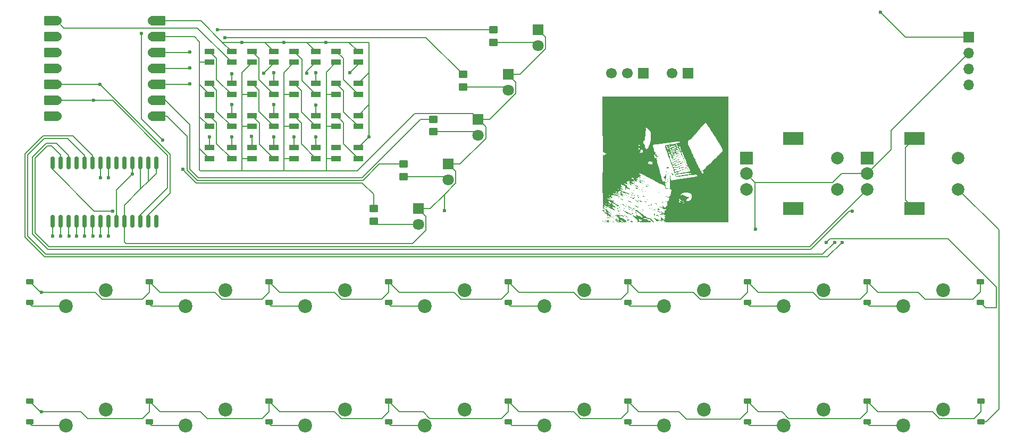
<source format=gbr>
%TF.GenerationSoftware,KiCad,Pcbnew,9.0.6*%
%TF.CreationDate,2025-12-14T00:44:06+01:00*%
%TF.ProjectId,KiCad-Diynamic-Project-Display-Module,4b694361-642d-4446-9979-6e616d69632d,rev?*%
%TF.SameCoordinates,Original*%
%TF.FileFunction,Copper,L1,Top*%
%TF.FilePolarity,Positive*%
%FSLAX46Y46*%
G04 Gerber Fmt 4.6, Leading zero omitted, Abs format (unit mm)*
G04 Created by KiCad (PCBNEW 9.0.6) date 2025-12-14 00:44:06*
%MOMM*%
%LPD*%
G01*
G04 APERTURE LIST*
G04 Aperture macros list*
%AMRoundRect*
0 Rectangle with rounded corners*
0 $1 Rounding radius*
0 $2 $3 $4 $5 $6 $7 $8 $9 X,Y pos of 4 corners*
0 Add a 4 corners polygon primitive as box body*
4,1,4,$2,$3,$4,$5,$6,$7,$8,$9,$2,$3,0*
0 Add four circle primitives for the rounded corners*
1,1,$1+$1,$2,$3*
1,1,$1+$1,$4,$5*
1,1,$1+$1,$6,$7*
1,1,$1+$1,$8,$9*
0 Add four rect primitives between the rounded corners*
20,1,$1+$1,$2,$3,$4,$5,0*
20,1,$1+$1,$4,$5,$6,$7,0*
20,1,$1+$1,$6,$7,$8,$9,0*
20,1,$1+$1,$8,$9,$2,$3,0*%
G04 Aperture macros list end*
%TA.AperFunction,EtchedComponent*%
%ADD10C,0.000000*%
%TD*%
%TA.AperFunction,SMDPad,CuDef*%
%ADD11RoundRect,0.250000X0.450000X-0.350000X0.450000X0.350000X-0.450000X0.350000X-0.450000X-0.350000X0*%
%TD*%
%TA.AperFunction,ComponentPad*%
%ADD12C,2.200000*%
%TD*%
%TA.AperFunction,SMDPad,CuDef*%
%ADD13RoundRect,0.225000X-0.375000X0.225000X-0.375000X-0.225000X0.375000X-0.225000X0.375000X0.225000X0*%
%TD*%
%TA.AperFunction,SMDPad,CuDef*%
%ADD14R,1.600000X0.850000*%
%TD*%
%TA.AperFunction,ComponentPad*%
%ADD15R,1.800000X1.800000*%
%TD*%
%TA.AperFunction,ComponentPad*%
%ADD16C,1.800000*%
%TD*%
%TA.AperFunction,ComponentPad*%
%ADD17R,1.700000X1.700000*%
%TD*%
%TA.AperFunction,ComponentPad*%
%ADD18O,1.700000X1.700000*%
%TD*%
%TA.AperFunction,SMDPad,CuDef*%
%ADD19RoundRect,0.152400X1.063600X0.609600X-1.063600X0.609600X-1.063600X-0.609600X1.063600X-0.609600X0*%
%TD*%
%TA.AperFunction,ComponentPad*%
%ADD20C,1.524000*%
%TD*%
%TA.AperFunction,SMDPad,CuDef*%
%ADD21RoundRect,0.152400X-1.063600X-0.609600X1.063600X-0.609600X1.063600X0.609600X-1.063600X0.609600X0*%
%TD*%
%TA.AperFunction,ComponentPad*%
%ADD22R,2.000000X2.000000*%
%TD*%
%TA.AperFunction,ComponentPad*%
%ADD23C,2.000000*%
%TD*%
%TA.AperFunction,ComponentPad*%
%ADD24R,3.200000X2.000000*%
%TD*%
%TA.AperFunction,SMDPad,CuDef*%
%ADD25RoundRect,0.150000X0.150000X-0.875000X0.150000X0.875000X-0.150000X0.875000X-0.150000X-0.875000X0*%
%TD*%
%TA.AperFunction,ComponentPad*%
%ADD26C,1.700000*%
%TD*%
%TA.AperFunction,ViaPad*%
%ADD27C,0.600000*%
%TD*%
%TA.AperFunction,Conductor*%
%ADD28C,0.200000*%
%TD*%
G04 APERTURE END LIST*
D10*
%TA.AperFunction,EtchedComponent*%
%TO.C,G\u002A\u002A\u002A*%
G36*
X160731163Y-80492307D02*
G01*
X160706114Y-80517356D01*
X160681064Y-80492307D01*
X160706114Y-80467258D01*
X160731163Y-80492307D01*
G37*
%TD.AperFunction*%
%TA.AperFunction,EtchedComponent*%
G36*
X161081853Y-79340039D02*
G01*
X161056804Y-79365088D01*
X161031755Y-79340039D01*
X161056804Y-79314990D01*
X161081853Y-79340039D01*
G37*
%TD.AperFunction*%
%TA.AperFunction,EtchedComponent*%
G36*
X161783234Y-80492307D02*
G01*
X161758185Y-80517356D01*
X161733135Y-80492307D01*
X161758185Y-80467258D01*
X161783234Y-80492307D01*
G37*
%TD.AperFunction*%
%TA.AperFunction,EtchedComponent*%
G36*
X161933530Y-80191715D02*
G01*
X161908481Y-80216765D01*
X161883431Y-80191715D01*
X161908481Y-80166666D01*
X161933530Y-80191715D01*
G37*
%TD.AperFunction*%
%TA.AperFunction,EtchedComponent*%
G36*
X161933530Y-81343984D02*
G01*
X161908481Y-81369033D01*
X161883431Y-81343984D01*
X161908481Y-81318934D01*
X161933530Y-81343984D01*
G37*
%TD.AperFunction*%
%TA.AperFunction,EtchedComponent*%
G36*
X162534713Y-78638658D02*
G01*
X162509664Y-78663707D01*
X162484615Y-78638658D01*
X162509664Y-78613609D01*
X162534713Y-78638658D01*
G37*
%TD.AperFunction*%
%TA.AperFunction,EtchedComponent*%
G36*
X163085798Y-79690729D02*
G01*
X163060749Y-79715778D01*
X163035700Y-79690729D01*
X163060749Y-79665680D01*
X163085798Y-79690729D01*
G37*
%TD.AperFunction*%
%TA.AperFunction,EtchedComponent*%
G36*
X163636883Y-77686784D02*
G01*
X163611834Y-77711834D01*
X163586784Y-77686784D01*
X163611834Y-77661735D01*
X163636883Y-77686784D01*
G37*
%TD.AperFunction*%
%TA.AperFunction,EtchedComponent*%
G36*
X163937475Y-78588560D02*
G01*
X163912425Y-78613609D01*
X163887376Y-78588560D01*
X163912425Y-78563510D01*
X163937475Y-78588560D01*
G37*
%TD.AperFunction*%
%TA.AperFunction,EtchedComponent*%
G36*
X163937475Y-79640631D02*
G01*
X163912425Y-79665680D01*
X163887376Y-79640631D01*
X163912425Y-79615581D01*
X163937475Y-79640631D01*
G37*
%TD.AperFunction*%
%TA.AperFunction,EtchedComponent*%
G36*
X164137869Y-77536489D02*
G01*
X164112820Y-77561538D01*
X164087771Y-77536489D01*
X164112820Y-77511439D01*
X164137869Y-77536489D01*
G37*
%TD.AperFunction*%
%TA.AperFunction,EtchedComponent*%
G36*
X164137869Y-78939250D02*
G01*
X164112820Y-78964299D01*
X164087771Y-78939250D01*
X164112820Y-78914201D01*
X164137869Y-78939250D01*
G37*
%TD.AperFunction*%
%TA.AperFunction,EtchedComponent*%
G36*
X164338264Y-78538461D02*
G01*
X164313214Y-78563510D01*
X164288165Y-78538461D01*
X164313214Y-78513412D01*
X164338264Y-78538461D01*
G37*
%TD.AperFunction*%
%TA.AperFunction,EtchedComponent*%
G36*
X164688954Y-81694674D02*
G01*
X164663905Y-81719723D01*
X164638855Y-81694674D01*
X164663905Y-81669625D01*
X164688954Y-81694674D01*
G37*
%TD.AperFunction*%
%TA.AperFunction,EtchedComponent*%
G36*
X164739053Y-76233924D02*
G01*
X164714003Y-76258974D01*
X164688954Y-76233924D01*
X164714003Y-76208875D01*
X164739053Y-76233924D01*
G37*
%TD.AperFunction*%
%TA.AperFunction,EtchedComponent*%
G36*
X164739053Y-76384220D02*
G01*
X164714003Y-76409270D01*
X164688954Y-76384220D01*
X164714003Y-76359171D01*
X164739053Y-76384220D01*
G37*
%TD.AperFunction*%
%TA.AperFunction,EtchedComponent*%
G36*
X164839250Y-80943195D02*
G01*
X164814201Y-80968244D01*
X164789151Y-80943195D01*
X164814201Y-80918145D01*
X164839250Y-80943195D01*
G37*
%TD.AperFunction*%
%TA.AperFunction,EtchedComponent*%
G36*
X165089743Y-78638658D02*
G01*
X165064694Y-78663707D01*
X165039644Y-78638658D01*
X165064694Y-78613609D01*
X165089743Y-78638658D01*
G37*
%TD.AperFunction*%
%TA.AperFunction,EtchedComponent*%
G36*
X165139842Y-75682840D02*
G01*
X165114792Y-75707889D01*
X165089743Y-75682840D01*
X165114792Y-75657790D01*
X165139842Y-75682840D01*
G37*
%TD.AperFunction*%
%TA.AperFunction,EtchedComponent*%
G36*
X165139842Y-75833135D02*
G01*
X165114792Y-75858185D01*
X165089743Y-75833135D01*
X165114792Y-75808086D01*
X165139842Y-75833135D01*
G37*
%TD.AperFunction*%
%TA.AperFunction,EtchedComponent*%
G36*
X165139842Y-76534516D02*
G01*
X165114792Y-76559565D01*
X165089743Y-76534516D01*
X165114792Y-76509467D01*
X165139842Y-76534516D01*
G37*
%TD.AperFunction*%
%TA.AperFunction,EtchedComponent*%
G36*
X165440433Y-76785009D02*
G01*
X165415384Y-76810059D01*
X165390335Y-76785009D01*
X165415384Y-76759960D01*
X165440433Y-76785009D01*
G37*
%TD.AperFunction*%
%TA.AperFunction,EtchedComponent*%
G36*
X166191913Y-75732938D02*
G01*
X166166863Y-75757988D01*
X166141814Y-75732938D01*
X166166863Y-75707889D01*
X166191913Y-75732938D01*
G37*
%TD.AperFunction*%
%TA.AperFunction,EtchedComponent*%
G36*
X166242011Y-75532544D02*
G01*
X166216962Y-75557593D01*
X166191913Y-75532544D01*
X166216962Y-75507494D01*
X166242011Y-75532544D01*
G37*
%TD.AperFunction*%
%TA.AperFunction,EtchedComponent*%
G36*
X166292110Y-76083629D02*
G01*
X166267061Y-76108678D01*
X166242011Y-76083629D01*
X166267061Y-76058579D01*
X166292110Y-76083629D01*
G37*
%TD.AperFunction*%
%TA.AperFunction,EtchedComponent*%
G36*
X166342208Y-73929388D02*
G01*
X166317159Y-73954437D01*
X166292110Y-73929388D01*
X166317159Y-73904339D01*
X166342208Y-73929388D01*
G37*
%TD.AperFunction*%
%TA.AperFunction,EtchedComponent*%
G36*
X166392307Y-70472583D02*
G01*
X166367258Y-70497633D01*
X166342208Y-70472583D01*
X166367258Y-70447534D01*
X166392307Y-70472583D01*
G37*
%TD.AperFunction*%
%TA.AperFunction,EtchedComponent*%
G36*
X166692899Y-80091518D02*
G01*
X166667849Y-80116567D01*
X166642800Y-80091518D01*
X166667849Y-80066469D01*
X166692899Y-80091518D01*
G37*
%TD.AperFunction*%
%TA.AperFunction,EtchedComponent*%
G36*
X166843195Y-74430374D02*
G01*
X166818145Y-74455423D01*
X166793096Y-74430374D01*
X166818145Y-74405325D01*
X166843195Y-74430374D01*
G37*
%TD.AperFunction*%
%TA.AperFunction,EtchedComponent*%
G36*
X167193885Y-75732938D02*
G01*
X167168836Y-75757988D01*
X167143786Y-75732938D01*
X167168836Y-75707889D01*
X167193885Y-75732938D01*
G37*
%TD.AperFunction*%
%TA.AperFunction,EtchedComponent*%
G36*
X167294082Y-79490335D02*
G01*
X167269033Y-79515384D01*
X167243984Y-79490335D01*
X167269033Y-79465285D01*
X167294082Y-79490335D01*
G37*
%TD.AperFunction*%
%TA.AperFunction,EtchedComponent*%
G36*
X167494477Y-76534516D02*
G01*
X167469427Y-76559565D01*
X167444378Y-76534516D01*
X167469427Y-76509467D01*
X167494477Y-76534516D01*
G37*
%TD.AperFunction*%
%TA.AperFunction,EtchedComponent*%
G36*
X167544575Y-77035502D02*
G01*
X167519526Y-77060552D01*
X167494477Y-77035502D01*
X167519526Y-77010453D01*
X167544575Y-77035502D01*
G37*
%TD.AperFunction*%
%TA.AperFunction,EtchedComponent*%
G36*
X167644773Y-77185798D02*
G01*
X167619723Y-77210847D01*
X167594674Y-77185798D01*
X167619723Y-77160749D01*
X167644773Y-77185798D01*
G37*
%TD.AperFunction*%
%TA.AperFunction,EtchedComponent*%
G36*
X167795068Y-78137672D02*
G01*
X167770019Y-78162721D01*
X167744970Y-78137672D01*
X167770019Y-78112623D01*
X167795068Y-78137672D01*
G37*
%TD.AperFunction*%
%TA.AperFunction,EtchedComponent*%
G36*
X167995463Y-78538461D02*
G01*
X167970414Y-78563510D01*
X167945364Y-78538461D01*
X167970414Y-78513412D01*
X167995463Y-78538461D01*
G37*
%TD.AperFunction*%
%TA.AperFunction,EtchedComponent*%
G36*
X169197830Y-77686784D02*
G01*
X169172780Y-77711834D01*
X169147731Y-77686784D01*
X169172780Y-77661735D01*
X169197830Y-77686784D01*
G37*
%TD.AperFunction*%
%TA.AperFunction,EtchedComponent*%
G36*
X169298027Y-81694674D02*
G01*
X169272978Y-81719723D01*
X169247928Y-81694674D01*
X169272978Y-81669625D01*
X169298027Y-81694674D01*
G37*
%TD.AperFunction*%
%TA.AperFunction,EtchedComponent*%
G36*
X169498421Y-71524654D02*
G01*
X169473372Y-71549704D01*
X169448323Y-71524654D01*
X169473372Y-71499605D01*
X169498421Y-71524654D01*
G37*
%TD.AperFunction*%
%TA.AperFunction,EtchedComponent*%
G36*
X169498421Y-77336094D02*
G01*
X169473372Y-77361143D01*
X169448323Y-77336094D01*
X169473372Y-77311045D01*
X169498421Y-77336094D01*
G37*
%TD.AperFunction*%
%TA.AperFunction,EtchedComponent*%
G36*
X169498421Y-80241814D02*
G01*
X169473372Y-80266863D01*
X169448323Y-80241814D01*
X169473372Y-80216765D01*
X169498421Y-80241814D01*
G37*
%TD.AperFunction*%
%TA.AperFunction,EtchedComponent*%
G36*
X169949309Y-81544378D02*
G01*
X169924260Y-81569427D01*
X169899210Y-81544378D01*
X169924260Y-81519329D01*
X169949309Y-81544378D01*
G37*
%TD.AperFunction*%
%TA.AperFunction,EtchedComponent*%
G36*
X170299999Y-79239842D02*
G01*
X170274950Y-79264891D01*
X170249901Y-79239842D01*
X170274950Y-79214792D01*
X170299999Y-79239842D01*
G37*
%TD.AperFunction*%
%TA.AperFunction,EtchedComponent*%
G36*
X170650690Y-69921498D02*
G01*
X170625640Y-69946548D01*
X170600591Y-69921498D01*
X170625640Y-69896449D01*
X170650690Y-69921498D01*
G37*
%TD.AperFunction*%
%TA.AperFunction,EtchedComponent*%
G36*
X170650690Y-75783037D02*
G01*
X170625640Y-75808086D01*
X170600591Y-75783037D01*
X170625640Y-75757988D01*
X170650690Y-75783037D01*
G37*
%TD.AperFunction*%
%TA.AperFunction,EtchedComponent*%
G36*
X170700788Y-73628796D02*
G01*
X170675739Y-73653846D01*
X170650690Y-73628796D01*
X170675739Y-73603747D01*
X170700788Y-73628796D01*
G37*
%TD.AperFunction*%
%TA.AperFunction,EtchedComponent*%
G36*
X170700788Y-73728993D02*
G01*
X170675739Y-73754043D01*
X170650690Y-73728993D01*
X170675739Y-73703944D01*
X170700788Y-73728993D01*
G37*
%TD.AperFunction*%
%TA.AperFunction,EtchedComponent*%
G36*
X170750887Y-73979487D02*
G01*
X170725838Y-74004536D01*
X170700788Y-73979487D01*
X170725838Y-73954437D01*
X170750887Y-73979487D01*
G37*
%TD.AperFunction*%
%TA.AperFunction,EtchedComponent*%
G36*
X170750887Y-75783037D02*
G01*
X170725838Y-75808086D01*
X170700788Y-75783037D01*
X170725838Y-75757988D01*
X170750887Y-75783037D01*
G37*
%TD.AperFunction*%
%TA.AperFunction,EtchedComponent*%
G36*
X170951281Y-76684812D02*
G01*
X170926232Y-76709861D01*
X170901183Y-76684812D01*
X170926232Y-76659763D01*
X170951281Y-76684812D01*
G37*
%TD.AperFunction*%
%TA.AperFunction,EtchedComponent*%
G36*
X172153648Y-73478500D02*
G01*
X172128599Y-73503550D01*
X172103550Y-73478500D01*
X172128599Y-73453451D01*
X172153648Y-73478500D01*
G37*
%TD.AperFunction*%
%TA.AperFunction,EtchedComponent*%
G36*
X172354043Y-74179881D02*
G01*
X172328993Y-74204930D01*
X172303944Y-74179881D01*
X172328993Y-74154832D01*
X172354043Y-74179881D01*
G37*
%TD.AperFunction*%
%TA.AperFunction,EtchedComponent*%
G36*
X172704733Y-70873372D02*
G01*
X172679684Y-70898421D01*
X172654634Y-70873372D01*
X172679684Y-70848323D01*
X172704733Y-70873372D01*
G37*
%TD.AperFunction*%
%TA.AperFunction,EtchedComponent*%
G36*
X172704733Y-73728993D02*
G01*
X172679684Y-73754043D01*
X172654634Y-73728993D01*
X172679684Y-73703944D01*
X172704733Y-73728993D01*
G37*
%TD.AperFunction*%
%TA.AperFunction,EtchedComponent*%
G36*
X172754832Y-71474556D02*
G01*
X172729782Y-71499605D01*
X172704733Y-71474556D01*
X172729782Y-71449506D01*
X172754832Y-71474556D01*
G37*
%TD.AperFunction*%
%TA.AperFunction,EtchedComponent*%
G36*
X172754832Y-71624851D02*
G01*
X172729782Y-71649901D01*
X172704733Y-71624851D01*
X172729782Y-71599802D01*
X172754832Y-71624851D01*
G37*
%TD.AperFunction*%
%TA.AperFunction,EtchedComponent*%
G36*
X172905128Y-72576725D02*
G01*
X172880078Y-72601775D01*
X172855029Y-72576725D01*
X172880078Y-72551676D01*
X172905128Y-72576725D01*
G37*
%TD.AperFunction*%
%TA.AperFunction,EtchedComponent*%
G36*
X173105522Y-72426429D02*
G01*
X173080473Y-72451479D01*
X173055423Y-72426429D01*
X173080473Y-72401380D01*
X173105522Y-72426429D01*
G37*
%TD.AperFunction*%
%TA.AperFunction,EtchedComponent*%
G36*
X173105522Y-77235897D02*
G01*
X173080473Y-77260946D01*
X173055423Y-77235897D01*
X173080473Y-77210847D01*
X173105522Y-77235897D01*
G37*
%TD.AperFunction*%
%TA.AperFunction,EtchedComponent*%
G36*
X173556410Y-77436291D02*
G01*
X173531360Y-77461341D01*
X173506311Y-77436291D01*
X173531360Y-77411242D01*
X173556410Y-77436291D01*
G37*
%TD.AperFunction*%
%TA.AperFunction,EtchedComponent*%
G36*
X173656607Y-77536489D02*
G01*
X173631558Y-77561538D01*
X173606508Y-77536489D01*
X173631558Y-77511439D01*
X173656607Y-77536489D01*
G37*
%TD.AperFunction*%
%TA.AperFunction,EtchedComponent*%
G36*
X174057396Y-73328204D02*
G01*
X174032347Y-73353254D01*
X174007297Y-73328204D01*
X174032347Y-73303155D01*
X174057396Y-73328204D01*
G37*
%TD.AperFunction*%
%TA.AperFunction,EtchedComponent*%
G36*
X174207692Y-68568836D02*
G01*
X174182642Y-68593885D01*
X174157593Y-68568836D01*
X174182642Y-68543786D01*
X174207692Y-68568836D01*
G37*
%TD.AperFunction*%
%TA.AperFunction,EtchedComponent*%
G36*
X174307889Y-77436291D02*
G01*
X174282840Y-77461341D01*
X174257790Y-77436291D01*
X174282840Y-77411242D01*
X174307889Y-77436291D01*
G37*
%TD.AperFunction*%
%TA.AperFunction,EtchedComponent*%
G36*
X178165483Y-71474556D02*
G01*
X178140433Y-71499605D01*
X178115384Y-71474556D01*
X178140433Y-71449506D01*
X178165483Y-71474556D01*
G37*
%TD.AperFunction*%
%TA.AperFunction,EtchedComponent*%
G36*
X178315778Y-71324260D02*
G01*
X178290729Y-71349309D01*
X178265680Y-71324260D01*
X178290729Y-71299210D01*
X178315778Y-71324260D01*
G37*
%TD.AperFunction*%
%TA.AperFunction,EtchedComponent*%
G36*
X178716567Y-70923471D02*
G01*
X178691518Y-70948520D01*
X178666469Y-70923471D01*
X178691518Y-70898421D01*
X178716567Y-70923471D01*
G37*
%TD.AperFunction*%
%TA.AperFunction,EtchedComponent*%
G36*
X161666337Y-80133267D02*
G01*
X161659460Y-80163051D01*
X161632938Y-80166666D01*
X161591701Y-80148336D01*
X161599539Y-80133267D01*
X161658994Y-80127271D01*
X161666337Y-80133267D01*
G37*
%TD.AperFunction*%
%TA.AperFunction,EtchedComponent*%
G36*
X161666337Y-80383760D02*
G01*
X161659460Y-80413544D01*
X161632938Y-80417159D01*
X161591701Y-80398829D01*
X161599539Y-80383760D01*
X161658994Y-80377764D01*
X161666337Y-80383760D01*
G37*
%TD.AperFunction*%
%TA.AperFunction,EtchedComponent*%
G36*
X161916830Y-80383760D02*
G01*
X161922826Y-80443215D01*
X161916830Y-80450558D01*
X161887047Y-80443681D01*
X161883431Y-80417159D01*
X161901762Y-80375922D01*
X161916830Y-80383760D01*
G37*
%TD.AperFunction*%
%TA.AperFunction,EtchedComponent*%
G36*
X162117225Y-81135239D02*
G01*
X162110348Y-81165023D01*
X162083826Y-81168638D01*
X162042589Y-81150308D01*
X162050427Y-81135239D01*
X162109882Y-81129244D01*
X162117225Y-81135239D01*
G37*
%TD.AperFunction*%
%TA.AperFunction,EtchedComponent*%
G36*
X162267521Y-80984943D02*
G01*
X162273517Y-81044399D01*
X162267521Y-81051742D01*
X162237737Y-81044865D01*
X162234122Y-81018343D01*
X162252452Y-80977106D01*
X162267521Y-80984943D01*
G37*
%TD.AperFunction*%
%TA.AperFunction,EtchedComponent*%
G36*
X162467915Y-79882774D02*
G01*
X162461038Y-79912557D01*
X162434516Y-79916173D01*
X162393279Y-79897843D01*
X162401117Y-79882774D01*
X162460572Y-79876778D01*
X162467915Y-79882774D01*
G37*
%TD.AperFunction*%
%TA.AperFunction,EtchedComponent*%
G36*
X162467915Y-81686324D02*
G01*
X162461038Y-81716108D01*
X162434516Y-81719723D01*
X162393279Y-81701393D01*
X162401117Y-81686324D01*
X162460572Y-81680328D01*
X162467915Y-81686324D01*
G37*
%TD.AperFunction*%
%TA.AperFunction,EtchedComponent*%
G36*
X162518014Y-80383760D02*
G01*
X162511137Y-80413544D01*
X162484615Y-80417159D01*
X162443378Y-80398829D01*
X162451216Y-80383760D01*
X162510671Y-80377764D01*
X162518014Y-80383760D01*
G37*
%TD.AperFunction*%
%TA.AperFunction,EtchedComponent*%
G36*
X162521145Y-77731664D02*
G01*
X162506204Y-77754435D01*
X162455391Y-77757977D01*
X162401934Y-77745742D01*
X162425123Y-77727709D01*
X162503421Y-77721737D01*
X162521145Y-77731664D01*
G37*
%TD.AperFunction*%
%TA.AperFunction,EtchedComponent*%
G36*
X162618211Y-76876857D02*
G01*
X162611334Y-76906640D01*
X162584812Y-76910256D01*
X162543575Y-76891925D01*
X162551413Y-76876857D01*
X162610868Y-76870861D01*
X162618211Y-76876857D01*
G37*
%TD.AperFunction*%
%TA.AperFunction,EtchedComponent*%
G36*
X162921934Y-78533242D02*
G01*
X162906993Y-78556013D01*
X162856180Y-78559555D01*
X162802723Y-78547320D01*
X162825912Y-78529287D01*
X162904210Y-78523315D01*
X162921934Y-78533242D01*
G37*
%TD.AperFunction*%
%TA.AperFunction,EtchedComponent*%
G36*
X162998126Y-79281810D02*
G01*
X163004419Y-79300096D01*
X162935502Y-79307079D01*
X162864381Y-79299206D01*
X162872879Y-79281810D01*
X162975448Y-79275193D01*
X162998126Y-79281810D01*
G37*
%TD.AperFunction*%
%TA.AperFunction,EtchedComponent*%
G36*
X163069099Y-78630308D02*
G01*
X163062222Y-78660092D01*
X163035700Y-78663707D01*
X162994463Y-78645377D01*
X163002300Y-78630308D01*
X163061756Y-78624313D01*
X163069099Y-78630308D01*
G37*
%TD.AperFunction*%
%TA.AperFunction,EtchedComponent*%
G36*
X163169296Y-80483957D02*
G01*
X163162419Y-80513741D01*
X163135897Y-80517356D01*
X163094660Y-80499026D01*
X163102498Y-80483957D01*
X163161953Y-80477961D01*
X163169296Y-80483957D01*
G37*
%TD.AperFunction*%
%TA.AperFunction,EtchedComponent*%
G36*
X163469888Y-79632281D02*
G01*
X163475883Y-79691736D01*
X163469888Y-79699079D01*
X163440104Y-79692202D01*
X163436489Y-79665680D01*
X163454819Y-79624443D01*
X163469888Y-79632281D01*
G37*
%TD.AperFunction*%
%TA.AperFunction,EtchedComponent*%
G36*
X163720381Y-76526166D02*
G01*
X163713504Y-76555950D01*
X163686982Y-76559565D01*
X163645745Y-76541235D01*
X163653583Y-76526166D01*
X163713038Y-76520171D01*
X163720381Y-76526166D01*
G37*
%TD.AperFunction*%
%TA.AperFunction,EtchedComponent*%
G36*
X163820578Y-80634253D02*
G01*
X163813701Y-80664037D01*
X163787179Y-80667652D01*
X163745942Y-80649322D01*
X163753780Y-80634253D01*
X163813235Y-80628257D01*
X163820578Y-80634253D01*
G37*
%TD.AperFunction*%
%TA.AperFunction,EtchedComponent*%
G36*
X164171268Y-79281590D02*
G01*
X164164391Y-79311374D01*
X164137869Y-79314990D01*
X164096632Y-79296659D01*
X164104470Y-79281590D01*
X164163925Y-79275595D01*
X164171268Y-79281590D01*
G37*
%TD.AperFunction*%
%TA.AperFunction,EtchedComponent*%
G36*
X164174399Y-78132453D02*
G01*
X164159458Y-78155224D01*
X164108645Y-78158766D01*
X164055188Y-78146531D01*
X164078377Y-78128498D01*
X164156675Y-78122526D01*
X164174399Y-78132453D01*
G37*
%TD.AperFunction*%
%TA.AperFunction,EtchedComponent*%
G36*
X164672254Y-75874884D02*
G01*
X164678250Y-75934340D01*
X164672254Y-75941682D01*
X164642471Y-75934805D01*
X164638855Y-75908283D01*
X164657186Y-75867047D01*
X164672254Y-75874884D01*
G37*
%TD.AperFunction*%
%TA.AperFunction,EtchedComponent*%
G36*
X165323537Y-75724588D02*
G01*
X165316659Y-75754372D01*
X165290137Y-75757988D01*
X165248901Y-75739657D01*
X165256738Y-75724588D01*
X165316194Y-75718593D01*
X165323537Y-75724588D01*
G37*
%TD.AperFunction*%
%TA.AperFunction,EtchedComponent*%
G36*
X165323537Y-78880801D02*
G01*
X165316659Y-78910585D01*
X165290137Y-78914201D01*
X165248901Y-78895870D01*
X165256738Y-78880801D01*
X165316194Y-78874806D01*
X165323537Y-78880801D01*
G37*
%TD.AperFunction*%
%TA.AperFunction,EtchedComponent*%
G36*
X165724325Y-75423997D02*
G01*
X165717448Y-75453780D01*
X165690926Y-75457396D01*
X165649690Y-75439066D01*
X165657527Y-75423997D01*
X165716983Y-75418001D01*
X165724325Y-75423997D01*
G37*
%TD.AperFunction*%
%TA.AperFunction,EtchedComponent*%
G36*
X166275191Y-79102070D02*
G01*
X166281807Y-79204640D01*
X166275191Y-79227317D01*
X166256905Y-79233610D01*
X166249922Y-79164694D01*
X166257795Y-79093572D01*
X166275191Y-79102070D01*
G37*
%TD.AperFunction*%
%TA.AperFunction,EtchedComponent*%
G36*
X166275410Y-77728533D02*
G01*
X166281406Y-77787989D01*
X166275410Y-77795331D01*
X166245627Y-77788454D01*
X166242011Y-77761932D01*
X166260341Y-77720695D01*
X166275410Y-77728533D01*
G37*
%TD.AperFunction*%
%TA.AperFunction,EtchedComponent*%
G36*
X166325509Y-76526166D02*
G01*
X166318632Y-76555950D01*
X166292110Y-76559565D01*
X166250873Y-76541235D01*
X166258711Y-76526166D01*
X166318166Y-76520171D01*
X166325509Y-76526166D01*
G37*
%TD.AperFunction*%
%TA.AperFunction,EtchedComponent*%
G36*
X166375608Y-77277646D02*
G01*
X166368730Y-77307429D01*
X166342208Y-77311045D01*
X166300972Y-77292714D01*
X166308809Y-77277646D01*
X166368265Y-77271650D01*
X166375608Y-77277646D01*
G37*
%TD.AperFunction*%
%TA.AperFunction,EtchedComponent*%
G36*
X166525903Y-77377843D02*
G01*
X166519026Y-77407626D01*
X166492504Y-77411242D01*
X166451267Y-77392912D01*
X166459105Y-77377843D01*
X166518561Y-77371847D01*
X166525903Y-77377843D01*
G37*
%TD.AperFunction*%
%TA.AperFunction,EtchedComponent*%
G36*
X166579133Y-79334820D02*
G01*
X166564192Y-79357591D01*
X166513379Y-79361133D01*
X166459922Y-79348898D01*
X166483111Y-79330865D01*
X166561409Y-79324893D01*
X166579133Y-79334820D01*
G37*
%TD.AperFunction*%
%TA.AperFunction,EtchedComponent*%
G36*
X166676199Y-76425969D02*
G01*
X166682195Y-76485424D01*
X166676199Y-76492767D01*
X166646416Y-76485890D01*
X166642800Y-76459368D01*
X166661130Y-76418131D01*
X166676199Y-76425969D01*
G37*
%TD.AperFunction*%
%TA.AperFunction,EtchedComponent*%
G36*
X166876594Y-74522222D02*
G01*
X166869717Y-74552005D01*
X166843195Y-74555621D01*
X166801958Y-74537290D01*
X166809796Y-74522222D01*
X166869251Y-74516226D01*
X166876594Y-74522222D01*
G37*
%TD.AperFunction*%
%TA.AperFunction,EtchedComponent*%
G36*
X167377580Y-79732478D02*
G01*
X167370703Y-79762262D01*
X167344181Y-79765877D01*
X167302944Y-79747547D01*
X167310782Y-79732478D01*
X167370237Y-79726482D01*
X167377580Y-79732478D01*
G37*
%TD.AperFunction*%
%TA.AperFunction,EtchedComponent*%
G36*
X167477777Y-79582182D02*
G01*
X167470900Y-79611966D01*
X167444378Y-79615581D01*
X167403141Y-79597251D01*
X167410979Y-79582182D01*
X167470434Y-79576186D01*
X167477777Y-79582182D01*
G37*
%TD.AperFunction*%
%TA.AperFunction,EtchedComponent*%
G36*
X167628073Y-76075279D02*
G01*
X167621196Y-76105062D01*
X167594674Y-76108678D01*
X167553437Y-76090348D01*
X167561275Y-76075279D01*
X167620730Y-76069283D01*
X167628073Y-76075279D01*
G37*
%TD.AperFunction*%
%TA.AperFunction,EtchedComponent*%
G36*
X167778369Y-79431886D02*
G01*
X167771492Y-79461670D01*
X167744970Y-79465285D01*
X167703733Y-79446955D01*
X167711571Y-79431886D01*
X167771026Y-79425890D01*
X167778369Y-79431886D01*
G37*
%TD.AperFunction*%
%TA.AperFunction,EtchedComponent*%
G36*
X168229256Y-78730506D02*
G01*
X168222379Y-78760289D01*
X168195857Y-78763905D01*
X168154621Y-78745574D01*
X168162458Y-78730506D01*
X168221914Y-78724510D01*
X168229256Y-78730506D01*
G37*
%TD.AperFunction*%
%TA.AperFunction,EtchedComponent*%
G36*
X168780341Y-76876857D02*
G01*
X168773464Y-76906640D01*
X168746942Y-76910256D01*
X168705705Y-76891925D01*
X168713543Y-76876857D01*
X168772998Y-76870861D01*
X168780341Y-76876857D01*
G37*
%TD.AperFunction*%
%TA.AperFunction,EtchedComponent*%
G36*
X169331426Y-77728533D02*
G01*
X169324549Y-77758317D01*
X169298027Y-77761932D01*
X169256790Y-77743602D01*
X169264628Y-77728533D01*
X169324083Y-77722537D01*
X169331426Y-77728533D01*
G37*
%TD.AperFunction*%
%TA.AperFunction,EtchedComponent*%
G36*
X169381525Y-80133267D02*
G01*
X169374648Y-80163051D01*
X169348126Y-80166666D01*
X169306889Y-80148336D01*
X169314727Y-80133267D01*
X169374182Y-80127271D01*
X169381525Y-80133267D01*
G37*
%TD.AperFunction*%
%TA.AperFunction,EtchedComponent*%
G36*
X169384656Y-79184524D02*
G01*
X169369715Y-79207295D01*
X169318901Y-79210837D01*
X169265444Y-79198602D01*
X169288633Y-79180569D01*
X169366932Y-79174597D01*
X169384656Y-79184524D01*
G37*
%TD.AperFunction*%
%TA.AperFunction,EtchedComponent*%
G36*
X169431623Y-71115515D02*
G01*
X169424746Y-71145299D01*
X169398224Y-71148915D01*
X169356987Y-71130584D01*
X169364825Y-71115515D01*
X169424280Y-71109520D01*
X169431623Y-71115515D01*
G37*
%TD.AperFunction*%
%TA.AperFunction,EtchedComponent*%
G36*
X169932609Y-74171531D02*
G01*
X169925732Y-74201315D01*
X169899210Y-74204930D01*
X169857974Y-74186600D01*
X169865811Y-74171531D01*
X169925267Y-74165535D01*
X169932609Y-74171531D01*
G37*
%TD.AperFunction*%
%TA.AperFunction,EtchedComponent*%
G36*
X170834385Y-73369953D02*
G01*
X170840380Y-73429409D01*
X170834385Y-73436752D01*
X170804601Y-73429874D01*
X170800986Y-73403352D01*
X170819316Y-73362116D01*
X170834385Y-73369953D01*
G37*
%TD.AperFunction*%
%TA.AperFunction,EtchedComponent*%
G36*
X170885307Y-73594353D02*
G01*
X170891280Y-73672652D01*
X170881352Y-73690376D01*
X170858582Y-73675434D01*
X170855039Y-73624621D01*
X170867274Y-73571164D01*
X170885307Y-73594353D01*
G37*
%TD.AperFunction*%
%TA.AperFunction,EtchedComponent*%
G36*
X171585864Y-71866995D02*
G01*
X171578987Y-71896778D01*
X171552465Y-71900394D01*
X171511228Y-71882064D01*
X171519066Y-71866995D01*
X171578521Y-71860999D01*
X171585864Y-71866995D01*
G37*
%TD.AperFunction*%
%TA.AperFunction,EtchedComponent*%
G36*
X172237146Y-71265811D02*
G01*
X172230269Y-71295595D01*
X172203747Y-71299210D01*
X172162510Y-71280880D01*
X172170348Y-71265811D01*
X172229803Y-71259816D01*
X172237146Y-71265811D01*
G37*
%TD.AperFunction*%
%TA.AperFunction,EtchedComponent*%
G36*
X172587836Y-71315910D02*
G01*
X172580959Y-71345694D01*
X172554437Y-71349309D01*
X172513200Y-71330979D01*
X172521038Y-71315910D01*
X172580493Y-71309914D01*
X172587836Y-71315910D01*
G37*
%TD.AperFunction*%
%TA.AperFunction,EtchedComponent*%
G36*
X172667159Y-71165834D02*
G01*
X172673453Y-71184119D01*
X172604536Y-71191103D01*
X172533414Y-71183230D01*
X172541913Y-71165834D01*
X172644482Y-71159217D01*
X172667159Y-71165834D01*
G37*
%TD.AperFunction*%
%TA.AperFunction,EtchedComponent*%
G36*
X172888428Y-71766798D02*
G01*
X172881551Y-71796581D01*
X172855029Y-71800197D01*
X172813792Y-71781866D01*
X172821630Y-71766798D01*
X172881085Y-71760802D01*
X172888428Y-71766798D01*
G37*
%TD.AperFunction*%
%TA.AperFunction,EtchedComponent*%
G36*
X173138921Y-72568375D02*
G01*
X173132044Y-72598159D01*
X173105522Y-72601775D01*
X173064285Y-72583444D01*
X173072123Y-72568375D01*
X173131578Y-72562380D01*
X173138921Y-72568375D01*
G37*
%TD.AperFunction*%
%TA.AperFunction,EtchedComponent*%
G36*
X173292348Y-72721802D02*
G01*
X173277407Y-72744573D01*
X173226594Y-72748115D01*
X173173137Y-72735880D01*
X173196326Y-72717847D01*
X173274624Y-72711875D01*
X173292348Y-72721802D01*
G37*
%TD.AperFunction*%
%TA.AperFunction,EtchedComponent*%
G36*
X173840302Y-73169559D02*
G01*
X173833425Y-73199342D01*
X173806903Y-73202958D01*
X173765666Y-73184628D01*
X173773504Y-73169559D01*
X173832959Y-73163563D01*
X173840302Y-73169559D01*
G37*
%TD.AperFunction*%
%TA.AperFunction,EtchedComponent*%
G36*
X173940499Y-68660683D02*
G01*
X173946495Y-68720138D01*
X173940499Y-68727481D01*
X173910715Y-68720604D01*
X173907100Y-68694082D01*
X173925430Y-68652845D01*
X173940499Y-68660683D01*
G37*
%TD.AperFunction*%
%TA.AperFunction,EtchedComponent*%
G36*
X174291189Y-77578237D02*
G01*
X174284312Y-77608021D01*
X174257790Y-77611636D01*
X174216553Y-77593306D01*
X174224391Y-77578237D01*
X174283847Y-77572242D01*
X174291189Y-77578237D01*
G37*
%TD.AperFunction*%
%TA.AperFunction,EtchedComponent*%
G36*
X160355423Y-70780107D02*
G01*
X160425054Y-70820600D01*
X160399399Y-70845192D01*
X160355423Y-70848323D01*
X160288741Y-70822105D01*
X160280276Y-70799797D01*
X160316998Y-70772232D01*
X160355423Y-70780107D01*
G37*
%TD.AperFunction*%
%TA.AperFunction,EtchedComponent*%
G36*
X161478124Y-81479664D02*
G01*
X161471984Y-81526255D01*
X161444391Y-81563967D01*
X161411650Y-81526053D01*
X161393267Y-81452298D01*
X161402478Y-81432498D01*
X161452004Y-81424271D01*
X161478124Y-81479664D01*
G37*
%TD.AperFunction*%
%TA.AperFunction,EtchedComponent*%
G36*
X161489086Y-79897378D02*
G01*
X161527680Y-79959575D01*
X161519847Y-79995865D01*
X161474482Y-79982366D01*
X161433549Y-79942433D01*
X161401241Y-79879440D01*
X161423453Y-79866074D01*
X161489086Y-79897378D01*
G37*
%TD.AperFunction*%
%TA.AperFunction,EtchedComponent*%
G36*
X163851603Y-80503712D02*
G01*
X163862327Y-80517356D01*
X163879960Y-80562415D01*
X163832562Y-80545445D01*
X163787179Y-80517356D01*
X163748664Y-80477138D01*
X163771698Y-80468025D01*
X163851603Y-80503712D01*
G37*
%TD.AperFunction*%
%TA.AperFunction,EtchedComponent*%
G36*
X164283647Y-77722267D02*
G01*
X164277507Y-77768858D01*
X164249914Y-77806570D01*
X164217173Y-77768656D01*
X164198790Y-77694902D01*
X164208000Y-77675101D01*
X164257527Y-77666875D01*
X164283647Y-77722267D01*
G37*
%TD.AperFunction*%
%TA.AperFunction,EtchedComponent*%
G36*
X166543420Y-76334627D02*
G01*
X166572321Y-76394667D01*
X166565513Y-76412731D01*
X166517150Y-76457154D01*
X166493484Y-76406558D01*
X166492504Y-76381264D01*
X166517153Y-76329664D01*
X166543420Y-76334627D01*
G37*
%TD.AperFunction*%
%TA.AperFunction,EtchedComponent*%
G36*
X166585354Y-76545906D02*
G01*
X166592702Y-76581658D01*
X166576191Y-76654042D01*
X166532811Y-76632344D01*
X166519693Y-76613126D01*
X166525976Y-76548783D01*
X166541786Y-76535021D01*
X166585354Y-76545906D01*
G37*
%TD.AperFunction*%
%TA.AperFunction,EtchedComponent*%
G36*
X167108013Y-78900556D02*
G01*
X167118737Y-78914201D01*
X167136370Y-78959260D01*
X167088972Y-78942289D01*
X167043589Y-78914201D01*
X167005074Y-78873983D01*
X167028108Y-78864869D01*
X167108013Y-78900556D01*
G37*
%TD.AperFunction*%
%TA.AperFunction,EtchedComponent*%
G36*
X168723497Y-77243445D02*
G01*
X168791731Y-77282624D01*
X168762575Y-77306363D01*
X168693887Y-77311045D01*
X168624038Y-77292548D01*
X168620343Y-77263134D01*
X168685516Y-77235841D01*
X168723497Y-77243445D01*
G37*
%TD.AperFunction*%
%TA.AperFunction,EtchedComponent*%
G36*
X170700788Y-73848880D02*
G01*
X170661033Y-73904004D01*
X170628192Y-73921477D01*
X170577358Y-73919253D01*
X170583453Y-73876738D01*
X170631977Y-73815283D01*
X170684060Y-73809781D01*
X170700788Y-73848880D01*
G37*
%TD.AperFunction*%
%TA.AperFunction,EtchedComponent*%
G36*
X170754349Y-75384387D02*
G01*
X170798771Y-75432750D01*
X170748175Y-75456416D01*
X170722881Y-75457396D01*
X170671282Y-75432747D01*
X170676244Y-75406480D01*
X170736284Y-75377580D01*
X170754349Y-75384387D01*
G37*
%TD.AperFunction*%
%TA.AperFunction,EtchedComponent*%
G36*
X173952681Y-73363687D02*
G01*
X173946540Y-73410278D01*
X173918947Y-73447990D01*
X173886206Y-73410076D01*
X173867823Y-73336322D01*
X173877034Y-73316522D01*
X173926560Y-73308295D01*
X173952681Y-73363687D01*
G37*
%TD.AperFunction*%
%TA.AperFunction,EtchedComponent*%
G36*
X160379017Y-81457255D02*
G01*
X160380473Y-81469230D01*
X160342349Y-81517873D01*
X160330374Y-81519329D01*
X160281731Y-81481205D01*
X160280276Y-81469230D01*
X160318399Y-81420587D01*
X160330374Y-81419132D01*
X160379017Y-81457255D01*
G37*
%TD.AperFunction*%
%TA.AperFunction,EtchedComponent*%
G36*
X161532741Y-80241814D02*
G01*
X161580534Y-80286833D01*
X161582840Y-80294869D01*
X161544079Y-80316388D01*
X161532741Y-80316962D01*
X161484568Y-80278448D01*
X161482642Y-80263907D01*
X161513335Y-80233986D01*
X161532741Y-80241814D01*
G37*
%TD.AperFunction*%
%TA.AperFunction,EtchedComponent*%
G36*
X162018614Y-80678233D02*
G01*
X162033727Y-80720708D01*
X162002205Y-80764814D01*
X161938823Y-80749135D01*
X161906421Y-80714418D01*
X161892891Y-80646950D01*
X161900131Y-80634253D01*
X161958727Y-80630476D01*
X162018614Y-80678233D01*
G37*
%TD.AperFunction*%
%TA.AperFunction,EtchedComponent*%
G36*
X162363381Y-78536976D02*
G01*
X162359368Y-78563510D01*
X162316516Y-78611251D01*
X162309270Y-78613609D01*
X162269439Y-78578667D01*
X162259171Y-78563510D01*
X162271068Y-78521067D01*
X162309270Y-78513412D01*
X162363381Y-78536976D01*
G37*
%TD.AperFunction*%
%TA.AperFunction,EtchedComponent*%
G36*
X162583356Y-78200845D02*
G01*
X162584812Y-78212820D01*
X162546688Y-78261463D01*
X162534713Y-78262918D01*
X162486071Y-78224795D01*
X162484615Y-78212820D01*
X162522739Y-78164177D01*
X162534713Y-78162721D01*
X162583356Y-78200845D01*
G37*
%TD.AperFunction*%
%TA.AperFunction,EtchedComponent*%
G36*
X162735108Y-80191715D02*
G01*
X162782901Y-80236734D01*
X162785206Y-80244771D01*
X162746446Y-80266289D01*
X162735108Y-80266863D01*
X162686934Y-80228350D01*
X162685009Y-80213808D01*
X162715702Y-80183887D01*
X162735108Y-80191715D01*
G37*
%TD.AperFunction*%
%TA.AperFunction,EtchedComponent*%
G36*
X162928853Y-77584607D02*
G01*
X162926109Y-77614768D01*
X162862680Y-77690692D01*
X162838436Y-77702440D01*
X162791856Y-77688764D01*
X162794600Y-77658604D01*
X162858029Y-77582679D01*
X162882273Y-77570931D01*
X162928853Y-77584607D01*
G37*
%TD.AperFunction*%
%TA.AperFunction,EtchedComponent*%
G36*
X162992792Y-80347495D02*
G01*
X163010650Y-80367061D01*
X162995311Y-80406493D01*
X162938459Y-80417159D01*
X162855458Y-80396719D01*
X162835305Y-80367061D01*
X162875669Y-80322126D01*
X162907496Y-80316962D01*
X162992792Y-80347495D01*
G37*
%TD.AperFunction*%
%TA.AperFunction,EtchedComponent*%
G36*
X163669760Y-77341737D02*
G01*
X163661932Y-77361143D01*
X163616913Y-77408937D01*
X163608877Y-77411242D01*
X163587359Y-77372481D01*
X163586784Y-77361143D01*
X163625298Y-77312970D01*
X163639840Y-77311045D01*
X163669760Y-77341737D01*
G37*
%TD.AperFunction*%
%TA.AperFunction,EtchedComponent*%
G36*
X163716927Y-79736218D02*
G01*
X163737080Y-79765877D01*
X163696717Y-79810812D01*
X163664889Y-79815976D01*
X163579594Y-79785443D01*
X163561735Y-79765877D01*
X163577074Y-79726445D01*
X163633926Y-79715778D01*
X163716927Y-79736218D01*
G37*
%TD.AperFunction*%
%TA.AperFunction,EtchedComponent*%
G36*
X163745477Y-79449725D02*
G01*
X163787179Y-79490335D01*
X163817245Y-79550795D01*
X163799447Y-79565483D01*
X163728683Y-79530944D01*
X163686982Y-79490335D01*
X163656916Y-79429874D01*
X163674713Y-79415187D01*
X163745477Y-79449725D01*
G37*
%TD.AperFunction*%
%TA.AperFunction,EtchedComponent*%
G36*
X163964304Y-77168330D02*
G01*
X164051620Y-77213702D01*
X164075269Y-77248421D01*
X164071809Y-77303323D01*
X164018234Y-77293644D01*
X163943407Y-77229048D01*
X163901777Y-77171219D01*
X163939157Y-77163909D01*
X163964304Y-77168330D01*
G37*
%TD.AperFunction*%
%TA.AperFunction,EtchedComponent*%
G36*
X164028113Y-79140751D02*
G01*
X164037672Y-79164694D01*
X164001715Y-79213358D01*
X163990530Y-79214792D01*
X163922680Y-79178376D01*
X163912425Y-79164694D01*
X163923783Y-79121804D01*
X163959567Y-79114595D01*
X164028113Y-79140751D01*
G37*
%TD.AperFunction*%
%TA.AperFunction,EtchedComponent*%
G36*
X164170747Y-77391836D02*
G01*
X164162918Y-77411242D01*
X164117900Y-77459035D01*
X164109863Y-77461341D01*
X164088345Y-77422580D01*
X164087771Y-77411242D01*
X164126284Y-77363069D01*
X164140826Y-77361143D01*
X164170747Y-77391836D01*
G37*
%TD.AperFunction*%
%TA.AperFunction,EtchedComponent*%
G36*
X164295348Y-77938707D02*
G01*
X164338264Y-77962327D01*
X164378364Y-78002023D01*
X164363313Y-78010891D01*
X164280982Y-77985947D01*
X164238066Y-77962327D01*
X164197966Y-77922630D01*
X164213017Y-77913762D01*
X164295348Y-77938707D01*
G37*
%TD.AperFunction*%
%TA.AperFunction,EtchedComponent*%
G36*
X164362017Y-77431151D02*
G01*
X164425340Y-77476847D01*
X164470375Y-77542433D01*
X164440203Y-77559050D01*
X164350444Y-77520031D01*
X164339715Y-77513396D01*
X164294914Y-77456940D01*
X164303333Y-77429473D01*
X164362017Y-77431151D01*
G37*
%TD.AperFunction*%
%TA.AperFunction,EtchedComponent*%
G36*
X164904203Y-79407426D02*
G01*
X164939447Y-79463713D01*
X164908054Y-79511770D01*
X164816398Y-79482683D01*
X164790602Y-79467242D01*
X164744231Y-79412231D01*
X164750867Y-79386672D01*
X164822288Y-79372262D01*
X164904203Y-79407426D01*
G37*
%TD.AperFunction*%
%TA.AperFunction,EtchedComponent*%
G36*
X164979987Y-76335229D02*
G01*
X164989546Y-76359171D01*
X164953589Y-76407836D01*
X164942404Y-76409270D01*
X164874553Y-76372853D01*
X164864299Y-76359171D01*
X164875657Y-76316282D01*
X164911441Y-76309072D01*
X164979987Y-76335229D01*
G37*
%TD.AperFunction*%
%TA.AperFunction,EtchedComponent*%
G36*
X165025972Y-77285323D02*
G01*
X165026111Y-77338257D01*
X164960399Y-77380833D01*
X164871463Y-77407873D01*
X164841855Y-77381903D01*
X164839250Y-77336094D01*
X164881017Y-77274894D01*
X164939447Y-77260946D01*
X165025972Y-77285323D01*
G37*
%TD.AperFunction*%
%TA.AperFunction,EtchedComponent*%
G36*
X165164891Y-79296873D02*
G01*
X165230809Y-79332432D01*
X165240039Y-79345399D01*
X165199129Y-79362912D01*
X165164891Y-79365088D01*
X165098209Y-79338870D01*
X165089743Y-79316562D01*
X165126466Y-79288997D01*
X165164891Y-79296873D01*
G37*
%TD.AperFunction*%
%TA.AperFunction,EtchedComponent*%
G36*
X165288099Y-76646031D02*
G01*
X165290137Y-76659763D01*
X165273045Y-76708559D01*
X165268045Y-76709861D01*
X165225272Y-76674755D01*
X165214990Y-76659763D01*
X165218962Y-76613598D01*
X165237082Y-76609664D01*
X165288099Y-76646031D01*
G37*
%TD.AperFunction*%
%TA.AperFunction,EtchedComponent*%
G36*
X166091715Y-76434319D02*
G01*
X166139509Y-76479338D01*
X166141814Y-76487374D01*
X166103053Y-76508892D01*
X166091715Y-76509467D01*
X166043542Y-76470953D01*
X166041617Y-76456412D01*
X166072309Y-76426491D01*
X166091715Y-76434319D01*
G37*
%TD.AperFunction*%
%TA.AperFunction,EtchedComponent*%
G36*
X166141240Y-74694579D02*
G01*
X166141814Y-74705917D01*
X166103301Y-74754090D01*
X166088759Y-74756015D01*
X166058838Y-74725323D01*
X166066666Y-74705917D01*
X166111685Y-74658123D01*
X166119721Y-74655818D01*
X166141240Y-74694579D01*
G37*
%TD.AperFunction*%
%TA.AperFunction,EtchedComponent*%
G36*
X166240555Y-74844238D02*
G01*
X166242011Y-74856212D01*
X166203887Y-74904855D01*
X166191913Y-74906311D01*
X166143270Y-74868187D01*
X166141814Y-74856212D01*
X166179938Y-74807570D01*
X166191913Y-74806114D01*
X166240555Y-74844238D01*
G37*
%TD.AperFunction*%
%TA.AperFunction,EtchedComponent*%
G36*
X166679546Y-76783681D02*
G01*
X166692899Y-76810059D01*
X166685204Y-76853804D01*
X166641836Y-76840794D01*
X166592702Y-76810059D01*
X166546645Y-76771234D01*
X166593995Y-76760889D01*
X166605226Y-76760727D01*
X166679546Y-76783681D01*
G37*
%TD.AperFunction*%
%TA.AperFunction,EtchedComponent*%
G36*
X166729645Y-75531216D02*
G01*
X166742997Y-75557593D01*
X166735302Y-75601338D01*
X166691934Y-75588328D01*
X166642800Y-75557593D01*
X166596744Y-75518769D01*
X166644094Y-75508423D01*
X166655325Y-75508262D01*
X166729645Y-75531216D01*
G37*
%TD.AperFunction*%
%TA.AperFunction,EtchedComponent*%
G36*
X166742952Y-79691976D02*
G01*
X166768047Y-79715778D01*
X166772089Y-79760034D01*
X166712351Y-79752679D01*
X166642800Y-79715778D01*
X166595852Y-79676871D01*
X166640976Y-79666617D01*
X166652368Y-79666447D01*
X166742952Y-79691976D01*
G37*
%TD.AperFunction*%
%TA.AperFunction,EtchedComponent*%
G36*
X166742997Y-76083629D02*
G01*
X166790791Y-76128648D01*
X166793096Y-76136684D01*
X166754335Y-76158202D01*
X166742997Y-76158776D01*
X166694824Y-76120263D01*
X166692899Y-76105721D01*
X166723591Y-76075801D01*
X166742997Y-76083629D01*
G37*
%TD.AperFunction*%
%TA.AperFunction,EtchedComponent*%
G36*
X166829842Y-79889796D02*
G01*
X166843195Y-79916173D01*
X166835500Y-79959918D01*
X166792132Y-79946908D01*
X166742997Y-79916173D01*
X166696941Y-79877348D01*
X166744291Y-79867003D01*
X166755522Y-79866841D01*
X166829842Y-79889796D01*
G37*
%TD.AperFunction*%
%TA.AperFunction,EtchedComponent*%
G36*
X166941936Y-74693942D02*
G01*
X166943392Y-74705917D01*
X166905268Y-74754559D01*
X166893293Y-74756015D01*
X166844650Y-74717891D01*
X166843195Y-74705917D01*
X166881318Y-74657274D01*
X166893293Y-74655818D01*
X166941936Y-74693942D01*
G37*
%TD.AperFunction*%
%TA.AperFunction,EtchedComponent*%
G36*
X167108499Y-76696322D02*
G01*
X167118737Y-76709861D01*
X167116447Y-76756100D01*
X167099601Y-76759960D01*
X167028778Y-76723400D01*
X167018540Y-76709861D01*
X167020830Y-76663623D01*
X167037676Y-76659763D01*
X167108499Y-76696322D01*
G37*
%TD.AperFunction*%
%TA.AperFunction,EtchedComponent*%
G36*
X167143786Y-77937277D02*
G01*
X167191580Y-77982296D01*
X167193885Y-77990333D01*
X167155124Y-78011851D01*
X167143786Y-78012425D01*
X167095613Y-77973912D01*
X167093688Y-77959370D01*
X167124380Y-77929449D01*
X167143786Y-77937277D01*
G37*
%TD.AperFunction*%
%TA.AperFunction,EtchedComponent*%
G36*
X167242528Y-75595717D02*
G01*
X167243984Y-75607692D01*
X167205860Y-75656334D01*
X167193885Y-75657790D01*
X167145242Y-75619667D01*
X167143786Y-75607692D01*
X167181910Y-75559049D01*
X167193885Y-75557593D01*
X167242528Y-75595717D01*
G37*
%TD.AperFunction*%
%TA.AperFunction,EtchedComponent*%
G36*
X167398578Y-78085832D02*
G01*
X167470129Y-78132676D01*
X167496115Y-78175854D01*
X167492947Y-78180950D01*
X167439952Y-78173592D01*
X167372101Y-78133576D01*
X167315513Y-78080933D01*
X167322081Y-78063291D01*
X167398578Y-78085832D01*
G37*
%TD.AperFunction*%
%TA.AperFunction,EtchedComponent*%
G36*
X167883325Y-80683329D02*
G01*
X167895036Y-80696871D01*
X167823092Y-80704470D01*
X167770019Y-80705117D01*
X167672999Y-80700184D01*
X167658279Y-80688869D01*
X167682931Y-80682318D01*
X167813469Y-80674252D01*
X167883325Y-80683329D01*
G37*
%TD.AperFunction*%
%TA.AperFunction,EtchedComponent*%
G36*
X168067692Y-79534670D02*
G01*
X168070611Y-79565483D01*
X167998124Y-79611580D01*
X167967457Y-79615581D01*
X167902707Y-79587570D01*
X167895266Y-79565483D01*
X167937352Y-79525172D01*
X167998420Y-79515384D01*
X168067692Y-79534670D01*
G37*
%TD.AperFunction*%
%TA.AperFunction,EtchedComponent*%
G36*
X168145184Y-78101285D02*
G01*
X168145759Y-78112623D01*
X168107245Y-78160796D01*
X168092703Y-78162721D01*
X168062783Y-78132029D01*
X168070611Y-78112623D01*
X168115630Y-78064829D01*
X168123666Y-78062524D01*
X168145184Y-78101285D01*
G37*
%TD.AperFunction*%
%TA.AperFunction,EtchedComponent*%
G36*
X168387797Y-79691163D02*
G01*
X168396252Y-79712822D01*
X168363104Y-79778241D01*
X168298850Y-79793908D01*
X168277993Y-79781215D01*
X168247517Y-79708491D01*
X168301139Y-79667134D01*
X168321104Y-79665680D01*
X168387797Y-79691163D01*
G37*
%TD.AperFunction*%
%TA.AperFunction,EtchedComponent*%
G36*
X169296571Y-76898281D02*
G01*
X169298027Y-76910256D01*
X169259903Y-76958899D01*
X169247928Y-76960354D01*
X169199286Y-76922231D01*
X169197830Y-76910256D01*
X169235954Y-76861613D01*
X169247928Y-76860157D01*
X169296571Y-76898281D01*
G37*
%TD.AperFunction*%
%TA.AperFunction,EtchedComponent*%
G36*
X169789454Y-81545485D02*
G01*
X169799013Y-81569427D01*
X169763056Y-81618092D01*
X169751871Y-81619526D01*
X169684021Y-81583109D01*
X169673767Y-81569427D01*
X169685124Y-81526538D01*
X169720909Y-81519329D01*
X169789454Y-81545485D01*
G37*
%TD.AperFunction*%
%TA.AperFunction,EtchedComponent*%
G36*
X170398763Y-78298876D02*
G01*
X170400197Y-78310060D01*
X170363780Y-78377911D01*
X170350098Y-78388165D01*
X170307209Y-78376808D01*
X170299999Y-78341023D01*
X170326156Y-78272477D01*
X170350098Y-78262918D01*
X170398763Y-78298876D01*
G37*
%TD.AperFunction*%
%TA.AperFunction,EtchedComponent*%
G36*
X170422784Y-77544761D02*
G01*
X170450295Y-77561538D01*
X170489640Y-77598082D01*
X170439881Y-77610312D01*
X170412721Y-77610869D01*
X170324762Y-77592610D01*
X170299999Y-77561538D01*
X170331537Y-77514921D01*
X170422784Y-77544761D01*
G37*
%TD.AperFunction*%
%TA.AperFunction,EtchedComponent*%
G36*
X170695136Y-74846691D02*
G01*
X170700788Y-74881262D01*
X170673736Y-74947931D01*
X170650690Y-74956410D01*
X170606243Y-74915832D01*
X170600591Y-74881262D01*
X170627643Y-74814592D01*
X170650690Y-74806114D01*
X170695136Y-74846691D01*
G37*
%TD.AperFunction*%
%TA.AperFunction,EtchedComponent*%
G36*
X170901183Y-75382248D02*
G01*
X170948976Y-75427267D01*
X170951281Y-75435303D01*
X170912521Y-75456821D01*
X170901183Y-75457396D01*
X170853009Y-75418882D01*
X170851084Y-75404341D01*
X170881776Y-75374420D01*
X170901183Y-75382248D01*
G37*
%TD.AperFunction*%
%TA.AperFunction,EtchedComponent*%
G36*
X171974270Y-71468336D02*
G01*
X171978303Y-71499605D01*
X171916558Y-71547751D01*
X171903155Y-71549704D01*
X171838276Y-71513433D01*
X171828007Y-71499605D01*
X171843742Y-71460535D01*
X171903155Y-71449506D01*
X171974270Y-71468336D01*
G37*
%TD.AperFunction*%
%TA.AperFunction,EtchedComponent*%
G36*
X172044973Y-71777150D02*
G01*
X172053451Y-71800197D01*
X172012873Y-71844643D01*
X171978303Y-71850295D01*
X171911633Y-71823243D01*
X171903155Y-71800197D01*
X171943733Y-71755750D01*
X171978303Y-71750098D01*
X172044973Y-71777150D01*
G37*
%TD.AperFunction*%
%TA.AperFunction,EtchedComponent*%
G36*
X172332676Y-71395366D02*
G01*
X172322061Y-71424457D01*
X172255606Y-71480613D01*
X172160813Y-71499296D01*
X172028402Y-71498988D01*
X172171900Y-71424148D01*
X172287853Y-71366447D01*
X172335055Y-71356840D01*
X172332676Y-71395366D01*
G37*
%TD.AperFunction*%
%TA.AperFunction,EtchedComponent*%
G36*
X172432873Y-71695958D02*
G01*
X172422258Y-71725049D01*
X172355803Y-71781205D01*
X172261010Y-71799888D01*
X172128599Y-71799579D01*
X172272097Y-71724740D01*
X172388050Y-71667039D01*
X172435252Y-71657432D01*
X172432873Y-71695958D01*
G37*
%TD.AperFunction*%
%TA.AperFunction,EtchedComponent*%
G36*
X172471916Y-70565335D02*
G01*
X172479289Y-70597830D01*
X172447468Y-70640428D01*
X172405968Y-70630718D01*
X172354043Y-70597830D01*
X172315397Y-70561526D01*
X172365438Y-70549116D01*
X172394573Y-70548498D01*
X172471916Y-70565335D01*
G37*
%TD.AperFunction*%
%TA.AperFunction,EtchedComponent*%
G36*
X173133521Y-72059420D02*
G01*
X173143614Y-72082495D01*
X173055666Y-72115241D01*
X173055473Y-72115291D01*
X172962304Y-72117545D01*
X172927270Y-72096085D01*
X172947879Y-72062830D01*
X173027417Y-72050690D01*
X173133521Y-72059420D01*
G37*
%TD.AperFunction*%
%TA.AperFunction,EtchedComponent*%
G36*
X173284446Y-71771569D02*
G01*
X173350290Y-71857908D01*
X173330958Y-71897969D01*
X173307679Y-71900394D01*
X173248519Y-71861304D01*
X173205719Y-71800197D01*
X173175589Y-71717121D01*
X173206904Y-71708608D01*
X173284446Y-71771569D01*
G37*
%TD.AperFunction*%
%TA.AperFunction,EtchedComponent*%
G36*
X173405539Y-73241719D02*
G01*
X173406114Y-73253057D01*
X173367600Y-73301230D01*
X173353058Y-73303155D01*
X173323138Y-73272463D01*
X173330966Y-73253057D01*
X173375985Y-73205263D01*
X173384021Y-73202958D01*
X173405539Y-73241719D01*
G37*
%TD.AperFunction*%
%TA.AperFunction,EtchedComponent*%
G36*
X173501605Y-72349324D02*
G01*
X173512427Y-72367564D01*
X173544483Y-72451307D01*
X173532047Y-72490845D01*
X173489611Y-72468178D01*
X173460447Y-72393485D01*
X173457736Y-72355456D01*
X173467158Y-72308862D01*
X173501605Y-72349324D01*
G37*
%TD.AperFunction*%
%TA.AperFunction,EtchedComponent*%
G36*
X160348141Y-80962276D02*
G01*
X160355423Y-80968244D01*
X160417686Y-81028274D01*
X160430571Y-81049526D01*
X160389657Y-81066351D01*
X160355423Y-81068441D01*
X160290452Y-81027876D01*
X160280276Y-80987159D01*
X160293452Y-80933997D01*
X160348141Y-80962276D01*
G37*
%TD.AperFunction*%
%TA.AperFunction,EtchedComponent*%
G36*
X162660496Y-79391190D02*
G01*
X162764545Y-79490335D01*
X162838215Y-79579103D01*
X162834607Y-79607607D01*
X162750355Y-79579067D01*
X162697534Y-79554436D01*
X162611190Y-79488568D01*
X162584812Y-79432580D01*
X162602527Y-79372206D01*
X162660496Y-79391190D01*
G37*
%TD.AperFunction*%
%TA.AperFunction,EtchedComponent*%
G36*
X164406875Y-75656263D02*
G01*
X164409439Y-75692065D01*
X164318848Y-75704843D01*
X164285660Y-75704713D01*
X164176569Y-75700338D01*
X164159065Y-75687269D01*
X164224538Y-75656895D01*
X164234034Y-75653088D01*
X164360356Y-75632160D01*
X164406875Y-75656263D01*
G37*
%TD.AperFunction*%
%TA.AperFunction,EtchedComponent*%
G36*
X165107001Y-79548393D02*
G01*
X165196915Y-79613914D01*
X165266386Y-79685144D01*
X165252555Y-79708532D01*
X165161536Y-79681448D01*
X165102268Y-79654633D01*
X165016427Y-79598224D01*
X164989546Y-79557827D01*
X165020858Y-79517227D01*
X165107001Y-79548393D01*
G37*
%TD.AperFunction*%
%TA.AperFunction,EtchedComponent*%
G36*
X169051459Y-80548616D02*
G01*
X169143724Y-80600697D01*
X169235230Y-80697442D01*
X169246380Y-80752859D01*
X169189548Y-80763570D01*
X169077110Y-80726199D01*
X168947337Y-80654284D01*
X168771991Y-80542406D01*
X168905755Y-80526940D01*
X169051459Y-80548616D01*
G37*
%TD.AperFunction*%
%TA.AperFunction,EtchedComponent*%
G36*
X169595512Y-77785085D02*
G01*
X169643872Y-77807976D01*
X169667999Y-77838659D01*
X169600017Y-77845834D01*
X169576539Y-77844783D01*
X169467445Y-77826842D01*
X169415607Y-77799506D01*
X169430364Y-77769297D01*
X169503131Y-77764964D01*
X169595512Y-77785085D01*
G37*
%TD.AperFunction*%
%TA.AperFunction,EtchedComponent*%
G36*
X170196858Y-81643261D02*
G01*
X170249901Y-81669625D01*
X170284384Y-81704540D01*
X170232102Y-81717913D01*
X170190234Y-81718956D01*
X170079302Y-81702716D01*
X170024457Y-81669625D01*
X170033367Y-81631059D01*
X170102612Y-81622272D01*
X170196858Y-81643261D01*
G37*
%TD.AperFunction*%
%TA.AperFunction,EtchedComponent*%
G36*
X164535805Y-79547245D02*
G01*
X164610857Y-79592125D01*
X164669726Y-79647120D01*
X164644389Y-79665385D01*
X164632957Y-79665680D01*
X164535613Y-79637006D01*
X164460561Y-79592125D01*
X164401692Y-79537130D01*
X164427029Y-79518866D01*
X164438461Y-79518571D01*
X164535805Y-79547245D01*
G37*
%TD.AperFunction*%
%TA.AperFunction,EtchedComponent*%
G36*
X165990408Y-77662679D02*
G01*
X166064379Y-77723029D01*
X166109298Y-77785590D01*
X166115389Y-77851894D01*
X166067814Y-77849819D01*
X165984252Y-77781338D01*
X165974233Y-77770512D01*
X165910425Y-77687149D01*
X165891321Y-77643503D01*
X165921636Y-77628944D01*
X165990408Y-77662679D01*
G37*
%TD.AperFunction*%
%TA.AperFunction,EtchedComponent*%
G36*
X166595255Y-75035573D02*
G01*
X166670799Y-75080063D01*
X166731191Y-75134910D01*
X166709277Y-75154134D01*
X166689949Y-75155211D01*
X166590148Y-75127740D01*
X166514604Y-75083249D01*
X166454213Y-75028402D01*
X166476126Y-75009179D01*
X166495454Y-75008102D01*
X166595255Y-75035573D01*
G37*
%TD.AperFunction*%
%TA.AperFunction,EtchedComponent*%
G36*
X167644773Y-78953613D02*
G01*
X167750278Y-78981956D01*
X167795056Y-79019510D01*
X167795068Y-79020084D01*
X167751511Y-79051274D01*
X167646571Y-79064493D01*
X167644773Y-79064496D01*
X167531471Y-79044654D01*
X167494477Y-78998025D01*
X167533976Y-78952380D01*
X167644773Y-78953613D01*
G37*
%TD.AperFunction*%
%TA.AperFunction,EtchedComponent*%
G36*
X169579778Y-80699050D02*
G01*
X169570108Y-80723352D01*
X169574835Y-80793386D01*
X169604725Y-80822782D01*
X169641837Y-80857891D01*
X169586094Y-80867280D01*
X169512244Y-80827642D01*
X169498421Y-80767849D01*
X169520625Y-80686461D01*
X169551477Y-80667652D01*
X169579778Y-80699050D01*
G37*
%TD.AperFunction*%
%TA.AperFunction,EtchedComponent*%
G36*
X170691385Y-75089565D02*
G01*
X170699057Y-75103471D01*
X170728320Y-75181301D01*
X170686730Y-75205823D01*
X170655409Y-75206903D01*
X170560610Y-75186974D01*
X170528951Y-75162481D01*
X170538424Y-75098254D01*
X170572600Y-75059049D01*
X170637118Y-75031752D01*
X170691385Y-75089565D01*
G37*
%TD.AperFunction*%
%TA.AperFunction,EtchedComponent*%
G36*
X172463728Y-72406535D02*
G01*
X172490576Y-72421751D01*
X172418003Y-72446658D01*
X172316469Y-72468079D01*
X172203360Y-72476696D01*
X172153951Y-72453362D01*
X172153648Y-72450226D01*
X172197837Y-72418536D01*
X172307112Y-72402046D01*
X172337343Y-72401380D01*
X172463728Y-72406535D01*
G37*
%TD.AperFunction*%
%TA.AperFunction,EtchedComponent*%
G36*
X172670319Y-73019692D02*
G01*
X172700018Y-73059850D01*
X172638204Y-73106192D01*
X172592011Y-73121283D01*
X172470093Y-73148102D01*
X172416327Y-73136093D01*
X172404143Y-73079093D01*
X172404141Y-73077711D01*
X172448951Y-73018051D01*
X172554437Y-73002563D01*
X172670319Y-73019692D01*
G37*
%TD.AperFunction*%
%TA.AperFunction,EtchedComponent*%
G36*
X172846331Y-73377955D02*
G01*
X172855195Y-73413404D01*
X172791072Y-73445808D01*
X172695279Y-73471637D01*
X172588012Y-73481115D01*
X172533271Y-73459735D01*
X172556902Y-73425053D01*
X172640302Y-73391329D01*
X172743490Y-73369007D01*
X172826488Y-73368531D01*
X172846331Y-73377955D01*
G37*
%TD.AperFunction*%
%TA.AperFunction,EtchedComponent*%
G36*
X173191181Y-73267533D02*
G01*
X173201299Y-73282663D01*
X173180670Y-73289308D01*
X173069145Y-73331770D01*
X173023700Y-73359924D01*
X172962477Y-73367993D01*
X172937600Y-73329483D01*
X172938342Y-73279018D01*
X173006183Y-73259315D01*
X173094570Y-73258868D01*
X173191181Y-73267533D01*
G37*
%TD.AperFunction*%
%TA.AperFunction,EtchedComponent*%
G36*
X160662008Y-81521120D02*
G01*
X160671621Y-81566805D01*
X160723270Y-81657980D01*
X160771818Y-81685782D01*
X160788119Y-81701944D01*
X160719057Y-81712912D01*
X160698303Y-81713912D01*
X160592181Y-81711899D01*
X160566036Y-81678837D01*
X160598105Y-81594935D01*
X160640666Y-81514513D01*
X160662008Y-81521120D01*
G37*
%TD.AperFunction*%
%TA.AperFunction,EtchedComponent*%
G36*
X161954058Y-81530388D02*
G01*
X162054619Y-81580642D01*
X162137225Y-81642783D01*
X162158754Y-81669268D01*
X162153308Y-81709333D01*
X162087439Y-81715650D01*
X161994065Y-81690889D01*
X161921005Y-81649984D01*
X161850228Y-81572223D01*
X161833333Y-81525044D01*
X161869108Y-81506897D01*
X161954058Y-81530388D01*
G37*
%TD.AperFunction*%
%TA.AperFunction,EtchedComponent*%
G36*
X165262268Y-77325153D02*
G01*
X165276122Y-77348619D01*
X165339184Y-77405980D01*
X165369460Y-77411242D01*
X165433406Y-77439669D01*
X165440433Y-77461341D01*
X165410709Y-77507107D01*
X165321756Y-77472350D01*
X165268745Y-77435216D01*
X165209916Y-77366767D01*
X165212981Y-77324087D01*
X165262268Y-77325153D01*
G37*
%TD.AperFunction*%
%TA.AperFunction,EtchedComponent*%
G36*
X166689768Y-77432807D02*
G01*
X166692899Y-77452991D01*
X166735808Y-77496534D01*
X166821102Y-77511439D01*
X166906339Y-77527342D01*
X166918343Y-77561538D01*
X166861892Y-77607659D01*
X166776710Y-77581773D01*
X166715078Y-77540585D01*
X166654509Y-77473577D01*
X166655404Y-77432038D01*
X166689768Y-77432807D01*
G37*
%TD.AperFunction*%
%TA.AperFunction,EtchedComponent*%
G36*
X166871907Y-75197185D02*
G01*
X166943392Y-75222238D01*
X167047053Y-75272224D01*
X167093506Y-75316085D01*
X167093688Y-75318083D01*
X167089797Y-75348001D01*
X167060459Y-75345659D01*
X166979177Y-75304609D01*
X166930867Y-75278445D01*
X166821369Y-75212057D01*
X166802016Y-75183623D01*
X166871907Y-75197185D01*
G37*
%TD.AperFunction*%
%TA.AperFunction,EtchedComponent*%
G36*
X167317557Y-75893420D02*
G01*
X167405485Y-75968152D01*
X167442804Y-76021005D01*
X167432441Y-76052036D01*
X167431853Y-76051757D01*
X167379057Y-76038129D01*
X167306607Y-76023223D01*
X167212253Y-75967123D01*
X167193885Y-75902460D01*
X167199474Y-75837429D01*
X167233755Y-75836377D01*
X167317557Y-75893420D01*
G37*
%TD.AperFunction*%
%TA.AperFunction,EtchedComponent*%
G36*
X168037270Y-78755606D02*
G01*
X168045561Y-78809828D01*
X168072782Y-78899148D01*
X168105717Y-78925903D01*
X168138083Y-78955768D01*
X168109145Y-78981014D01*
X168042379Y-78971402D01*
X167975931Y-78906874D01*
X167925801Y-78796591D01*
X167948137Y-78727466D01*
X167998420Y-78713806D01*
X168037270Y-78755606D01*
G37*
%TD.AperFunction*%
%TA.AperFunction,EtchedComponent*%
G36*
X168776922Y-79663675D02*
G01*
X168871995Y-79694151D01*
X168874969Y-79707036D01*
X168797041Y-79712156D01*
X168647614Y-79728938D01*
X168559072Y-79747355D01*
X168472504Y-79760029D01*
X168446350Y-79748433D01*
X168489734Y-79691044D01*
X168594575Y-79655836D01*
X168722910Y-79652541D01*
X168776922Y-79663675D01*
G37*
%TD.AperFunction*%
%TA.AperFunction,EtchedComponent*%
G36*
X169900862Y-78442467D02*
G01*
X169902933Y-78450788D01*
X169914289Y-78525756D01*
X169927668Y-78601084D01*
X169940001Y-78693574D01*
X169915927Y-78696190D01*
X169861636Y-78638867D01*
X169810428Y-78545817D01*
X169803295Y-78457634D01*
X169842422Y-78413665D01*
X169849112Y-78413214D01*
X169900862Y-78442467D01*
G37*
%TD.AperFunction*%
%TA.AperFunction,EtchedComponent*%
G36*
X171421286Y-73894956D02*
G01*
X171499545Y-73989847D01*
X171548139Y-74098025D01*
X171552465Y-74132140D01*
X171516770Y-74161475D01*
X171436112Y-74148953D01*
X171350128Y-74106400D01*
X171303734Y-74057928D01*
X171255699Y-73931272D01*
X171282956Y-73866228D01*
X171344029Y-73854240D01*
X171421286Y-73894956D01*
G37*
%TD.AperFunction*%
%TA.AperFunction,EtchedComponent*%
G36*
X172104695Y-72264429D02*
G01*
X172159083Y-72282311D01*
X172124952Y-72311736D01*
X172006902Y-72347393D01*
X171859602Y-72376103D01*
X171723354Y-72392647D01*
X171665114Y-72380359D01*
X171663145Y-72344171D01*
X171729653Y-72296578D01*
X171886054Y-72268197D01*
X171957192Y-72263401D01*
X172104695Y-72264429D01*
G37*
%TD.AperFunction*%
%TA.AperFunction,EtchedComponent*%
G36*
X173354077Y-72021304D02*
G01*
X173356015Y-72038666D01*
X173397386Y-72095935D01*
X173443688Y-72116353D01*
X173502860Y-72135376D01*
X173465484Y-72143698D01*
X173446644Y-72145075D01*
X173355279Y-72122420D01*
X173328906Y-72097455D01*
X173317562Y-72027773D01*
X173325949Y-72013958D01*
X173354077Y-72021304D01*
G37*
%TD.AperFunction*%
%TA.AperFunction,EtchedComponent*%
G36*
X160428377Y-79699570D02*
G01*
X160518746Y-79779845D01*
X160589525Y-79874410D01*
X160612444Y-79951174D01*
X160608209Y-79962563D01*
X160558989Y-80009060D01*
X160489624Y-79991137D01*
X160392997Y-79919000D01*
X160310726Y-79822542D01*
X160281897Y-79731116D01*
X160311718Y-79673213D01*
X160346691Y-79665680D01*
X160428377Y-79699570D01*
G37*
%TD.AperFunction*%
%TA.AperFunction,EtchedComponent*%
G36*
X160937808Y-80900039D02*
G01*
X161062873Y-80924524D01*
X161229350Y-80933356D01*
X161280519Y-80932053D01*
X161504233Y-80921340D01*
X161362465Y-80994891D01*
X161225767Y-81053224D01*
X161114543Y-81056358D01*
X160999307Y-81018678D01*
X160901727Y-80965599D01*
X160852106Y-80914913D01*
X160860726Y-80886455D01*
X160937808Y-80900039D01*
G37*
%TD.AperFunction*%
%TA.AperFunction,EtchedComponent*%
G36*
X164110522Y-80746762D02*
G01*
X164154177Y-80782734D01*
X164244453Y-80861137D01*
X164288165Y-80883378D01*
X164303235Y-80903462D01*
X164231368Y-80914120D01*
X164229120Y-80914190D01*
X164093565Y-80885202D01*
X164007254Y-80830473D01*
X163948150Y-80764193D01*
X163962102Y-80736633D01*
X164007458Y-80725874D01*
X164110522Y-80746762D01*
G37*
%TD.AperFunction*%
%TA.AperFunction,EtchedComponent*%
G36*
X164789151Y-79717680D02*
G01*
X164961098Y-79762955D01*
X165082111Y-79882576D01*
X165103800Y-79928698D01*
X165125636Y-80003803D01*
X165098180Y-79999610D01*
X165037855Y-79944075D01*
X164941503Y-79869930D01*
X164814201Y-79794087D01*
X164717492Y-79741749D01*
X164705583Y-79720862D01*
X164773921Y-79717539D01*
X164789151Y-79717680D01*
G37*
%TD.AperFunction*%
%TA.AperFunction,EtchedComponent*%
G36*
X164943392Y-76951205D02*
G01*
X165035853Y-77007614D01*
X165039644Y-77010453D01*
X165118299Y-77082089D01*
X165139284Y-77127719D01*
X165138345Y-77128847D01*
X165085798Y-77119799D01*
X164993337Y-77063391D01*
X164989546Y-77060552D01*
X164910891Y-76988916D01*
X164889906Y-76943286D01*
X164890845Y-76942158D01*
X164943392Y-76951205D01*
G37*
%TD.AperFunction*%
%TA.AperFunction,EtchedComponent*%
G36*
X167481952Y-75692433D02*
G01*
X167557444Y-75734480D01*
X167639548Y-75799048D01*
X167702711Y-75862396D01*
X167721384Y-75900784D01*
X167709347Y-75903703D01*
X167642372Y-75876743D01*
X167535414Y-75818001D01*
X167532140Y-75816030D01*
X167432467Y-75743561D01*
X167396429Y-75692600D01*
X167430268Y-75678520D01*
X167481952Y-75692433D01*
G37*
%TD.AperFunction*%
%TA.AperFunction,EtchedComponent*%
G36*
X168775604Y-78665476D02*
G01*
X168879266Y-78702584D01*
X168958048Y-78748444D01*
X168973295Y-78765376D01*
X168978390Y-78819586D01*
X168914725Y-78829373D01*
X168804318Y-78792718D01*
X168784322Y-78782690D01*
X168687761Y-78718816D01*
X168646757Y-78665327D01*
X168646745Y-78664714D01*
X168685339Y-78648919D01*
X168775604Y-78665476D01*
G37*
%TD.AperFunction*%
%TA.AperFunction,EtchedComponent*%
G36*
X169175239Y-79884470D02*
G01*
X169290271Y-79924989D01*
X169396701Y-79973783D01*
X169461026Y-80016250D01*
X169465479Y-80032613D01*
X169371389Y-80061993D01*
X169227594Y-80033558D01*
X169160256Y-80005324D01*
X169076534Y-79947313D01*
X169045147Y-79892319D01*
X169080474Y-79866839D01*
X169085108Y-79866829D01*
X169175239Y-79884470D01*
G37*
%TD.AperFunction*%
%TA.AperFunction,EtchedComponent*%
G36*
X170522563Y-73443246D02*
G01*
X170498795Y-73532803D01*
X170471724Y-73643579D01*
X170477943Y-73708148D01*
X170468048Y-73750418D01*
X170447409Y-73754043D01*
X170410459Y-73714116D01*
X170418719Y-73641321D01*
X170443344Y-73524822D01*
X170449611Y-73465976D01*
X170481178Y-73407744D01*
X170499154Y-73403352D01*
X170522563Y-73443246D01*
G37*
%TD.AperFunction*%
%TA.AperFunction,EtchedComponent*%
G36*
X173806028Y-72993922D02*
G01*
X173861932Y-73027374D01*
X173827933Y-73055567D01*
X173714320Y-73074543D01*
X173581410Y-73080362D01*
X173430523Y-73076028D01*
X173330457Y-73062069D01*
X173305917Y-73047832D01*
X173349997Y-73024988D01*
X173458193Y-73004313D01*
X173594438Y-72989696D01*
X173722665Y-72985025D01*
X173806028Y-72993922D01*
G37*
%TD.AperFunction*%
%TA.AperFunction,EtchedComponent*%
G36*
X162776309Y-79756039D02*
G01*
X162785206Y-79792499D01*
X162825737Y-79876092D01*
X162860354Y-79898056D01*
X162922629Y-79946116D01*
X162932317Y-79998472D01*
X162894979Y-80016370D01*
X162826143Y-79988152D01*
X162776733Y-79953747D01*
X162696763Y-79863975D01*
X162663362Y-79776667D01*
X162684752Y-79721871D01*
X162711631Y-79715778D01*
X162776309Y-79756039D01*
G37*
%TD.AperFunction*%
%TA.AperFunction,EtchedComponent*%
G36*
X164490576Y-79125995D02*
G01*
X164503076Y-79164694D01*
X164557895Y-79246173D01*
X164609116Y-79264891D01*
X164678499Y-79302976D01*
X164688954Y-79340039D01*
X164678236Y-79395616D01*
X164628028Y-79404542D01*
X164513609Y-79372619D01*
X164426553Y-79295616D01*
X164398991Y-79202268D01*
X164406833Y-79095759D01*
X164445001Y-79067577D01*
X164490576Y-79125995D01*
G37*
%TD.AperFunction*%
%TA.AperFunction,EtchedComponent*%
G36*
X165585656Y-80057152D02*
G01*
X165590729Y-80093090D01*
X165631260Y-80176683D01*
X165665877Y-80198648D01*
X165727310Y-80245977D01*
X165739318Y-80298168D01*
X165703451Y-80316195D01*
X165632858Y-80291552D01*
X165590729Y-80267976D01*
X165536534Y-80200521D01*
X165509879Y-80108906D01*
X165517971Y-80035054D01*
X165547471Y-80016370D01*
X165585656Y-80057152D01*
G37*
%TD.AperFunction*%
%TA.AperFunction,EtchedComponent*%
G36*
X172053451Y-71968734D02*
G01*
X172010681Y-72021978D01*
X171877920Y-72053555D01*
X171824474Y-72058812D01*
X171683550Y-72065400D01*
X171590830Y-72061086D01*
X171573981Y-72055507D01*
X171553403Y-71999442D01*
X171621754Y-71970775D01*
X171715285Y-71969709D01*
X171857781Y-71964664D01*
X171965778Y-71938538D01*
X172037781Y-71925726D01*
X172053451Y-71968734D01*
G37*
%TD.AperFunction*%
%TA.AperFunction,EtchedComponent*%
G36*
X165560904Y-75788287D02*
G01*
X165679538Y-75833943D01*
X165805761Y-75904267D01*
X165904635Y-75979975D01*
X165941419Y-76038588D01*
X165934426Y-76098666D01*
X165899484Y-76083136D01*
X165851772Y-76031624D01*
X165752184Y-75972751D01*
X165670036Y-75958382D01*
X165566445Y-75934902D01*
X165488277Y-75880504D01*
X165461474Y-75819249D01*
X165484798Y-75786581D01*
X165560904Y-75788287D01*
G37*
%TD.AperFunction*%
%TA.AperFunction,EtchedComponent*%
G36*
X165946768Y-77239202D02*
G01*
X165969852Y-77285803D01*
X165934243Y-77321121D01*
X165893606Y-77367271D01*
X165928895Y-77394182D01*
X165988132Y-77449472D01*
X165955172Y-77510124D01*
X165919587Y-77528322D01*
X165869132Y-77523506D01*
X165861571Y-77441821D01*
X165863777Y-77420960D01*
X165877796Y-77306060D01*
X165885609Y-77245465D01*
X165923267Y-77228666D01*
X165946768Y-77239202D01*
G37*
%TD.AperFunction*%
%TA.AperFunction,EtchedComponent*%
G36*
X168443269Y-80289728D02*
G01*
X168446350Y-80313972D01*
X168482085Y-80355583D01*
X168517352Y-80350535D01*
X168593217Y-80364869D01*
X168617550Y-80399371D01*
X168644808Y-80537312D01*
X168613501Y-80609004D01*
X168547411Y-80605275D01*
X168470326Y-80516951D01*
X168445685Y-80465651D01*
X168411284Y-80353002D01*
X168412638Y-80284321D01*
X168414558Y-80281956D01*
X168443269Y-80289728D01*
G37*
%TD.AperFunction*%
%TA.AperFunction,EtchedComponent*%
G36*
X170758405Y-72866043D02*
G01*
X170797682Y-72923321D01*
X170800986Y-72972824D01*
X170784820Y-73059730D01*
X170719708Y-73071369D01*
X170695660Y-73065837D01*
X170588768Y-73072403D01*
X170546132Y-73108101D01*
X170515109Y-73127074D01*
X170501938Y-73052630D01*
X170501161Y-73015088D01*
X170510685Y-72902894D01*
X170559849Y-72859076D01*
X170650690Y-72852268D01*
X170758405Y-72866043D01*
G37*
%TD.AperFunction*%
%TA.AperFunction,EtchedComponent*%
G36*
X171826126Y-71656559D02*
G01*
X171873316Y-71672258D01*
X171843088Y-71702495D01*
X171840135Y-71704234D01*
X171746368Y-71733408D01*
X171703399Y-71725443D01*
X171625407Y-71722784D01*
X171553500Y-71749544D01*
X171475908Y-71778114D01*
X171452599Y-71739300D01*
X171452268Y-71726811D01*
X171478117Y-71677938D01*
X171568746Y-71655146D01*
X171690236Y-71651424D01*
X171826126Y-71656559D01*
G37*
%TD.AperFunction*%
%TA.AperFunction,EtchedComponent*%
G36*
X172823476Y-72249437D02*
G01*
X172961734Y-72263576D01*
X173006460Y-72274086D01*
X172964080Y-72284232D01*
X172905128Y-72290927D01*
X172763703Y-72322050D01*
X172658927Y-72372976D01*
X172654634Y-72376638D01*
X172596589Y-72414060D01*
X172575518Y-72366789D01*
X172572983Y-72335148D01*
X172577316Y-72271922D01*
X172616448Y-72243233D01*
X172714684Y-72240764D01*
X172823476Y-72249437D01*
G37*
%TD.AperFunction*%
%TA.AperFunction,EtchedComponent*%
G36*
X173094795Y-71292205D02*
G01*
X173129798Y-71395890D01*
X173129943Y-71396549D01*
X173173403Y-71502814D01*
X173234121Y-71516435D01*
X173296388Y-71520477D01*
X173305917Y-71544344D01*
X173264412Y-71590678D01*
X173214125Y-71599802D01*
X173127837Y-71551047D01*
X173068518Y-71424457D01*
X173043631Y-71311271D01*
X173049765Y-71251768D01*
X173056132Y-71249112D01*
X173094795Y-71292205D01*
G37*
%TD.AperFunction*%
%TA.AperFunction,EtchedComponent*%
G36*
X163185311Y-77892283D02*
G01*
X163261143Y-77962327D01*
X163367686Y-78039075D01*
X163456778Y-78063291D01*
X163525397Y-78071346D01*
X163502037Y-78102294D01*
X163486587Y-78112623D01*
X163388290Y-78157496D01*
X163322672Y-78121515D01*
X163286193Y-78062524D01*
X163214354Y-77982729D01*
X163159183Y-77962327D01*
X163093653Y-77934711D01*
X163085798Y-77912228D01*
X163113345Y-77864581D01*
X163185311Y-77892283D01*
G37*
%TD.AperFunction*%
%TA.AperFunction,EtchedComponent*%
G36*
X164350359Y-78245018D02*
G01*
X164463850Y-78286433D01*
X164607815Y-78349174D01*
X164753561Y-78419825D01*
X164872391Y-78484968D01*
X164935612Y-78531187D01*
X164939447Y-78539182D01*
X164921815Y-78557565D01*
X164856545Y-78544549D01*
X164725076Y-78495517D01*
X164663905Y-78470606D01*
X164446064Y-78372769D01*
X164321212Y-78297219D01*
X164291219Y-78245137D01*
X164296038Y-78238346D01*
X164350359Y-78245018D01*
G37*
%TD.AperFunction*%
%TA.AperFunction,EtchedComponent*%
G36*
X169797121Y-80063693D02*
G01*
X169892324Y-80104144D01*
X169935532Y-80112810D01*
X169983046Y-80147477D01*
X169989805Y-80162909D01*
X169994961Y-80197555D01*
X169966368Y-80208330D01*
X169884122Y-80194040D01*
X169728317Y-80153492D01*
X169698816Y-80145465D01*
X169569691Y-80106648D01*
X169527287Y-80079929D01*
X169560485Y-80055793D01*
X169584202Y-80047411D01*
X169717197Y-80039852D01*
X169797121Y-80063693D01*
G37*
%TD.AperFunction*%
%TA.AperFunction,EtchedComponent*%
G36*
X165518584Y-78114048D02*
G01*
X165618675Y-78148404D01*
X165736810Y-78207888D01*
X165850580Y-78283339D01*
X165918739Y-78344019D01*
X166003568Y-78451606D01*
X166015586Y-78506801D01*
X165968256Y-78508167D01*
X165875040Y-78454269D01*
X165766074Y-78360308D01*
X165658860Y-78268109D01*
X165573485Y-78216707D01*
X165556112Y-78212876D01*
X165476750Y-78175577D01*
X165462172Y-78157364D01*
X165458946Y-78113981D01*
X165518584Y-78114048D01*
G37*
%TD.AperFunction*%
%TA.AperFunction,EtchedComponent*%
G36*
X166973716Y-78247365D02*
G01*
X166967239Y-78264864D01*
X166990073Y-78310422D01*
X167081330Y-78368126D01*
X167116717Y-78384093D01*
X167230316Y-78438004D01*
X167290958Y-78479344D01*
X167294082Y-78485806D01*
X167253371Y-78509502D01*
X167155411Y-78501423D01*
X167036460Y-78465790D01*
X167006015Y-78452266D01*
X166910714Y-78357708D01*
X166893293Y-78277355D01*
X166910268Y-78196368D01*
X166944209Y-78188276D01*
X166973716Y-78247365D01*
G37*
%TD.AperFunction*%
%TA.AperFunction,EtchedComponent*%
G36*
X173248006Y-72901662D02*
G01*
X173255818Y-72910543D01*
X173211526Y-72937280D01*
X173101711Y-72958587D01*
X173067948Y-72961965D01*
X172938021Y-72987982D01*
X172891975Y-73034214D01*
X172892603Y-73040137D01*
X172864468Y-73095042D01*
X172829980Y-73102761D01*
X172763678Y-73082427D01*
X172755599Y-73065187D01*
X172799186Y-72969841D01*
X172928932Y-72911997D01*
X173042899Y-72894609D01*
X173172552Y-72889934D01*
X173248006Y-72901662D01*
G37*
%TD.AperFunction*%
%TA.AperFunction,EtchedComponent*%
G36*
X169159912Y-79477906D02*
G01*
X169266186Y-79560085D01*
X169372029Y-79652428D01*
X169402046Y-79706342D01*
X169369175Y-79735430D01*
X169296194Y-79760986D01*
X169249853Y-79749483D01*
X169202373Y-79719646D01*
X169096229Y-79696108D01*
X169052077Y-79704744D01*
X169000030Y-79715981D01*
X169023363Y-79672040D01*
X169035874Y-79656360D01*
X169074777Y-79554169D01*
X169068088Y-79496685D01*
X169051344Y-79433113D01*
X169078131Y-79425631D01*
X169159912Y-79477906D01*
G37*
%TD.AperFunction*%
%TA.AperFunction,EtchedComponent*%
G36*
X165485922Y-78954307D02*
G01*
X165490532Y-78983086D01*
X165533867Y-79040857D01*
X165634789Y-79080823D01*
X165768888Y-79128620D01*
X165856654Y-79187283D01*
X165943244Y-79250247D01*
X165990896Y-79264891D01*
X166024143Y-79295372D01*
X166016567Y-79314990D01*
X165934374Y-79361579D01*
X165803079Y-79338812D01*
X165677619Y-79273066D01*
X165547981Y-79171425D01*
X165451574Y-79066508D01*
X165400922Y-78977262D01*
X165408548Y-78922636D01*
X165440433Y-78914201D01*
X165485922Y-78954307D01*
G37*
%TD.AperFunction*%
%TA.AperFunction,EtchedComponent*%
G36*
X172735453Y-72535735D02*
G01*
X172796395Y-72593009D01*
X172782061Y-72668349D01*
X172707407Y-72736258D01*
X172597874Y-72770299D01*
X172483537Y-72791049D01*
X172427071Y-72811070D01*
X172339769Y-72822091D01*
X172316157Y-72816179D01*
X172266436Y-72777992D01*
X172298806Y-72739509D01*
X172395708Y-72710910D01*
X172513138Y-72701972D01*
X172641705Y-72695636D01*
X172693526Y-72668290D01*
X172691690Y-72607426D01*
X172691197Y-72605523D01*
X172690583Y-72535414D01*
X172735453Y-72535735D01*
G37*
%TD.AperFunction*%
%TA.AperFunction,EtchedComponent*%
G36*
X165620062Y-76131571D02*
G01*
X165720803Y-76188989D01*
X165767035Y-76216080D01*
X165877718Y-76292131D01*
X165903168Y-76343317D01*
X165882620Y-76365609D01*
X165782222Y-76406227D01*
X165722873Y-76388831D01*
X165722908Y-76334122D01*
X165720704Y-76269781D01*
X165696286Y-76258974D01*
X165643398Y-76294027D01*
X165640828Y-76309072D01*
X165606598Y-76357753D01*
X165596029Y-76359171D01*
X165564877Y-76316510D01*
X165558455Y-76233960D01*
X165567211Y-76139704D01*
X165575341Y-76108713D01*
X165620062Y-76131571D01*
G37*
%TD.AperFunction*%
%TA.AperFunction,EtchedComponent*%
G36*
X164772807Y-81349212D02*
G01*
X164765896Y-81366131D01*
X164787309Y-81414798D01*
X164876465Y-81478246D01*
X164913235Y-81497085D01*
X165025873Y-81560009D01*
X165086422Y-81612281D01*
X165089743Y-81621750D01*
X165132147Y-81661829D01*
X165202465Y-81684367D01*
X165226204Y-81697234D01*
X165163248Y-81706313D01*
X165089743Y-81708726D01*
X164906315Y-81691227D01*
X164789143Y-81628146D01*
X164776627Y-81615351D01*
X164714394Y-81514111D01*
X164690198Y-81408732D01*
X164708128Y-81334242D01*
X164742009Y-81318934D01*
X164772807Y-81349212D01*
G37*
%TD.AperFunction*%
%TA.AperFunction,EtchedComponent*%
G36*
X166083237Y-78139674D02*
G01*
X166091715Y-78162721D01*
X166132463Y-78206764D01*
X166169351Y-78212820D01*
X166271356Y-78235267D01*
X166392327Y-78289204D01*
X166495055Y-78354526D01*
X166542330Y-78411127D01*
X166542603Y-78414501D01*
X166503488Y-78454766D01*
X166415947Y-78461505D01*
X166324686Y-78438147D01*
X166276256Y-78394062D01*
X166215015Y-78327262D01*
X166102854Y-78259882D01*
X166095550Y-78256586D01*
X165981123Y-78192274D01*
X165943519Y-78140731D01*
X165989354Y-78114015D01*
X166016567Y-78112623D01*
X166083237Y-78139674D01*
G37*
%TD.AperFunction*%
%TA.AperFunction,EtchedComponent*%
G36*
X172621235Y-71955486D02*
G01*
X172723272Y-71960746D01*
X172731467Y-71972332D01*
X172654634Y-71997495D01*
X172564269Y-72040169D01*
X172537443Y-72080174D01*
X172496817Y-72107198D01*
X172383570Y-72128974D01*
X172271647Y-72138072D01*
X172126913Y-72137991D01*
X172038205Y-72125038D01*
X172023515Y-72108695D01*
X172085840Y-72079977D01*
X172207370Y-72061690D01*
X172238856Y-72059955D01*
X172365441Y-72043156D01*
X172439789Y-72010550D01*
X172445534Y-72001659D01*
X172501939Y-71967590D01*
X172615060Y-71955331D01*
X172621235Y-71955486D01*
G37*
%TD.AperFunction*%
%TA.AperFunction,EtchedComponent*%
G36*
X163479081Y-78704238D02*
G01*
X163495977Y-78807350D01*
X163527604Y-78843511D01*
X163533060Y-78841294D01*
X163596956Y-78852455D01*
X163696382Y-78916357D01*
X163720930Y-78936951D01*
X163804115Y-79019291D01*
X163810136Y-79056867D01*
X163778233Y-79062913D01*
X163676609Y-79030773D01*
X163613931Y-78984289D01*
X163493521Y-78927554D01*
X163422067Y-78932106D01*
X163312257Y-78940784D01*
X163222159Y-78889788D01*
X163137413Y-78788954D01*
X163107332Y-78740034D01*
X163141432Y-78759792D01*
X163200700Y-78810835D01*
X163312817Y-78887194D01*
X163388021Y-78875230D01*
X163435221Y-78770582D01*
X163450176Y-78688757D01*
X163471574Y-78538461D01*
X163479081Y-78704238D01*
G37*
%TD.AperFunction*%
%TA.AperFunction,EtchedComponent*%
G36*
X164711846Y-77649178D02*
G01*
X164820607Y-77695602D01*
X165015390Y-77771140D01*
X165139406Y-77795972D01*
X165206874Y-77772464D01*
X165215422Y-77761233D01*
X165279313Y-77721262D01*
X165368117Y-77714500D01*
X165432521Y-77740795D01*
X165440433Y-77761932D01*
X165398276Y-77802017D01*
X165335546Y-77812031D01*
X165235530Y-77854984D01*
X165204456Y-77912228D01*
X165161696Y-77994560D01*
X165113586Y-78006242D01*
X165089772Y-77940800D01*
X165089743Y-77937277D01*
X165058361Y-77870679D01*
X165031429Y-77862130D01*
X164942972Y-77842431D01*
X164820055Y-77794360D01*
X164697527Y-77734450D01*
X164610235Y-77679235D01*
X164588757Y-77652094D01*
X164594619Y-77621105D01*
X164627835Y-77618667D01*
X164711846Y-77649178D01*
G37*
%TD.AperFunction*%
%TA.AperFunction,EtchedComponent*%
G36*
X170358662Y-73989158D02*
G01*
X170372668Y-74103095D01*
X170375479Y-74289440D01*
X170371862Y-74407832D01*
X170358220Y-74606059D01*
X170337555Y-74777477D01*
X170331175Y-74812240D01*
X170325049Y-74806114D01*
X170299999Y-74831163D01*
X170323408Y-74854571D01*
X170313377Y-74909238D01*
X170289196Y-74988494D01*
X170268523Y-75002399D01*
X170254870Y-74938104D01*
X170251424Y-74848589D01*
X170237957Y-74719735D01*
X170183402Y-74650302D01*
X170099605Y-74613226D01*
X169980170Y-74550914D01*
X169960333Y-74485330D01*
X170040185Y-74421546D01*
X170095806Y-74399142D01*
X170199998Y-74342187D01*
X170255370Y-74242850D01*
X170275554Y-74151255D01*
X170307498Y-74006291D01*
X170336069Y-73954574D01*
X170358662Y-73989158D01*
G37*
%TD.AperFunction*%
%TA.AperFunction,EtchedComponent*%
G36*
X166325885Y-74970607D02*
G01*
X166295754Y-75027165D01*
X166295009Y-75028064D01*
X166268125Y-75090824D01*
X166322345Y-75145295D01*
X166351365Y-75161705D01*
X166419795Y-75214120D01*
X166404698Y-75244521D01*
X166344863Y-75291357D01*
X166367868Y-75339720D01*
X166442406Y-75357199D01*
X166523833Y-75376953D01*
X166542603Y-75404341D01*
X166507367Y-75471286D01*
X166409802Y-75469080D01*
X166340243Y-75440751D01*
X166235588Y-75354104D01*
X166195988Y-75282051D01*
X166242011Y-75282051D01*
X166267061Y-75307100D01*
X166292110Y-75282051D01*
X166267061Y-75257001D01*
X166242011Y-75282051D01*
X166195988Y-75282051D01*
X166170177Y-75235087D01*
X166147899Y-75111147D01*
X166172644Y-75009734D01*
X166248300Y-74958295D01*
X166271622Y-74956410D01*
X166325885Y-74970607D01*
G37*
%TD.AperFunction*%
%TA.AperFunction,EtchedComponent*%
G36*
X172540615Y-70888728D02*
G01*
X172554437Y-70948520D01*
X172517218Y-71035856D01*
X172466765Y-71056348D01*
X172352328Y-71066141D01*
X172314371Y-71069311D01*
X172228688Y-71112173D01*
X172214174Y-71129874D01*
X172147887Y-71172513D01*
X172030282Y-71206169D01*
X171895250Y-71226444D01*
X171776682Y-71228940D01*
X171708468Y-71209259D01*
X171702761Y-71196240D01*
X171742258Y-71158538D01*
X171802958Y-71163431D01*
X171882875Y-71166857D01*
X171903155Y-71145797D01*
X171940421Y-71123118D01*
X171983359Y-71132738D01*
X172069734Y-71131071D01*
X172098948Y-71106262D01*
X172169493Y-71061074D01*
X172291239Y-71030766D01*
X172296298Y-71030151D01*
X172444784Y-70999716D01*
X172499589Y-70955367D01*
X172457722Y-70899660D01*
X172452789Y-70896465D01*
X172408874Y-70859083D01*
X172459458Y-70849182D01*
X172466765Y-70849090D01*
X172540615Y-70888728D01*
G37*
%TD.AperFunction*%
%TA.AperFunction,EtchedComponent*%
G36*
X161179878Y-81259711D02*
G01*
X161235207Y-81350446D01*
X161260571Y-81442662D01*
X161253988Y-81474425D01*
X161259950Y-81545421D01*
X161310154Y-81622683D01*
X161361457Y-81686448D01*
X161347049Y-81713543D01*
X161251538Y-81719642D01*
X161214865Y-81719723D01*
X161080291Y-81703921D01*
X161032161Y-81654122D01*
X161031755Y-81646926D01*
X160990353Y-81580430D01*
X160887725Y-81506953D01*
X160862968Y-81494279D01*
X161081853Y-81494279D01*
X161106903Y-81519329D01*
X161131952Y-81494279D01*
X161106903Y-81469230D01*
X161081853Y-81494279D01*
X160862968Y-81494279D01*
X160856410Y-81490922D01*
X160744134Y-81427283D01*
X160684168Y-81373108D01*
X160681064Y-81363325D01*
X160709215Y-81321196D01*
X160788367Y-81358411D01*
X160832695Y-81395290D01*
X160938090Y-81443986D01*
X161032702Y-81418885D01*
X161080845Y-81331690D01*
X161081853Y-81313574D01*
X161098633Y-81235048D01*
X161119901Y-81218737D01*
X161179878Y-81259711D01*
G37*
%TD.AperFunction*%
%TA.AperFunction,EtchedComponent*%
G36*
X163769056Y-79885728D02*
G01*
X163869498Y-79925812D01*
X164029360Y-80001420D01*
X164262369Y-80117147D01*
X164311390Y-80141717D01*
X164522859Y-80247212D01*
X164698993Y-80334034D01*
X164822100Y-80393539D01*
X164874493Y-80417079D01*
X164875000Y-80417159D01*
X164886680Y-80374984D01*
X164889348Y-80316962D01*
X164924903Y-80236491D01*
X165015677Y-80219865D01*
X165137840Y-80269365D01*
X165167840Y-80290319D01*
X165235033Y-80345458D01*
X165221014Y-80363344D01*
X165164891Y-80365776D01*
X165049117Y-80390008D01*
X164921196Y-80442517D01*
X164821154Y-80492389D01*
X164771648Y-80512606D01*
X164770900Y-80512444D01*
X164727523Y-80487555D01*
X164638855Y-80438035D01*
X164506696Y-80385107D01*
X164407021Y-80367799D01*
X164294800Y-80338221D01*
X164245792Y-80301222D01*
X164171555Y-80243894D01*
X164039784Y-80167571D01*
X163939066Y-80117313D01*
X163800287Y-80041239D01*
X163708728Y-79969822D01*
X163686982Y-79932659D01*
X163691525Y-79893747D01*
X163714308Y-79876572D01*
X163769056Y-79885728D01*
G37*
%TD.AperFunction*%
%TA.AperFunction,EtchedComponent*%
G36*
X163365592Y-76744257D02*
G01*
X163494943Y-76780506D01*
X163678463Y-76834035D01*
X163910377Y-76901248D01*
X164142748Y-76968254D01*
X164158965Y-76972915D01*
X164366088Y-77040386D01*
X164508226Y-77102554D01*
X164578270Y-77153542D01*
X164569113Y-77187476D01*
X164473647Y-77198478D01*
X164429533Y-77196588D01*
X164299924Y-77173150D01*
X164214965Y-77131267D01*
X164213017Y-77129184D01*
X164135842Y-77077732D01*
X164030418Y-77042540D01*
X163935029Y-77031864D01*
X163887961Y-77053964D01*
X163887376Y-77058946D01*
X163847573Y-77068119D01*
X163745612Y-77036853D01*
X163661932Y-76999819D01*
X163532477Y-76929602D01*
X163450945Y-76871297D01*
X163436489Y-76850174D01*
X163394755Y-76816782D01*
X163343239Y-76810059D01*
X163276845Y-76832328D01*
X163270519Y-76915786D01*
X163273931Y-76935305D01*
X163302754Y-77029921D01*
X163329607Y-77062145D01*
X163390293Y-77090448D01*
X163454030Y-77133960D01*
X163517809Y-77213219D01*
X163505083Y-77268757D01*
X163432692Y-77271877D01*
X163386346Y-77249292D01*
X163295915Y-77217482D01*
X163251314Y-77229026D01*
X163252691Y-77282120D01*
X163286610Y-77311372D01*
X163450273Y-77421682D01*
X163527553Y-77513308D01*
X163530591Y-77554772D01*
X163492976Y-77571292D01*
X163440901Y-77517562D01*
X163340755Y-77435900D01*
X163226248Y-77391738D01*
X163128637Y-77361778D01*
X163112290Y-77313298D01*
X163132037Y-77268158D01*
X163157342Y-77135155D01*
X163140465Y-77026380D01*
X163128299Y-76867734D01*
X163163007Y-76790663D01*
X163207643Y-76742126D01*
X163265358Y-76726958D01*
X163365592Y-76744257D01*
G37*
%TD.AperFunction*%
%TA.AperFunction,EtchedComponent*%
G36*
X162826699Y-80545291D02*
G01*
X162955937Y-80601440D01*
X163079570Y-80592860D01*
X163131026Y-80576660D01*
X163266466Y-80544709D01*
X163382044Y-80563962D01*
X163507119Y-80644809D01*
X163623753Y-80751084D01*
X163728407Y-80861609D01*
X163755475Y-80910977D01*
X163708330Y-80897066D01*
X163590342Y-80817755D01*
X163557282Y-80792899D01*
X163396755Y-80698487D01*
X163259611Y-80669836D01*
X163166613Y-80710590D01*
X163157827Y-80722798D01*
X163086711Y-80754523D01*
X162967000Y-80748927D01*
X162810256Y-80719911D01*
X162957955Y-80841351D01*
X163109210Y-80932140D01*
X163285683Y-80994996D01*
X163308646Y-80999735D01*
X163412424Y-81025701D01*
X163440794Y-81048767D01*
X163423964Y-81056233D01*
X163349537Y-81096682D01*
X163336291Y-81126194D01*
X163378783Y-81153691D01*
X163483323Y-81144306D01*
X163629556Y-81143276D01*
X163725521Y-81202949D01*
X163822217Y-81282744D01*
X163935265Y-81360369D01*
X164027384Y-81411316D01*
X164054376Y-81419132D01*
X164107180Y-81387909D01*
X164188469Y-81317449D01*
X164261043Y-81242565D01*
X164288165Y-81200336D01*
X164246190Y-81174293D01*
X164190924Y-81168638D01*
X164095018Y-81145634D01*
X164062721Y-81118540D01*
X164059844Y-81073909D01*
X164118502Y-81073087D01*
X164212939Y-81110693D01*
X164301606Y-81168458D01*
X164432187Y-81255746D01*
X164546331Y-81312710D01*
X164589638Y-81337365D01*
X164568540Y-81360501D01*
X164471565Y-81386784D01*
X164287243Y-81420883D01*
X164275640Y-81422857D01*
X164093600Y-81458499D01*
X163957302Y-81494209D01*
X163890457Y-81523501D01*
X163887376Y-81529098D01*
X163927652Y-81565742D01*
X163956390Y-81569427D01*
X164044605Y-81604758D01*
X164086450Y-81642984D01*
X164101999Y-81675326D01*
X164074691Y-81696242D01*
X163990037Y-81707777D01*
X163833548Y-81711975D01*
X163604123Y-81711017D01*
X163342919Y-81703258D01*
X163151751Y-81686776D01*
X163042860Y-81662862D01*
X163023942Y-81649985D01*
X162991833Y-81625294D01*
X162986368Y-81657100D01*
X162939553Y-81701558D01*
X162811866Y-81719287D01*
X162797731Y-81719381D01*
X162668104Y-81706104D01*
X162576732Y-81650537D01*
X162485062Y-81531511D01*
X162454407Y-81488351D01*
X162607631Y-81488351D01*
X162658371Y-81566024D01*
X162729749Y-81628819D01*
X162790611Y-81641188D01*
X162791902Y-81640437D01*
X162830949Y-81572515D01*
X162835305Y-81536061D01*
X162802796Y-81481586D01*
X162763394Y-81486105D01*
X162688997Y-81479023D01*
X162670055Y-81453891D01*
X162627139Y-81421322D01*
X162608677Y-81431349D01*
X162607631Y-81488351D01*
X162454407Y-81488351D01*
X162398067Y-81409027D01*
X162327219Y-81323273D01*
X162309717Y-81307177D01*
X162291078Y-81274093D01*
X162315951Y-81269603D01*
X162372993Y-81227063D01*
X162398988Y-81168432D01*
X162449132Y-81095332D01*
X162505028Y-81098644D01*
X162577176Y-81160112D01*
X162568803Y-81230159D01*
X162487435Y-81269541D01*
X162472090Y-81270359D01*
X162394652Y-81276043D01*
X162411481Y-81301214D01*
X162453007Y-81326286D01*
X162540522Y-81354319D01*
X162584407Y-81319590D01*
X162641476Y-81284020D01*
X162723559Y-81312753D01*
X162799910Y-81338566D01*
X162837732Y-81296158D01*
X163098083Y-81296158D01*
X163103966Y-81365758D01*
X163167719Y-81459089D01*
X163278466Y-81557603D01*
X163361341Y-81610589D01*
X163471715Y-81661389D01*
X163534092Y-81652780D01*
X163561710Y-81619566D01*
X163542519Y-81566064D01*
X163457370Y-81491806D01*
X163414371Y-81464322D01*
X163303047Y-81388689D01*
X163240829Y-81327105D01*
X163236094Y-81313986D01*
X163195443Y-81273907D01*
X163160946Y-81268836D01*
X163098083Y-81296158D01*
X162837732Y-81296158D01*
X162840912Y-81292592D01*
X162858958Y-81231514D01*
X162867719Y-81121060D01*
X162839087Y-81078051D01*
X162787298Y-81024921D01*
X162785206Y-81010589D01*
X162754864Y-80938313D01*
X162656282Y-80847322D01*
X162478129Y-80727360D01*
X162459565Y-80715876D01*
X162386037Y-80670609D01*
X162634911Y-80670609D01*
X162651010Y-80716128D01*
X162687954Y-80676418D01*
X162704125Y-80640001D01*
X162707626Y-80588285D01*
X162684435Y-80592859D01*
X162636691Y-80657002D01*
X162634911Y-80670609D01*
X162386037Y-80670609D01*
X162259171Y-80592504D01*
X162409467Y-80575547D01*
X162537970Y-80547426D01*
X162620062Y-80508718D01*
X162707976Y-80493347D01*
X162826699Y-80545291D01*
G37*
%TD.AperFunction*%
%TA.AperFunction,EtchedComponent*%
G36*
X165288682Y-79453311D02*
G01*
X165290137Y-79465285D01*
X165330182Y-79510902D01*
X165358268Y-79515384D01*
X165434135Y-79552268D01*
X165520455Y-79640631D01*
X165602902Y-79728834D01*
X165669731Y-79765875D01*
X165670071Y-79765877D01*
X165771019Y-79792937D01*
X165906486Y-79858328D01*
X166032291Y-79938366D01*
X166092578Y-79992360D01*
X166173541Y-80055228D01*
X166215055Y-80066469D01*
X166278603Y-80107301D01*
X166333093Y-80191715D01*
X166410581Y-80289124D01*
X166539974Y-80316961D01*
X166540938Y-80316962D01*
X166646925Y-80329222D01*
X166681240Y-80380637D01*
X166679783Y-80429684D01*
X166692114Y-80515947D01*
X166749822Y-80528994D01*
X166835940Y-80555957D01*
X166860971Y-80591617D01*
X166929914Y-80657080D01*
X166979394Y-80667796D01*
X167067003Y-80706636D01*
X167157381Y-80800559D01*
X167161745Y-80806935D01*
X167329321Y-80972096D01*
X167555355Y-81056763D01*
X167698103Y-81068441D01*
X167837620Y-81091137D01*
X167972114Y-81148110D01*
X168075197Y-81222685D01*
X168120483Y-81298187D01*
X168113353Y-81330838D01*
X168120829Y-81364833D01*
X168188092Y-81356547D01*
X168260522Y-81351250D01*
X168267899Y-81374059D01*
X168281279Y-81427472D01*
X168317929Y-81449895D01*
X168386263Y-81502652D01*
X168396252Y-81531690D01*
X168432093Y-81600561D01*
X168483924Y-81649984D01*
X168541515Y-81700849D01*
X168510912Y-81716623D01*
X168465883Y-81718130D01*
X168369416Y-81686092D01*
X168242338Y-81602767D01*
X168174249Y-81544378D01*
X168059268Y-81443909D01*
X167970412Y-81380470D01*
X167941797Y-81369033D01*
X167900498Y-81328402D01*
X167895266Y-81293885D01*
X167854507Y-81229562D01*
X167811147Y-81218737D01*
X167722849Y-81203960D01*
X167572364Y-81165229D01*
X167393040Y-81111168D01*
X167163329Y-81050244D01*
X166987446Y-81030256D01*
X166926073Y-81036975D01*
X166815802Y-81084630D01*
X166797670Y-81133299D01*
X166866392Y-81160578D01*
X166954232Y-81156361D01*
X167139795Y-81164558D01*
X167333096Y-81227046D01*
X167490398Y-81327088D01*
X167537569Y-81379590D01*
X167622802Y-81450986D01*
X167748981Y-81450889D01*
X167751309Y-81450428D01*
X167854405Y-81440774D01*
X167899441Y-81457958D01*
X167907740Y-81532155D01*
X167916348Y-81610135D01*
X167929081Y-81725991D01*
X167073022Y-81710332D01*
X166736003Y-81702180D01*
X166483531Y-81690772D01*
X166299967Y-81674581D01*
X166169677Y-81652080D01*
X166077022Y-81621743D01*
X166054141Y-81610841D01*
X165944168Y-81562076D01*
X165897389Y-81567065D01*
X165891321Y-81594142D01*
X165930950Y-81672551D01*
X165953944Y-81686544D01*
X165973953Y-81708796D01*
X165932447Y-81715768D01*
X165874910Y-81689395D01*
X165828386Y-81593184D01*
X165791124Y-81444181D01*
X165758096Y-81322397D01*
X165995553Y-81322397D01*
X166039244Y-81374643D01*
X166062616Y-81388840D01*
X166181331Y-81472850D01*
X166237615Y-81522367D01*
X166299889Y-81568330D01*
X166358184Y-81550675D01*
X166429881Y-81482212D01*
X166507231Y-81394844D01*
X166542404Y-81342951D01*
X166542603Y-81341402D01*
X166502122Y-81320957D01*
X166473589Y-81318934D01*
X166411364Y-81293885D01*
X167243984Y-81293885D01*
X167269033Y-81318934D01*
X167294082Y-81293885D01*
X167269033Y-81268836D01*
X167243984Y-81293885D01*
X166411364Y-81293885D01*
X166385790Y-81283590D01*
X166342208Y-81243786D01*
X166230772Y-81175372D01*
X166106279Y-81193505D01*
X166035572Y-81251069D01*
X165995553Y-81322397D01*
X165758096Y-81322397D01*
X165750331Y-81293766D01*
X165704734Y-81193122D01*
X165674850Y-81167296D01*
X165607667Y-81134543D01*
X165499582Y-81051938D01*
X165388320Y-80954052D01*
X165846302Y-80954052D01*
X165896502Y-80943540D01*
X165906006Y-80939974D01*
X165967354Y-80900286D01*
X165967794Y-80877722D01*
X165914797Y-80883342D01*
X165877961Y-80911929D01*
X165846302Y-80954052D01*
X165388320Y-80954052D01*
X165372665Y-80940279D01*
X165248992Y-80820364D01*
X165150633Y-80712991D01*
X165099663Y-80638958D01*
X165097503Y-80623297D01*
X165147971Y-80613040D01*
X165253597Y-80644939D01*
X165298075Y-80665043D01*
X165455062Y-80733455D01*
X165601440Y-80784505D01*
X165619446Y-80789343D01*
X165757534Y-80824000D01*
X165621483Y-80645629D01*
X165541765Y-80536312D01*
X165520746Y-80484114D01*
X165554220Y-80468168D01*
X165585529Y-80467258D01*
X165696726Y-80493769D01*
X165861773Y-80564119D01*
X166052546Y-80664527D01*
X166240918Y-80781216D01*
X166276503Y-80805769D01*
X166404760Y-80884533D01*
X166520548Y-80936959D01*
X166601392Y-80955657D01*
X166603802Y-80953350D01*
X166724179Y-80953350D01*
X166793096Y-80960334D01*
X166864218Y-80952461D01*
X166855719Y-80935065D01*
X166753150Y-80928448D01*
X166730473Y-80935065D01*
X166724179Y-80953350D01*
X166603802Y-80953350D01*
X166624813Y-80933237D01*
X166617606Y-80917911D01*
X166619321Y-80842974D01*
X166648906Y-80813114D01*
X166686019Y-80778005D01*
X166630276Y-80768617D01*
X166555866Y-80747135D01*
X166542603Y-80723792D01*
X166508062Y-80660946D01*
X166419171Y-80555563D01*
X166298024Y-80429877D01*
X166166716Y-80306124D01*
X166047342Y-80206538D01*
X165988985Y-80166666D01*
X165757292Y-80029642D01*
X165601243Y-79931470D01*
X165508514Y-79863036D01*
X165466780Y-79815228D01*
X165463714Y-79778931D01*
X165463909Y-79778402D01*
X165455811Y-79721950D01*
X165435904Y-79715778D01*
X165405054Y-79686692D01*
X165410717Y-79673230D01*
X165391650Y-79622270D01*
X165313477Y-79564568D01*
X165219674Y-79497392D01*
X165190111Y-79440765D01*
X165234909Y-79415276D01*
X165240039Y-79415187D01*
X165288682Y-79453311D01*
G37*
%TD.AperFunction*%
%TA.AperFunction,EtchedComponent*%
G36*
X180319723Y-71699999D02*
G01*
X180319723Y-81719723D01*
X175334911Y-81719723D01*
X174637495Y-81719354D01*
X173969069Y-81718280D01*
X173336354Y-81716553D01*
X172746076Y-81714222D01*
X172204960Y-81711338D01*
X171719728Y-81707953D01*
X171297106Y-81704117D01*
X170943818Y-81699880D01*
X170666588Y-81695293D01*
X170472140Y-81690408D01*
X170367198Y-81685274D01*
X170349989Y-81682149D01*
X170311699Y-81635605D01*
X170213390Y-81556097D01*
X170125647Y-81494279D01*
X170000573Y-81404163D01*
X169988953Y-81394082D01*
X170249901Y-81394082D01*
X170274950Y-81419132D01*
X170299999Y-81394082D01*
X170274950Y-81369033D01*
X170249901Y-81394082D01*
X169988953Y-81394082D01*
X169918685Y-81333123D01*
X169900312Y-81306410D01*
X169857826Y-81274857D01*
X169811538Y-81269603D01*
X169757167Y-81280388D01*
X169788860Y-81311599D01*
X169825275Y-81357529D01*
X169776335Y-81417163D01*
X169697046Y-81456192D01*
X169619600Y-81415755D01*
X169525872Y-81376596D01*
X169452321Y-81405008D01*
X169355264Y-81441448D01*
X169198697Y-81476987D01*
X169075746Y-81496052D01*
X168914483Y-81513472D01*
X168830567Y-81510864D01*
X168802333Y-81483572D01*
X168805823Y-81438041D01*
X168776837Y-81335623D01*
X168659393Y-81205725D01*
X168637772Y-81187121D01*
X168518551Y-81073996D01*
X168482933Y-81012003D01*
X168525369Y-81006551D01*
X168640305Y-81063050D01*
X168715740Y-81111161D01*
X168940212Y-81235661D01*
X169169951Y-81318291D01*
X169374028Y-81349683D01*
X169471453Y-81339989D01*
X169574196Y-81275624D01*
X169595397Y-81174251D01*
X169542866Y-81082826D01*
X169511555Y-81004409D01*
X169520773Y-80972609D01*
X169599095Y-80921432D01*
X169689367Y-80941131D01*
X169730798Y-80993293D01*
X169793876Y-81059876D01*
X169829422Y-81068441D01*
X169890504Y-81108883D01*
X169899210Y-81146546D01*
X169924982Y-81197350D01*
X169952681Y-81191604D01*
X170004718Y-81205340D01*
X170033672Y-81263795D01*
X170074210Y-81359432D01*
X170112836Y-81367838D01*
X170121727Y-81343984D01*
X171051479Y-81343984D01*
X171076528Y-81369033D01*
X171101577Y-81343984D01*
X171076528Y-81318934D01*
X171051479Y-81343984D01*
X170121727Y-81343984D01*
X170137574Y-81301470D01*
X170137508Y-81293885D01*
X170951281Y-81293885D01*
X170976331Y-81318934D01*
X171001380Y-81293885D01*
X170976331Y-81268836D01*
X170951281Y-81293885D01*
X170137508Y-81293885D01*
X170136447Y-81172786D01*
X170134687Y-81158718D01*
X170125884Y-81046662D01*
X170135916Y-81003895D01*
X170146878Y-81013770D01*
X170193217Y-81050865D01*
X170222902Y-81021497D01*
X170225146Y-80939500D01*
X170198510Y-80891539D01*
X170162433Y-80800495D01*
X170181922Y-80717490D01*
X170242970Y-80679993D01*
X170275372Y-80685931D01*
X170339624Y-80686760D01*
X170350098Y-80666080D01*
X170309496Y-80623020D01*
X170274950Y-80617554D01*
X170208220Y-80594780D01*
X170199802Y-80575497D01*
X170177677Y-80542406D01*
X170299999Y-80542406D01*
X170325049Y-80567455D01*
X170350098Y-80542406D01*
X170325049Y-80517356D01*
X170299999Y-80542406D01*
X170177677Y-80542406D01*
X170155589Y-80509369D01*
X170039795Y-80470322D01*
X169877688Y-80459753D01*
X169694538Y-80479058D01*
X169515613Y-80529634D01*
X169498318Y-80536723D01*
X169412484Y-80524815D01*
X169360956Y-80469185D01*
X169326511Y-80401251D01*
X169357963Y-80384719D01*
X169442656Y-80398491D01*
X169559426Y-80402452D01*
X169620549Y-80372108D01*
X169619560Y-80322481D01*
X169598619Y-80316962D01*
X169567315Y-80285858D01*
X169576350Y-80262364D01*
X169648065Y-80231272D01*
X169774502Y-80238610D01*
X169940573Y-80241579D01*
X170074245Y-80207790D01*
X170165724Y-80150977D01*
X170185378Y-80091518D01*
X170299999Y-80091518D01*
X170325049Y-80116567D01*
X170350098Y-80091518D01*
X170325049Y-80066469D01*
X170299999Y-80091518D01*
X170185378Y-80091518D01*
X170192056Y-80071315D01*
X170182412Y-79978715D01*
X170175277Y-79856322D01*
X170184851Y-79841025D01*
X170299999Y-79841025D01*
X170325049Y-79866074D01*
X170350098Y-79841025D01*
X170325049Y-79815976D01*
X170299999Y-79841025D01*
X170184851Y-79841025D01*
X170217759Y-79788446D01*
X170273475Y-79757434D01*
X170386040Y-79679130D01*
X170424945Y-79598163D01*
X170395319Y-79538905D01*
X170302288Y-79525729D01*
X170228949Y-79545793D01*
X170157794Y-79598625D01*
X170167970Y-79649092D01*
X170233201Y-79665680D01*
X170289810Y-79679391D01*
X170287051Y-79695328D01*
X170221562Y-79701526D01*
X170111010Y-79671508D01*
X169995327Y-79621296D01*
X169914443Y-79566910D01*
X169899210Y-79539720D01*
X169857042Y-79487234D01*
X169752577Y-79427314D01*
X169721454Y-79414241D01*
X169587842Y-79349212D01*
X169491933Y-79280650D01*
X169483485Y-79271441D01*
X169451138Y-79223331D01*
X169491390Y-79233794D01*
X169523471Y-79249758D01*
X169684605Y-79316574D01*
X169813891Y-79341341D01*
X169888976Y-79321413D01*
X169899210Y-79294271D01*
X169857474Y-79222052D01*
X169799013Y-79189743D01*
X169717983Y-79142486D01*
X169698816Y-79105859D01*
X169735764Y-79077846D01*
X169786489Y-79089619D01*
X169893550Y-79128769D01*
X170036431Y-79175935D01*
X170049506Y-79180027D01*
X170154804Y-79216642D01*
X170171245Y-79238075D01*
X170111387Y-79253323D01*
X170027231Y-79280947D01*
X170025936Y-79311292D01*
X170091563Y-79330393D01*
X170194803Y-79326410D01*
X170315928Y-79282091D01*
X170359830Y-79196991D01*
X170403492Y-79113137D01*
X170455926Y-79102683D01*
X170511347Y-79084737D01*
X170548444Y-78997041D01*
X170568648Y-78882772D01*
X170592160Y-78693235D01*
X170595340Y-78613609D01*
X173030374Y-78613609D01*
X173049951Y-78649090D01*
X173147421Y-78663683D01*
X173152664Y-78663707D01*
X173259463Y-78649454D01*
X173305856Y-78615019D01*
X173305917Y-78613609D01*
X173263135Y-78575621D01*
X173183627Y-78563510D01*
X173077548Y-78581982D01*
X173030374Y-78613609D01*
X170595340Y-78613609D01*
X170596597Y-78582123D01*
X170579666Y-78529079D01*
X170539071Y-78513746D01*
X170527015Y-78513412D01*
X170476473Y-78480218D01*
X170482277Y-78438264D01*
X170550598Y-78374901D01*
X170605951Y-78363116D01*
X170684403Y-78341079D01*
X170700788Y-78313017D01*
X170741432Y-78268726D01*
X170776891Y-78262918D01*
X170828624Y-78235929D01*
X170822684Y-78142223D01*
X170821558Y-78137672D01*
X170813057Y-78043002D01*
X170862004Y-78012854D01*
X170874877Y-78012425D01*
X170933885Y-77985132D01*
X170930439Y-77949802D01*
X170906714Y-77892544D01*
X172406669Y-77892544D01*
X172433820Y-77994455D01*
X172479289Y-78062524D01*
X172542952Y-78147819D01*
X172554437Y-78193905D01*
X172514203Y-78254967D01*
X172479289Y-78262918D01*
X172413911Y-78293620D01*
X172414908Y-78367013D01*
X172477715Y-78455026D01*
X172515486Y-78485521D01*
X172638248Y-78554883D01*
X172698141Y-78546764D01*
X172704733Y-78516990D01*
X172691238Y-78488362D01*
X173456212Y-78488362D01*
X173481262Y-78513412D01*
X173506311Y-78488362D01*
X173481262Y-78463313D01*
X173456212Y-78488362D01*
X172691238Y-78488362D01*
X172672655Y-78448941D01*
X172617489Y-78383226D01*
X172567242Y-78326842D01*
X172584418Y-78309747D01*
X172683439Y-78322579D01*
X172705161Y-78326318D01*
X172881592Y-78358865D01*
X173042899Y-78391197D01*
X173167263Y-78402458D01*
X173205719Y-78369378D01*
X173161838Y-78331498D01*
X173054509Y-78313299D01*
X173037690Y-78313017D01*
X172938486Y-78287968D01*
X173305917Y-78287968D01*
X173330966Y-78313017D01*
X173356015Y-78287968D01*
X173330966Y-78262918D01*
X173305917Y-78287968D01*
X172938486Y-78287968D01*
X172847873Y-78265088D01*
X172752061Y-78187771D01*
X173456212Y-78187771D01*
X173481262Y-78212820D01*
X173506311Y-78187771D01*
X173481262Y-78162721D01*
X173456212Y-78187771D01*
X172752061Y-78187771D01*
X172679939Y-78129571D01*
X172551123Y-77922883D01*
X172494055Y-77815784D01*
X172447017Y-77763072D01*
X172442010Y-77761932D01*
X172407708Y-77801402D01*
X172406669Y-77892544D01*
X170906714Y-77892544D01*
X170888340Y-77848199D01*
X170870323Y-77799506D01*
X170800022Y-77729295D01*
X170722951Y-77711834D01*
X170619196Y-77692474D01*
X170611115Y-77686784D01*
X172404141Y-77686784D01*
X172429191Y-77711834D01*
X172454240Y-77686784D01*
X172429191Y-77661735D01*
X172404141Y-77686784D01*
X170611115Y-77686784D01*
X170575542Y-77661735D01*
X170583109Y-77622076D01*
X170674217Y-77605115D01*
X170856093Y-77609543D01*
X170861755Y-77609909D01*
X170971151Y-77594556D01*
X171011847Y-77532138D01*
X172504339Y-77532138D01*
X172540603Y-77525378D01*
X172634375Y-77470972D01*
X172730671Y-77405224D01*
X172872740Y-77312312D01*
X172961581Y-77280598D01*
X173016233Y-77301914D01*
X173116761Y-77355269D01*
X173158649Y-77361143D01*
X173249160Y-77388003D01*
X173378029Y-77455509D01*
X173429666Y-77488608D01*
X173561429Y-77563789D01*
X173671139Y-77602428D01*
X173699675Y-77603733D01*
X173798156Y-77618359D01*
X173924799Y-77670651D01*
X173932149Y-77674657D01*
X174010848Y-77728893D01*
X174016224Y-77758295D01*
X174004940Y-77759926D01*
X173939309Y-77789005D01*
X173844737Y-77860381D01*
X173741873Y-77953700D01*
X173651361Y-78048609D01*
X173593850Y-78124753D01*
X173589987Y-78161780D01*
X173596341Y-78162721D01*
X173650392Y-78202871D01*
X173656607Y-78234542D01*
X173700151Y-78293697D01*
X173794378Y-78327232D01*
X173901718Y-78344937D01*
X173952039Y-78355609D01*
X173998354Y-78330804D01*
X174096555Y-78258980D01*
X174182909Y-78190233D01*
X174366553Y-78013151D01*
X174465547Y-77838575D01*
X174490338Y-77637451D01*
X174459979Y-77419698D01*
X174398504Y-77130013D01*
X174112749Y-77045184D01*
X173817429Y-76981539D01*
X173522946Y-76960324D01*
X173257417Y-76981089D01*
X173048960Y-77043383D01*
X173013235Y-77062809D01*
X172888555Y-77150147D01*
X172751932Y-77262537D01*
X172626776Y-77378390D01*
X172536492Y-77476121D01*
X172504339Y-77532138D01*
X171011847Y-77532138D01*
X171023690Y-77513973D01*
X171027674Y-77499266D01*
X171045318Y-77376557D01*
X171042052Y-77307815D01*
X171062403Y-77252225D01*
X171092965Y-77249726D01*
X171142080Y-77220789D01*
X171148268Y-77124479D01*
X171159523Y-76971412D01*
X171194454Y-76844371D01*
X171244864Y-76667346D01*
X171224514Y-76529067D01*
X171156852Y-76424695D01*
X171043651Y-76342108D01*
X170945600Y-76340741D01*
X170863025Y-76355489D01*
X170868100Y-76334223D01*
X170926232Y-76285569D01*
X170962736Y-76249668D01*
X170989094Y-76199889D01*
X171006907Y-76120944D01*
X171017776Y-75997544D01*
X171023303Y-75814401D01*
X171025089Y-75556226D01*
X171025005Y-75342502D01*
X171022472Y-75035035D01*
X171016391Y-74740891D01*
X171007519Y-74483900D01*
X170996613Y-74287894D01*
X170988849Y-74204930D01*
X170973093Y-74059212D01*
X170975274Y-74004311D01*
X170996296Y-74032305D01*
X171005978Y-74054634D01*
X171033976Y-74163144D01*
X171061508Y-74338017D01*
X171083492Y-74545524D01*
X171087149Y-74593195D01*
X171104611Y-74782405D01*
X171125568Y-74926073D01*
X171146326Y-75000894D01*
X171152673Y-75006508D01*
X171222054Y-74999444D01*
X171370721Y-74980162D01*
X171579017Y-74951524D01*
X171827287Y-74916393D01*
X172095872Y-74877633D01*
X172365116Y-74838108D01*
X172615363Y-74800679D01*
X172826954Y-74768212D01*
X172980234Y-74743568D01*
X173055546Y-74729611D01*
X173057666Y-74729026D01*
X173135581Y-74712983D01*
X173294976Y-74685532D01*
X173518137Y-74649406D01*
X173787350Y-74607339D01*
X174084900Y-74562063D01*
X174393073Y-74516311D01*
X174694155Y-74472815D01*
X174949561Y-74437155D01*
X175138587Y-74407140D01*
X175282014Y-74376388D01*
X175357020Y-74350114D01*
X175362874Y-74342702D01*
X175359961Y-74259694D01*
X175359960Y-74258607D01*
X175328086Y-74188100D01*
X175288275Y-74140402D01*
X175217495Y-74099496D01*
X175103104Y-74091893D01*
X174950109Y-74109749D01*
X174772073Y-74131881D01*
X174537802Y-74153941D01*
X174291180Y-74171918D01*
X174232741Y-74175304D01*
X174014620Y-74193168D01*
X173730804Y-74225055D01*
X173414143Y-74266848D01*
X173097483Y-74314433D01*
X173016932Y-74327625D01*
X172738240Y-74372435D01*
X172482247Y-74410380D01*
X172270891Y-74438444D01*
X172126107Y-74453609D01*
X172087654Y-74455423D01*
X172000359Y-74450352D01*
X171942281Y-74421189D01*
X171896841Y-74347014D01*
X171847462Y-74206907D01*
X171826320Y-74138667D01*
X171904344Y-74138667D01*
X171932352Y-74217539D01*
X171975544Y-74270162D01*
X172047765Y-74312421D01*
X172161298Y-74317377D01*
X172288660Y-74298952D01*
X172440944Y-74273933D01*
X172659110Y-74241327D01*
X172909622Y-74206040D01*
X173079397Y-74183270D01*
X173302348Y-74149542D01*
X173485398Y-74113328D01*
X173607576Y-74079334D01*
X173647879Y-74055770D01*
X173685956Y-74026723D01*
X173731835Y-74054701D01*
X173832631Y-74089183D01*
X173947491Y-74069121D01*
X173948927Y-74068120D01*
X175570930Y-74068120D01*
X175572090Y-74123642D01*
X175615094Y-74213602D01*
X175677288Y-74274364D01*
X175729879Y-74256206D01*
X175743083Y-74178352D01*
X175731982Y-74138160D01*
X175670453Y-74066509D01*
X175630142Y-74054634D01*
X175570930Y-74068120D01*
X173948927Y-74068120D01*
X174034853Y-74008207D01*
X174057396Y-73947434D01*
X174024167Y-73853902D01*
X173984653Y-73823181D01*
X173908672Y-73819488D01*
X173759985Y-73829850D01*
X173564533Y-73850766D01*
X173348258Y-73878732D01*
X173137100Y-73910247D01*
X172957001Y-73941808D01*
X172833902Y-73969912D01*
X172798772Y-73983293D01*
X172723756Y-74004038D01*
X172583837Y-74024474D01*
X172463349Y-74035852D01*
X172286998Y-74051135D01*
X172139425Y-74067664D01*
X172078500Y-74077050D01*
X171978347Y-74095416D01*
X171940729Y-74100900D01*
X171904344Y-74138667D01*
X171826320Y-74138667D01*
X171819687Y-74117258D01*
X171710628Y-73774264D01*
X171591440Y-73421053D01*
X171473806Y-73091154D01*
X171411205Y-72927416D01*
X171903155Y-72927416D01*
X171928204Y-72952465D01*
X171953254Y-72927416D01*
X171928204Y-72902366D01*
X171903155Y-72927416D01*
X171411205Y-72927416D01*
X171369410Y-72818098D01*
X171352740Y-72777120D01*
X171310394Y-72667109D01*
X171242351Y-72482120D01*
X171155615Y-72241882D01*
X171057191Y-71966127D01*
X170954082Y-71674587D01*
X170853294Y-71386992D01*
X170761831Y-71123073D01*
X170686697Y-70902562D01*
X170676909Y-70873372D01*
X170657994Y-70817474D01*
X170827822Y-70817474D01*
X170834907Y-70860847D01*
X170874642Y-71001018D01*
X170901473Y-71073767D01*
X170959106Y-71227101D01*
X171033889Y-71449131D01*
X171116636Y-71711879D01*
X171174228Y-71904529D01*
X171255921Y-72184206D01*
X171479341Y-72164225D01*
X171626494Y-72162049D01*
X171698424Y-72185825D01*
X171702761Y-72197665D01*
X171658324Y-72231113D01*
X171547315Y-72249720D01*
X171502366Y-72251084D01*
X171357990Y-72267789D01*
X171303419Y-72322476D01*
X171333219Y-72422007D01*
X171347767Y-72446231D01*
X171422020Y-72491812D01*
X171568362Y-72492215D01*
X171594135Y-72489022D01*
X171737412Y-72481188D01*
X171809738Y-72511040D01*
X171825002Y-72536861D01*
X171876460Y-72584818D01*
X171993473Y-72598296D01*
X172078853Y-72593905D01*
X172212866Y-72590753D01*
X172293442Y-72603344D01*
X172303944Y-72613938D01*
X172260052Y-72639614D01*
X172152943Y-72651731D01*
X172138619Y-72651873D01*
X172007560Y-72667672D01*
X171919392Y-72705836D01*
X171917816Y-72707350D01*
X171860735Y-72726950D01*
X171809188Y-72663514D01*
X171719245Y-72586922D01*
X171591862Y-72565470D01*
X171476162Y-72604182D01*
X171452128Y-72626992D01*
X171426648Y-72734091D01*
X171447163Y-72813793D01*
X171486713Y-72890157D01*
X171548676Y-72919442D01*
X171666492Y-72913521D01*
X171711258Y-72907560D01*
X171900517Y-72894229D01*
X172113024Y-72897287D01*
X172178698Y-72902366D01*
X172322720Y-72925033D01*
X172375628Y-72951676D01*
X172346165Y-72978012D01*
X172243072Y-72999754D01*
X172075092Y-73012617D01*
X171950320Y-73014315D01*
X171737689Y-73023001D01*
X171612651Y-73056363D01*
X171564346Y-73120470D01*
X171581534Y-73220418D01*
X171631722Y-73260940D01*
X171750501Y-73270995D01*
X171862836Y-73263438D01*
X172017191Y-73255096D01*
X172083837Y-73269814D01*
X172082875Y-73296077D01*
X172009098Y-73342573D01*
X171937772Y-73354021D01*
X171789951Y-73383582D01*
X171714648Y-73462470D01*
X171710863Y-73533672D01*
X171733301Y-73584152D01*
X171791265Y-73610583D01*
X171907899Y-73618473D01*
X172053958Y-73615318D01*
X172251134Y-73604298D01*
X172429825Y-73587608D01*
X172529388Y-73572822D01*
X172622333Y-73561683D01*
X172646833Y-73576023D01*
X172644652Y-73578653D01*
X172575261Y-73613448D01*
X172454170Y-73648232D01*
X172444258Y-73650384D01*
X172319077Y-73699076D01*
X172285853Y-73769823D01*
X172269741Y-73844581D01*
X172222802Y-73838246D01*
X172184402Y-73775892D01*
X172117157Y-73718757D01*
X171991172Y-73713269D01*
X171870781Y-73742038D01*
X171818626Y-73811790D01*
X171811100Y-73848567D01*
X171794193Y-73968140D01*
X172211889Y-73931807D01*
X172410212Y-73910313D01*
X172571110Y-73885029D01*
X172667540Y-73860469D01*
X172680195Y-73853644D01*
X172748614Y-73831071D01*
X172876256Y-73806452D01*
X174087750Y-73806452D01*
X174111762Y-73891814D01*
X174172719Y-73969066D01*
X174258309Y-74003757D01*
X174331996Y-73989704D01*
X174357988Y-73933485D01*
X174328517Y-73789517D01*
X174249275Y-73711834D01*
X174205288Y-73703944D01*
X174108453Y-73727551D01*
X174087750Y-73806452D01*
X172876256Y-73806452D01*
X172893423Y-73803141D01*
X173091256Y-73773900D01*
X173253864Y-73754258D01*
X173482707Y-73724840D01*
X173682451Y-73691436D01*
X173826706Y-73658877D01*
X173879586Y-73639713D01*
X173988599Y-73599774D01*
X174050029Y-73596617D01*
X174157005Y-73592191D01*
X174191889Y-73582082D01*
X174233034Y-73550382D01*
X174221584Y-73487986D01*
X174168218Y-73390831D01*
X174090130Y-73241751D01*
X174008714Y-73058297D01*
X173981145Y-72987857D01*
X173922768Y-72846055D01*
X173869881Y-72777345D01*
X173798423Y-72759078D01*
X173741606Y-72762413D01*
X173616155Y-72751687D01*
X173567362Y-72707406D01*
X173574853Y-72660314D01*
X173657229Y-72659701D01*
X173676314Y-72663114D01*
X173786916Y-72669559D01*
X173832020Y-72626556D01*
X173813989Y-72523258D01*
X173741903Y-72362121D01*
X173656766Y-72178333D01*
X173581251Y-71991891D01*
X173557317Y-71923472D01*
X173499294Y-71761775D01*
X173438761Y-71619196D01*
X173429188Y-71599802D01*
X173318417Y-71364795D01*
X173182812Y-71042883D01*
X173105566Y-70849190D01*
X173020412Y-70639569D01*
X172926406Y-70418225D01*
X172884437Y-70323154D01*
X172798576Y-70127605D01*
X172703365Y-69903775D01*
X172653638Y-69783727D01*
X172576914Y-69616034D01*
X172511528Y-69527323D01*
X172443498Y-69499629D01*
X172432497Y-69499615D01*
X172375563Y-69511872D01*
X172391617Y-69528839D01*
X172440968Y-69593143D01*
X172454240Y-69669046D01*
X172485254Y-69787665D01*
X172529388Y-69846350D01*
X172593486Y-69940657D01*
X172604536Y-69994431D01*
X172622753Y-70088012D01*
X172639226Y-70114834D01*
X172673758Y-70188050D01*
X172690260Y-70260955D01*
X172736469Y-70376739D01*
X172783472Y-70429949D01*
X172826124Y-70484760D01*
X172805226Y-70505884D01*
X172795078Y-70558069D01*
X172835191Y-70681606D01*
X172899830Y-70821073D01*
X172972442Y-70977647D01*
X173017174Y-71099356D01*
X173024480Y-71158452D01*
X172967423Y-71198908D01*
X172920893Y-71177845D01*
X172921136Y-71129361D01*
X172911366Y-71042332D01*
X172863872Y-70966540D01*
X172798278Y-70876355D01*
X172777693Y-70823274D01*
X172763154Y-70747472D01*
X172729240Y-70616674D01*
X172713274Y-70560760D01*
X172634783Y-70400354D01*
X172524763Y-70312305D01*
X172401597Y-70306779D01*
X172328343Y-70347877D01*
X172267928Y-70385023D01*
X172253846Y-70378520D01*
X172253846Y-70309763D01*
X172265813Y-70281179D01*
X172319304Y-70265263D01*
X172440704Y-70255431D01*
X172479714Y-70253402D01*
X172566398Y-70239637D01*
X172569290Y-70193386D01*
X172542811Y-70146942D01*
X172466967Y-70068117D01*
X172411005Y-70046745D01*
X172367944Y-70031997D01*
X172402781Y-69973236D01*
X172402982Y-69972994D01*
X172436013Y-69899021D01*
X172386915Y-69821987D01*
X172383988Y-69819040D01*
X172292728Y-69766821D01*
X172195851Y-69759773D01*
X172133833Y-69797428D01*
X172127832Y-69821987D01*
X172102503Y-69906428D01*
X172087301Y-69934023D01*
X172087068Y-69982040D01*
X172174127Y-69996646D01*
X172262918Y-70008431D01*
X172273491Y-70062593D01*
X172257915Y-70109368D01*
X172207456Y-70186791D01*
X172115216Y-70211038D01*
X172040778Y-70208232D01*
X171925470Y-70205501D01*
X171883784Y-70235682D01*
X171890081Y-70318025D01*
X171890639Y-70320954D01*
X171920382Y-70403974D01*
X171987913Y-70440065D01*
X172112347Y-70447534D01*
X172236701Y-70458406D01*
X172281953Y-70487773D01*
X172278781Y-70497816D01*
X172212808Y-70524255D01*
X172117291Y-70515367D01*
X172026713Y-70501961D01*
X172009282Y-70535643D01*
X172018592Y-70565282D01*
X172023185Y-70634255D01*
X172001780Y-70647928D01*
X171955179Y-70686541D01*
X171953254Y-70701437D01*
X172000262Y-70731484D01*
X172136694Y-70733207D01*
X172206546Y-70726742D01*
X172361440Y-70717403D01*
X172429382Y-70732582D01*
X172429033Y-70748381D01*
X172361289Y-70784577D01*
X172253846Y-70798224D01*
X172139255Y-70813972D01*
X172078500Y-70848323D01*
X172009047Y-70886205D01*
X171937772Y-70892610D01*
X171871526Y-70884069D01*
X171901663Y-70867617D01*
X171914568Y-70864101D01*
X171971060Y-70838359D01*
X171962466Y-70786262D01*
X171926018Y-70726770D01*
X171831821Y-70640318D01*
X171730238Y-70635203D01*
X171641334Y-70684050D01*
X171613890Y-70760300D01*
X171649088Y-70826897D01*
X171723442Y-70848323D01*
X171789496Y-70859903D01*
X171766462Y-70904781D01*
X171761629Y-70909692D01*
X171691927Y-70946007D01*
X171601993Y-70909692D01*
X171475916Y-70857184D01*
X171357762Y-70847999D01*
X171277631Y-70879809D01*
X171261624Y-70935995D01*
X171301401Y-70995761D01*
X171405144Y-71023239D01*
X171490675Y-71027776D01*
X171626830Y-71038145D01*
X171715974Y-71058105D01*
X171743851Y-71079948D01*
X171696211Y-71095964D01*
X171623438Y-71099583D01*
X171458743Y-71122216D01*
X171379229Y-71185704D01*
X171382542Y-71270225D01*
X171431568Y-71328738D01*
X171534236Y-71344751D01*
X171609682Y-71340044D01*
X171732110Y-71337225D01*
X171798833Y-71352915D01*
X171802958Y-71360510D01*
X171759344Y-71387720D01*
X171654120Y-71399400D01*
X171651048Y-71399408D01*
X171524020Y-71424553D01*
X171457847Y-71511027D01*
X171427031Y-71581184D01*
X171398349Y-71575778D01*
X171350274Y-71487752D01*
X171343236Y-71473453D01*
X171286454Y-71341671D01*
X171218569Y-71161777D01*
X171175372Y-71036193D01*
X171117383Y-70874676D01*
X171066940Y-70787779D01*
X171006242Y-70753182D01*
X170945597Y-70748126D01*
X170849756Y-70761275D01*
X170827822Y-70817474D01*
X170657994Y-70817474D01*
X170548602Y-70494206D01*
X170710672Y-70494206D01*
X170712276Y-70522682D01*
X170732102Y-70605305D01*
X170793141Y-70640756D01*
X170913265Y-70647928D01*
X171103887Y-70647928D01*
X171094780Y-70634029D01*
X171161779Y-70634029D01*
X171162004Y-70635404D01*
X171198496Y-70728987D01*
X171222786Y-70756328D01*
X171311894Y-70779576D01*
X171427340Y-70768904D01*
X171519427Y-70732274D01*
X171541716Y-70705226D01*
X171519200Y-70655965D01*
X171481492Y-70647928D01*
X171412185Y-70622124D01*
X171402169Y-70597830D01*
X171359229Y-70560407D01*
X171274726Y-70547731D01*
X171179603Y-70567129D01*
X171161779Y-70634029D01*
X171094780Y-70634029D01*
X171021822Y-70522682D01*
X170913762Y-70422639D01*
X170820834Y-70397435D01*
X170732651Y-70416774D01*
X170710672Y-70494206D01*
X170548602Y-70494206D01*
X170547145Y-70489899D01*
X170514492Y-70396074D01*
X171072657Y-70396074D01*
X171128249Y-70454666D01*
X171266229Y-70465078D01*
X171305330Y-70460769D01*
X171447591Y-70454880D01*
X171501955Y-70486207D01*
X171502366Y-70491036D01*
X171547541Y-70528056D01*
X171664443Y-70546819D01*
X171702761Y-70547731D01*
X171828302Y-70541376D01*
X171898077Y-70525501D01*
X171903155Y-70519103D01*
X171859126Y-70435767D01*
X171750990Y-70376142D01*
X171614678Y-70358250D01*
X171588201Y-70361110D01*
X171392295Y-70347627D01*
X171287328Y-70304375D01*
X171185011Y-70254344D01*
X171129183Y-70262034D01*
X171104094Y-70293166D01*
X171072657Y-70396074D01*
X170514492Y-70396074D01*
X170473411Y-70278029D01*
X170650690Y-70278029D01*
X170694381Y-70291427D01*
X170799904Y-70297231D01*
X170803942Y-70297238D01*
X170901828Y-70285317D01*
X170931680Y-70256368D01*
X170930384Y-70253858D01*
X170874303Y-70234437D01*
X170776685Y-70235272D01*
X170686091Y-70252167D01*
X170650690Y-70278029D01*
X170473411Y-70278029D01*
X170434185Y-70165314D01*
X170341603Y-69909573D01*
X170318188Y-69849200D01*
X170500394Y-69849200D01*
X170539785Y-69978733D01*
X170652060Y-70041883D01*
X170707911Y-70046745D01*
X170739180Y-70044112D01*
X170980063Y-70044112D01*
X170994811Y-70063879D01*
X171024591Y-70140118D01*
X171013470Y-70170496D01*
X171035160Y-70186778D01*
X171131401Y-70185114D01*
X171213881Y-70175404D01*
X171356860Y-70159663D01*
X171421148Y-70169352D01*
X171425758Y-70207691D01*
X171424504Y-70211098D01*
X171430191Y-70256722D01*
X171506996Y-70271925D01*
X171587743Y-70269431D01*
X171715936Y-70260530D01*
X171793344Y-70253432D01*
X171799880Y-70252367D01*
X171783952Y-70219498D01*
X171714965Y-70147562D01*
X171713453Y-70146151D01*
X171627466Y-70088371D01*
X171758914Y-70088371D01*
X171790255Y-70131706D01*
X171904146Y-70146358D01*
X171953254Y-70146942D01*
X172078803Y-70141666D01*
X172148575Y-70128487D01*
X172153648Y-70123179D01*
X172113940Y-70086889D01*
X172016395Y-70028628D01*
X171996704Y-70018258D01*
X171884461Y-69969409D01*
X171823273Y-69974823D01*
X171797077Y-70004447D01*
X171758914Y-70088371D01*
X171627466Y-70088371D01*
X171615253Y-70080164D01*
X171495017Y-70066459D01*
X171403415Y-70077406D01*
X171257723Y-70088226D01*
X171202417Y-70059322D01*
X171201775Y-70053148D01*
X171158759Y-70011427D01*
X171070394Y-69996646D01*
X170982657Y-70006460D01*
X170980063Y-70044112D01*
X170739180Y-70044112D01*
X170806800Y-70038418D01*
X170825442Y-70000802D01*
X170804267Y-69952678D01*
X170741227Y-69890264D01*
X170689333Y-69864000D01*
X170883202Y-69864000D01*
X170937370Y-69892022D01*
X171031120Y-69896449D01*
X171073556Y-69892046D01*
X171301972Y-69892046D01*
X171319663Y-69963313D01*
X171390988Y-69992560D01*
X171480274Y-69996646D01*
X171594267Y-69984779D01*
X171630524Y-69953386D01*
X171627613Y-69946548D01*
X171646907Y-69910816D01*
X171743529Y-69896454D01*
X171745805Y-69896449D01*
X171882657Y-69886267D01*
X171975678Y-69865475D01*
X172027827Y-69834663D01*
X171999212Y-69792065D01*
X171967251Y-69766871D01*
X171858688Y-69710915D01*
X171756596Y-69696710D01*
X171691132Y-69723179D01*
X171686822Y-69776880D01*
X171693039Y-69825541D01*
X171645654Y-69839719D01*
X171523571Y-69824861D01*
X171509905Y-69822575D01*
X171378786Y-69805469D01*
X171318538Y-69819439D01*
X171302304Y-69873457D01*
X171301972Y-69892046D01*
X171073556Y-69892046D01*
X171145156Y-69884617D01*
X171200722Y-69855623D01*
X171201775Y-69850525D01*
X171162651Y-69792189D01*
X171139151Y-69779333D01*
X171138059Y-69761526D01*
X171217030Y-69750769D01*
X171235770Y-69750108D01*
X171374662Y-69722736D01*
X171475219Y-69665946D01*
X171597750Y-69609237D01*
X171681496Y-69617380D01*
X171814646Y-69631107D01*
X171869989Y-69589583D01*
X171842217Y-69496965D01*
X171839980Y-69493338D01*
X171768648Y-69425317D01*
X171685189Y-69396642D01*
X171624524Y-69412787D01*
X171615088Y-69458086D01*
X171580060Y-69504312D01*
X171455391Y-69520704D01*
X171452268Y-69520709D01*
X171332799Y-69505845D01*
X171277725Y-69468187D01*
X171276922Y-69462261D01*
X171248073Y-69376565D01*
X171239348Y-69366239D01*
X171215400Y-69384712D01*
X171202497Y-69477259D01*
X171201775Y-69512360D01*
X171186406Y-69642629D01*
X171125132Y-69700326D01*
X170995198Y-69703976D01*
X170969860Y-69701184D01*
X170913488Y-69737079D01*
X170886878Y-69795446D01*
X170883202Y-69864000D01*
X170689333Y-69864000D01*
X170646093Y-69842116D01*
X170554716Y-69820443D01*
X170502946Y-69837454D01*
X170500394Y-69849200D01*
X170318188Y-69849200D01*
X170272980Y-69732633D01*
X170241552Y-69661860D01*
X170209151Y-69547776D01*
X170214336Y-69484494D01*
X170411753Y-69484494D01*
X170419990Y-69580392D01*
X170428239Y-69614995D01*
X170483163Y-69718433D01*
X170580973Y-69746153D01*
X170672493Y-69728298D01*
X170700788Y-69696055D01*
X170660917Y-69646879D01*
X170638165Y-69642001D01*
X170605286Y-69630594D01*
X170641713Y-69611594D01*
X170657320Y-69574843D01*
X170581678Y-69520709D01*
X170800986Y-69520709D01*
X170821678Y-69616048D01*
X170903151Y-69645427D01*
X170926232Y-69645956D01*
X171020383Y-69628807D01*
X171051479Y-69595857D01*
X171009130Y-69556393D01*
X170941706Y-69545759D01*
X170865492Y-69541420D01*
X170876120Y-69513880D01*
X170929181Y-69472204D01*
X170994999Y-69417227D01*
X170975458Y-69399329D01*
X170913707Y-69397056D01*
X170827140Y-69419461D01*
X170801159Y-69507446D01*
X170800986Y-69520709D01*
X170581678Y-69520709D01*
X170576486Y-69516993D01*
X170571636Y-69514456D01*
X170457676Y-69465758D01*
X170411753Y-69484494D01*
X170214336Y-69484494D01*
X170214809Y-69478715D01*
X170230682Y-69448096D01*
X170260516Y-69422557D01*
X170316806Y-69399494D01*
X170412045Y-69376302D01*
X170482684Y-69363818D01*
X171914548Y-69363818D01*
X171951804Y-69426750D01*
X172026538Y-69447155D01*
X172097395Y-69452485D01*
X172085446Y-69479953D01*
X172031351Y-69522303D01*
X171973589Y-69578144D01*
X172002589Y-69596547D01*
X172006302Y-69596625D01*
X172051423Y-69605523D01*
X172009082Y-69642231D01*
X172003352Y-69645956D01*
X171983383Y-69676302D01*
X172049293Y-69691160D01*
X172153648Y-69693694D01*
X172287306Y-69690460D01*
X172335326Y-69676465D01*
X172312244Y-69643277D01*
X172281844Y-69619313D01*
X172223084Y-69564581D01*
X172225355Y-69545759D01*
X172234279Y-69515594D01*
X172210316Y-69478526D01*
X172178535Y-69405474D01*
X172187482Y-69378329D01*
X172181436Y-69348323D01*
X172159041Y-69345364D01*
X172121205Y-69316150D01*
X172128393Y-69295599D01*
X172111615Y-69261496D01*
X172035065Y-69256104D01*
X171942860Y-69294410D01*
X171914548Y-69363818D01*
X170482684Y-69363818D01*
X170558727Y-69350379D01*
X170761295Y-69320315D01*
X171502366Y-69320315D01*
X171527416Y-69345364D01*
X171552465Y-69320315D01*
X171527416Y-69295266D01*
X171502366Y-69320315D01*
X170761295Y-69320315D01*
X170769347Y-69319120D01*
X171056399Y-69279922D01*
X171364595Y-69239105D01*
X171365107Y-69239033D01*
X172303944Y-69239033D01*
X172343443Y-69291754D01*
X172366567Y-69296033D01*
X172392647Y-69313353D01*
X172354043Y-69345364D01*
X172307987Y-69384189D01*
X172355336Y-69394534D01*
X172366567Y-69394696D01*
X172440933Y-69374596D01*
X172454240Y-69351499D01*
X172419964Y-69286207D01*
X172379092Y-69245167D01*
X172316841Y-69211633D01*
X172303944Y-69239033D01*
X171365107Y-69239033D01*
X171712694Y-69190144D01*
X171964936Y-69147387D01*
X172125411Y-69109988D01*
X172198212Y-69077104D01*
X172203747Y-69066028D01*
X172248053Y-69019447D01*
X172358792Y-68978924D01*
X172404354Y-68969589D01*
X172522629Y-68939681D01*
X172569464Y-68911176D01*
X172721433Y-68911176D01*
X172728310Y-68940960D01*
X172754832Y-68944575D01*
X172796069Y-68926245D01*
X172791372Y-68917216D01*
X173857001Y-68917216D01*
X173866983Y-69046680D01*
X173899857Y-69200035D01*
X173960015Y-69389041D01*
X174051848Y-69625460D01*
X174179749Y-69921051D01*
X174348109Y-70287576D01*
X174447181Y-70497633D01*
X174500072Y-70626896D01*
X174524813Y-70723065D01*
X174525002Y-70735062D01*
X174545938Y-70775441D01*
X174564038Y-70769679D01*
X174603294Y-70782919D01*
X174608481Y-70812620D01*
X174629647Y-70905057D01*
X174680538Y-71028457D01*
X174680558Y-71028496D01*
X174751093Y-71176795D01*
X174805685Y-71299210D01*
X174863273Y-71423460D01*
X174904102Y-71499605D01*
X174946260Y-71579887D01*
X175015785Y-71722644D01*
X175098697Y-71899081D01*
X175110859Y-71925443D01*
X175196600Y-72108874D01*
X175311676Y-72351082D01*
X175441211Y-72620927D01*
X175570327Y-72887272D01*
X175573760Y-72894313D01*
X175695920Y-73141854D01*
X175785203Y-73312045D01*
X175851161Y-73418306D01*
X175903344Y-73474055D01*
X175951304Y-73492713D01*
X175997155Y-73489192D01*
X176076887Y-73483305D01*
X176069239Y-73515570D01*
X176065139Y-73519791D01*
X176016697Y-73625644D01*
X176033216Y-73748889D01*
X176098344Y-73857168D01*
X176195732Y-73918124D01*
X176266200Y-73917687D01*
X176337476Y-73881121D01*
X176351677Y-73803201D01*
X176341049Y-73734409D01*
X176296717Y-73606360D01*
X176236011Y-73523076D01*
X176179400Y-73464983D01*
X176160617Y-73418890D01*
X176190380Y-73415852D01*
X176201095Y-73421887D01*
X176251717Y-73401289D01*
X176325199Y-73319034D01*
X176338866Y-73299349D01*
X176416699Y-73206730D01*
X176480311Y-73170156D01*
X176487443Y-73171383D01*
X176558013Y-73154602D01*
X176611048Y-73111996D01*
X176656436Y-73056338D01*
X176623690Y-73057370D01*
X176591174Y-73069322D01*
X176528421Y-73086027D01*
X176546727Y-73046806D01*
X176560917Y-73029311D01*
X176635087Y-72980996D01*
X176675941Y-72985806D01*
X176705826Y-72987363D01*
X176697880Y-72969142D01*
X176710418Y-72908582D01*
X176775157Y-72828583D01*
X176858773Y-72761903D01*
X176927942Y-72741302D01*
X176929266Y-72741682D01*
X176948738Y-72723307D01*
X176940387Y-72705727D01*
X176953845Y-72647659D01*
X177007905Y-72604616D01*
X177121581Y-72531724D01*
X177174244Y-72489381D01*
X177275907Y-72411690D01*
X177340971Y-72370871D01*
X177418766Y-72309270D01*
X177439053Y-72270673D01*
X177474252Y-72201614D01*
X177556087Y-72110311D01*
X177648916Y-72031698D01*
X177714595Y-72000591D01*
X177760043Y-71960465D01*
X177764694Y-71931462D01*
X177802210Y-71868333D01*
X177900570Y-71769238D01*
X178038495Y-71655611D01*
X178038736Y-71655430D01*
X178138074Y-71574753D01*
X178265680Y-71574753D01*
X178290729Y-71599802D01*
X178315778Y-71574753D01*
X178290729Y-71549704D01*
X178265680Y-71574753D01*
X178138074Y-71574753D01*
X178186855Y-71535136D01*
X178305560Y-71423399D01*
X178366139Y-71348819D01*
X178437982Y-71269272D01*
X178492886Y-71249112D01*
X178558795Y-71220714D01*
X178549659Y-71162435D01*
X178503648Y-71128503D01*
X178495828Y-71117152D01*
X178561325Y-71130109D01*
X178645964Y-71140753D01*
X178657513Y-71100623D01*
X178649572Y-71076946D01*
X178640712Y-71019227D01*
X178658106Y-71018500D01*
X178715056Y-71006032D01*
X178782953Y-70943685D01*
X178828953Y-70869181D01*
X178826701Y-70824860D01*
X178835551Y-70811928D01*
X178874450Y-70823505D01*
X178954126Y-70808753D01*
X179016905Y-70720041D01*
X179037882Y-70635404D01*
X179081563Y-70595334D01*
X179092307Y-70593570D01*
X179178830Y-70558070D01*
X179236833Y-70491608D01*
X179238327Y-70440616D01*
X179248405Y-70407429D01*
X179274113Y-70408719D01*
X179333043Y-70381498D01*
X179343323Y-70347337D01*
X179368901Y-70234666D01*
X179385186Y-70193406D01*
X179379259Y-70101468D01*
X179312756Y-69939936D01*
X179218989Y-69767568D01*
X179126663Y-69597950D01*
X179062637Y-69457467D01*
X179037863Y-69370906D01*
X179039144Y-69360440D01*
X179027259Y-69322081D01*
X178981340Y-69331380D01*
X178926946Y-69336604D01*
X178933505Y-69309029D01*
X178923917Y-69249670D01*
X178885941Y-69224759D01*
X178827819Y-69157253D01*
X178831458Y-69094193D01*
X178836612Y-69025286D01*
X178817591Y-69019212D01*
X178773607Y-68994768D01*
X178712412Y-68903667D01*
X178692544Y-68864513D01*
X178614693Y-68722336D01*
X178534743Y-68607548D01*
X178524224Y-68595605D01*
X178457361Y-68509121D01*
X178360098Y-68366242D01*
X178252802Y-68196958D01*
X178246580Y-68186764D01*
X178014095Y-67808282D01*
X177776902Y-67428126D01*
X177543464Y-67059392D01*
X177322245Y-66715175D01*
X177121706Y-66408570D01*
X176950311Y-66152673D01*
X176816522Y-65960579D01*
X176751555Y-65873350D01*
X176665241Y-65763313D01*
X176461144Y-65988757D01*
X176218755Y-66258021D01*
X176022392Y-66480015D01*
X175849463Y-66680478D01*
X175735700Y-66815275D01*
X175589732Y-66988492D01*
X175435734Y-67169621D01*
X175357709Y-67260611D01*
X175224443Y-67417117D01*
X175092516Y-67574946D01*
X175044593Y-67633330D01*
X174963169Y-67725063D01*
X174914731Y-67763411D01*
X174908885Y-67758577D01*
X174886467Y-67770054D01*
X174830317Y-67847903D01*
X174802383Y-67892504D01*
X174695480Y-68046920D01*
X174610853Y-68115065D01*
X174540509Y-68106902D01*
X174516805Y-68110680D01*
X174527419Y-68133429D01*
X174519350Y-68201560D01*
X174458757Y-68291147D01*
X174375577Y-68366727D01*
X174307889Y-68393490D01*
X174259167Y-68422869D01*
X174257790Y-68431771D01*
X174216152Y-68473101D01*
X174111335Y-68532083D01*
X174057396Y-68556869D01*
X173942414Y-68611250D01*
X173882827Y-68667340D01*
X173860426Y-68757879D01*
X173857001Y-68915612D01*
X173857001Y-68917216D01*
X172791372Y-68917216D01*
X172790538Y-68915612D01*
X172788231Y-68911176D01*
X172728775Y-68905180D01*
X172721433Y-68911176D01*
X172569464Y-68911176D01*
X172579245Y-68905223D01*
X172579086Y-68893829D01*
X172596649Y-68848967D01*
X172641496Y-68828932D01*
X172689149Y-68810726D01*
X172641589Y-68801394D01*
X172620017Y-68800091D01*
X172518563Y-68816800D01*
X172477786Y-68846811D01*
X172421398Y-68869309D01*
X172374632Y-68840676D01*
X172314987Y-68811783D01*
X172303944Y-68834069D01*
X172343358Y-68897579D01*
X172366567Y-68910245D01*
X172376372Y-68926784D01*
X172321973Y-68929223D01*
X172246464Y-68903304D01*
X172236907Y-68866356D01*
X172220435Y-68835195D01*
X172128506Y-68831041D01*
X171993434Y-68846381D01*
X171820255Y-68870117D01*
X171588522Y-68900712D01*
X171339127Y-68932795D01*
X171251873Y-68943803D01*
X170972687Y-68979895D01*
X170652461Y-69022936D01*
X170349256Y-69065087D01*
X170274950Y-69075715D01*
X170011596Y-69112468D01*
X169694062Y-69154955D01*
X169367681Y-69197184D01*
X169147731Y-69224671D01*
X168834969Y-69262948D01*
X168608296Y-69292600D01*
X168454484Y-69318246D01*
X168360304Y-69344502D01*
X168312527Y-69375986D01*
X168297924Y-69417313D01*
X168303267Y-69473102D01*
X168310762Y-69516785D01*
X168359555Y-69766514D01*
X168421709Y-70011063D01*
X168490431Y-70230103D01*
X168558927Y-70403306D01*
X168620400Y-70510343D01*
X168650863Y-70534292D01*
X168711071Y-70569817D01*
X168705460Y-70647999D01*
X168693695Y-70681259D01*
X168652917Y-70813344D01*
X168667110Y-70872882D01*
X168743188Y-70875247D01*
X168777467Y-70867521D01*
X168865397Y-70852565D01*
X168891082Y-70886673D01*
X168873683Y-70991813D01*
X168859708Y-71110431D01*
X168893005Y-71142488D01*
X168979131Y-71090738D01*
X169013880Y-71061242D01*
X169084367Y-71004422D01*
X169098154Y-71024806D01*
X169081132Y-71098816D01*
X169056003Y-71216703D01*
X169048218Y-71281996D01*
X169008014Y-71318516D01*
X168947337Y-71313726D01*
X168866092Y-71272817D01*
X168847139Y-71240312D01*
X168816666Y-71214733D01*
X168801078Y-71221567D01*
X168757539Y-71198747D01*
X168708301Y-71106233D01*
X168698458Y-71078658D01*
X168615903Y-70925084D01*
X168502824Y-70852254D01*
X168467302Y-70848323D01*
X168445344Y-70887262D01*
X168452740Y-70972864D01*
X168482789Y-71058305D01*
X168500914Y-71083242D01*
X168538130Y-71164222D01*
X168565899Y-71301664D01*
X168571391Y-71356279D01*
X168583996Y-71515986D01*
X168597546Y-71587139D01*
X168621042Y-71581057D01*
X168663485Y-71509059D01*
X168675400Y-71487080D01*
X168749559Y-71381877D01*
X168808143Y-71353226D01*
X168836336Y-71405731D01*
X168836702Y-71436982D01*
X168847991Y-71511795D01*
X168881454Y-71664219D01*
X168932202Y-71875390D01*
X168995344Y-72126444D01*
X169065991Y-72398518D01*
X169139254Y-72672750D01*
X169210244Y-72930275D01*
X169274070Y-73152231D01*
X169320430Y-73303155D01*
X169361843Y-73442079D01*
X169419333Y-73649267D01*
X169485007Y-73895697D01*
X169545277Y-74129782D01*
X169611299Y-74386666D01*
X169675939Y-74630747D01*
X169731404Y-74833017D01*
X169767369Y-74956410D01*
X169814266Y-75092558D01*
X169863512Y-75156740D01*
X169946020Y-75173027D01*
X170040139Y-75168819D01*
X170172116Y-75167730D01*
X170235047Y-75196279D01*
X170258801Y-75268146D01*
X170258925Y-75269016D01*
X170293786Y-75352419D01*
X170384544Y-75374088D01*
X170412772Y-75372816D01*
X170512416Y-75382403D01*
X170550492Y-75416076D01*
X170507193Y-75447225D01*
X170397494Y-75446307D01*
X170395061Y-75445956D01*
X170239629Y-75423143D01*
X170271645Y-75623361D01*
X170300094Y-75764515D01*
X170330711Y-75864766D01*
X170337558Y-75878425D01*
X170357537Y-75965233D01*
X170356288Y-76077868D01*
X170370243Y-76211320D01*
X170452161Y-76278996D01*
X170609259Y-76285860D01*
X170650690Y-76280317D01*
X170757182Y-76267800D01*
X170776346Y-76280098D01*
X170737499Y-76309167D01*
X170629626Y-76342647D01*
X170482124Y-76350940D01*
X170461956Y-76349619D01*
X170341649Y-76332660D01*
X170285417Y-76287876D01*
X170264254Y-76184130D01*
X170260119Y-76132948D01*
X170246958Y-76023955D01*
X170213041Y-75949935D01*
X170137072Y-75888217D01*
X169997752Y-75816132D01*
X169934478Y-75786314D01*
X169624465Y-75639242D01*
X169338865Y-75500015D01*
X169092555Y-75376177D01*
X168900410Y-75275276D01*
X168777307Y-75204855D01*
X168746942Y-75183962D01*
X168655964Y-75124346D01*
X168519482Y-75048886D01*
X168471400Y-75024592D01*
X168353237Y-74963962D01*
X168170280Y-74867114D01*
X167945435Y-74746293D01*
X167701605Y-74613746D01*
X167644773Y-74582629D01*
X167290703Y-74389822D01*
X167014403Y-74242738D01*
X166806843Y-74137038D01*
X166658995Y-74068387D01*
X166561833Y-74032445D01*
X166506329Y-74024877D01*
X166493004Y-74029276D01*
X166436151Y-74015615D01*
X166401734Y-73973061D01*
X166338106Y-73921185D01*
X166234119Y-73881946D01*
X166126969Y-73863476D01*
X166053853Y-73873909D01*
X166041617Y-73894323D01*
X166073332Y-73950387D01*
X166154377Y-74050511D01*
X166216962Y-74119461D01*
X166335669Y-74251432D01*
X166383622Y-74324165D01*
X166363865Y-74346197D01*
X166292110Y-74330177D01*
X166210393Y-74325192D01*
X166199054Y-74370157D01*
X166258141Y-74443652D01*
X166291791Y-74469601D01*
X166364352Y-74535939D01*
X166348945Y-74567279D01*
X166252201Y-74561646D01*
X166106153Y-74524871D01*
X165927163Y-74475971D01*
X165827961Y-74460031D01*
X165813575Y-74477086D01*
X165882186Y-74523399D01*
X165959825Y-74576047D01*
X165954838Y-74620268D01*
X165918194Y-74654304D01*
X165847142Y-74692063D01*
X165786698Y-74649413D01*
X165768605Y-74625757D01*
X165700730Y-74568003D01*
X165657527Y-74572320D01*
X165655654Y-74631905D01*
X165691005Y-74673258D01*
X165778012Y-74754956D01*
X165866272Y-74852155D01*
X165966469Y-74971707D01*
X165816173Y-74942517D01*
X165676804Y-74909943D01*
X165578204Y-74879410D01*
X165505123Y-74874520D01*
X165490532Y-74900951D01*
X165532304Y-74946435D01*
X165587772Y-74956410D01*
X165704041Y-75000522D01*
X165768795Y-75122746D01*
X165772757Y-75144279D01*
X165747636Y-75197736D01*
X165666770Y-75200292D01*
X165558393Y-75155707D01*
X165490532Y-75106705D01*
X165473285Y-75094728D01*
X165612458Y-75094728D01*
X165661702Y-75102750D01*
X165726681Y-75093539D01*
X165727457Y-75076438D01*
X165660405Y-75064478D01*
X165631434Y-75072482D01*
X165612458Y-75094728D01*
X165473285Y-75094728D01*
X165386868Y-75034718D01*
X165307521Y-75006508D01*
X165244836Y-75034100D01*
X165253037Y-75103254D01*
X165324295Y-75193538D01*
X165402859Y-75255307D01*
X165498012Y-75321647D01*
X165512558Y-75344482D01*
X165451108Y-75333005D01*
X165440433Y-75330183D01*
X165317672Y-75287333D01*
X165159395Y-75219837D01*
X165102621Y-75193007D01*
X164971358Y-75138284D01*
X164879040Y-75116902D01*
X164857514Y-75121841D01*
X164858502Y-75178678D01*
X164908373Y-75253178D01*
X164975639Y-75303168D01*
X164995828Y-75307100D01*
X165051881Y-75328854D01*
X165153350Y-75383369D01*
X165273891Y-75454526D01*
X165387164Y-75526203D01*
X165466826Y-75582283D01*
X165486533Y-75606644D01*
X165485483Y-75606740D01*
X165395685Y-75588426D01*
X165267963Y-75542090D01*
X165146435Y-75485962D01*
X165075218Y-75438275D01*
X165073937Y-75436665D01*
X165055000Y-75434771D01*
X165067193Y-75502548D01*
X165081834Y-75586644D01*
X165044198Y-75597641D01*
X165007852Y-75584537D01*
X164852305Y-75532285D01*
X164756883Y-75522060D01*
X164732035Y-75549665D01*
X164788211Y-75610905D01*
X164845156Y-75649852D01*
X164910406Y-75719550D01*
X164890841Y-75772577D01*
X164801650Y-75786016D01*
X164760205Y-75778035D01*
X164682313Y-75712696D01*
X164615500Y-75580965D01*
X164570580Y-75416647D01*
X164558371Y-75253547D01*
X164568739Y-75179641D01*
X164577674Y-75089128D01*
X164522797Y-75058731D01*
X164470514Y-75056607D01*
X164378326Y-75072791D01*
X164368837Y-75127932D01*
X164370245Y-75131755D01*
X164368041Y-75196096D01*
X164343624Y-75206903D01*
X164290690Y-75175822D01*
X164288165Y-75162647D01*
X164246651Y-75115263D01*
X164193203Y-75093558D01*
X164130167Y-75088348D01*
X164120845Y-75137282D01*
X164139475Y-75212503D01*
X164155916Y-75328683D01*
X164112173Y-75395407D01*
X164096667Y-75405315D01*
X164054004Y-75439783D01*
X164095722Y-75453801D01*
X164156528Y-75455872D01*
X164252106Y-75464078D01*
X164263623Y-75496416D01*
X164235176Y-75536027D01*
X164131397Y-75590653D01*
X164066221Y-75583842D01*
X163906344Y-75545930D01*
X163788301Y-75535888D01*
X163737488Y-75555631D01*
X163737080Y-75559051D01*
X163779449Y-75597977D01*
X163862033Y-75628191D01*
X163951021Y-75672214D01*
X163974755Y-75721294D01*
X164005479Y-75766198D01*
X164075246Y-75771103D01*
X164168832Y-75783394D01*
X164178246Y-75835011D01*
X164100295Y-75904993D01*
X164044830Y-75946668D01*
X164076584Y-75973590D01*
X164125345Y-75988474D01*
X164212822Y-76026965D01*
X164238066Y-76057609D01*
X164275770Y-76105441D01*
X164371818Y-76185516D01*
X164440355Y-76235237D01*
X164566249Y-76339437D01*
X164602934Y-76408071D01*
X164557173Y-76434352D01*
X164435734Y-76411488D01*
X164312167Y-76363869D01*
X164163025Y-76303481D01*
X164045095Y-76265565D01*
X164006254Y-76258974D01*
X163946712Y-76293469D01*
X163947904Y-76373124D01*
X163997593Y-76449348D01*
X164026962Y-76497935D01*
X163972544Y-76509467D01*
X163909961Y-76461986D01*
X163876949Y-76321468D01*
X163874132Y-76090800D01*
X163875658Y-76060661D01*
X163854881Y-75945915D01*
X163795872Y-75855561D01*
X163722905Y-75823783D01*
X163709793Y-75827062D01*
X163630578Y-75823883D01*
X163609976Y-75805081D01*
X163549801Y-75778513D01*
X163533224Y-75785176D01*
X163489239Y-75785391D01*
X163486488Y-75773469D01*
X163442771Y-75741919D01*
X163337631Y-75722533D01*
X163336192Y-75722430D01*
X163225646Y-75729975D01*
X163188203Y-75781437D01*
X163187589Y-75797578D01*
X163235684Y-75940125D01*
X163355502Y-76045169D01*
X163438452Y-76074952D01*
X163466536Y-76087935D01*
X163407146Y-76093441D01*
X163323767Y-76091985D01*
X163162129Y-76092559D01*
X163096717Y-76112494D01*
X163124870Y-76155003D01*
X163223569Y-76212934D01*
X163337444Y-76282143D01*
X163447479Y-76365020D01*
X163532385Y-76442705D01*
X163570873Y-76496335D01*
X163558274Y-76509467D01*
X163480457Y-76481666D01*
X163408490Y-76435912D01*
X163271092Y-76367157D01*
X163159506Y-76392811D01*
X163106338Y-76446844D01*
X163058840Y-76504009D01*
X163056410Y-76474080D01*
X163066724Y-76430819D01*
X163052791Y-76312029D01*
X163012986Y-76260913D01*
X162955922Y-76221063D01*
X162956581Y-76254763D01*
X162963844Y-76274538D01*
X162976354Y-76367515D01*
X162948866Y-76425516D01*
X162901049Y-76422550D01*
X162875982Y-76390654D01*
X162811253Y-76320454D01*
X162754168Y-76319857D01*
X162735108Y-76374156D01*
X162779113Y-76432867D01*
X162888966Y-76492566D01*
X163031422Y-76539398D01*
X163173238Y-76559510D01*
X163179984Y-76559565D01*
X163254921Y-76541624D01*
X163261143Y-76509467D01*
X163253747Y-76464137D01*
X163299082Y-76467135D01*
X163365782Y-76512311D01*
X163385898Y-76533923D01*
X163416617Y-76590213D01*
X163388155Y-76627758D01*
X163287581Y-76652005D01*
X163101964Y-76668395D01*
X163060749Y-76670807D01*
X162898493Y-76690083D01*
X162827579Y-76726118D01*
X162823675Y-76750119D01*
X162802567Y-76835332D01*
X162761052Y-76891469D01*
X162694723Y-76980199D01*
X162712777Y-77047192D01*
X162821804Y-77112621D01*
X162835305Y-77118681D01*
X162943661Y-77180235D01*
X162986278Y-77232555D01*
X162952310Y-77259862D01*
X162933082Y-77260946D01*
X162859195Y-77240547D01*
X162733965Y-77189078D01*
X162673179Y-77160749D01*
X162523787Y-77099560D01*
X162395542Y-77065191D01*
X162362483Y-77062353D01*
X162304793Y-77070452D01*
X162314007Y-77102920D01*
X162396484Y-77176675D01*
X162409467Y-77187351D01*
X162522118Y-77267385D01*
X162610122Y-77309097D01*
X162622386Y-77310796D01*
X162680605Y-77341723D01*
X162685009Y-77359571D01*
X162721522Y-77387647D01*
X162757490Y-77380284D01*
X162802539Y-77374516D01*
X162794313Y-77425975D01*
X162770015Y-77481404D01*
X162722905Y-77559373D01*
X162695863Y-77543179D01*
X162693389Y-77533391D01*
X162659846Y-77485987D01*
X162571924Y-77475413D01*
X162467945Y-77486701D01*
X162242161Y-77485995D01*
X161976315Y-77418505D01*
X161971849Y-77416956D01*
X161792006Y-77354362D01*
X162058776Y-77354362D01*
X162171498Y-77357753D01*
X162259557Y-77379315D01*
X162284220Y-77411242D01*
X162322344Y-77459885D01*
X162334319Y-77461341D01*
X162382431Y-77432573D01*
X162383650Y-77423767D01*
X162358994Y-77352801D01*
X162337343Y-77314222D01*
X162281430Y-77268870D01*
X162190349Y-77291257D01*
X162175289Y-77298307D01*
X162058776Y-77354362D01*
X161792006Y-77354362D01*
X161684527Y-77316954D01*
X161705450Y-77476820D01*
X161721027Y-77599196D01*
X161729668Y-77673315D01*
X161729754Y-77674260D01*
X161773876Y-77707732D01*
X161808283Y-77711834D01*
X161874905Y-77741887D01*
X161883431Y-77767618D01*
X161868450Y-77795942D01*
X161811998Y-77802374D01*
X161696814Y-77785498D01*
X161505637Y-77743897D01*
X161457593Y-77732680D01*
X161307297Y-77697357D01*
X161427343Y-77796154D01*
X161507839Y-77883582D01*
X161508566Y-77961925D01*
X161498727Y-77981904D01*
X161452863Y-78040912D01*
X161403895Y-78012462D01*
X161385072Y-77990542D01*
X161284842Y-77927161D01*
X161205141Y-77912228D01*
X161106153Y-77888170D01*
X161067838Y-77849605D01*
X161024419Y-77815108D01*
X161004089Y-77825681D01*
X161010692Y-77878571D01*
X161080500Y-77958538D01*
X161097956Y-77973210D01*
X161245284Y-78074710D01*
X161388915Y-78146066D01*
X161502923Y-78176797D01*
X161559587Y-78159815D01*
X161629818Y-78117417D01*
X161667079Y-78112623D01*
X161718117Y-78123788D01*
X161694351Y-78173994D01*
X161676646Y-78196081D01*
X161638570Y-78252341D01*
X161671288Y-78261557D01*
X161745660Y-78245225D01*
X161879949Y-78230887D01*
X162012658Y-78244824D01*
X162108156Y-78280403D01*
X162133924Y-78317494D01*
X162091477Y-78360876D01*
X162008678Y-78392642D01*
X161904299Y-78435974D01*
X161898239Y-78483518D01*
X161989338Y-78527490D01*
X162030265Y-78537701D01*
X162157108Y-78584477D01*
X162236794Y-78641878D01*
X162322006Y-78703723D01*
X162365503Y-78713806D01*
X162428147Y-78742196D01*
X162434516Y-78762618D01*
X162479170Y-78829263D01*
X162592009Y-78891942D01*
X162741347Y-78938598D01*
X162895499Y-78957175D01*
X162940688Y-78955218D01*
X163052905Y-78951441D01*
X163100188Y-78964245D01*
X163097017Y-78971769D01*
X163025149Y-79001816D01*
X162910453Y-79023067D01*
X162801525Y-79052212D01*
X162773342Y-79114757D01*
X162774878Y-79127120D01*
X162775787Y-79197821D01*
X162736983Y-79201816D01*
X162648050Y-79135933D01*
X162569570Y-79064618D01*
X162421349Y-78946049D01*
X162261363Y-78846421D01*
X162234122Y-78832954D01*
X162084112Y-78749753D01*
X161955415Y-78657135D01*
X161947362Y-78649983D01*
X161867390Y-78583552D01*
X161827728Y-78584640D01*
X161800578Y-78640674D01*
X161795968Y-78726936D01*
X161824319Y-78752551D01*
X161880887Y-78810441D01*
X161884533Y-78830703D01*
X161923922Y-78888820D01*
X162024011Y-78975836D01*
X162113353Y-79039447D01*
X162291847Y-79172892D01*
X162387007Y-79276844D01*
X162400321Y-79343630D01*
X162333276Y-79365581D01*
X162187361Y-79335025D01*
X162064895Y-79289268D01*
X161949563Y-79244408D01*
X161884625Y-79225573D01*
X161879708Y-79226645D01*
X161869455Y-79280026D01*
X161854519Y-79365088D01*
X161846897Y-79443807D01*
X161869912Y-79433291D01*
X161882524Y-79415187D01*
X161927178Y-79379511D01*
X161944211Y-79431989D01*
X161941215Y-79472553D01*
X161976051Y-79518041D01*
X162068368Y-79593251D01*
X162110285Y-79622849D01*
X162222933Y-79717146D01*
X162280823Y-79801035D01*
X162274260Y-79855469D01*
X162234122Y-79866074D01*
X162185408Y-79835616D01*
X162184023Y-79826350D01*
X162140575Y-79790349D01*
X162027940Y-79737649D01*
X161905312Y-79691890D01*
X161746049Y-79626422D01*
X161625675Y-79556241D01*
X161580992Y-79511933D01*
X161499540Y-79434522D01*
X161409204Y-79395043D01*
X161302455Y-79353110D01*
X161604568Y-79353110D01*
X161653813Y-79361133D01*
X161718791Y-79351922D01*
X161719567Y-79334820D01*
X161652516Y-79322861D01*
X161623545Y-79330865D01*
X161604568Y-79353110D01*
X161302455Y-79353110D01*
X161295123Y-79350230D01*
X161141419Y-79270265D01*
X161047384Y-79213935D01*
X160905427Y-79130935D01*
X160830024Y-79095063D01*
X161157615Y-79095063D01*
X161207100Y-79164694D01*
X161295442Y-79230514D01*
X161393498Y-79264206D01*
X161465826Y-79257704D01*
X161482251Y-79227317D01*
X161441336Y-79183262D01*
X161361962Y-79136688D01*
X161582840Y-79136688D01*
X161599350Y-79209072D01*
X161642730Y-79187373D01*
X161655848Y-79168155D01*
X161649565Y-79103812D01*
X161633755Y-79090051D01*
X161590187Y-79100935D01*
X161582840Y-79136688D01*
X161361962Y-79136688D01*
X161346428Y-79127573D01*
X161238307Y-79081131D01*
X161164298Y-79064496D01*
X161157615Y-79095063D01*
X160830024Y-79095063D01*
X160791371Y-79076674D01*
X160746404Y-79064496D01*
X160686290Y-79033975D01*
X160681064Y-79014398D01*
X160640487Y-78969951D01*
X160605917Y-78964299D01*
X160534263Y-78987977D01*
X160537632Y-79047658D01*
X160606033Y-79126313D01*
X160729477Y-79206914D01*
X160755861Y-79219888D01*
X160879496Y-79288169D01*
X160948539Y-79346613D01*
X160953933Y-79369414D01*
X160893196Y-79386819D01*
X160841562Y-79369907D01*
X160625088Y-79269761D01*
X160486602Y-79227311D01*
X160427401Y-79242031D01*
X160448776Y-79313396D01*
X160552021Y-79440877D01*
X160584169Y-79474672D01*
X160698429Y-79588509D01*
X160766930Y-79638193D01*
X160812076Y-79633006D01*
X160853373Y-79586213D01*
X160901028Y-79532039D01*
X160931744Y-79548407D01*
X160963986Y-79648128D01*
X160968840Y-79666325D01*
X161017909Y-79789273D01*
X161085769Y-79830586D01*
X161111122Y-79829958D01*
X161162532Y-79831898D01*
X161144477Y-79846658D01*
X161088189Y-79890977D01*
X161113958Y-79946009D01*
X161227650Y-80021707D01*
X161257199Y-80037916D01*
X161382254Y-80125164D01*
X161428186Y-80201420D01*
X161392110Y-80252861D01*
X161304958Y-80266863D01*
X161218742Y-80271809D01*
X161210282Y-80304345D01*
X161266776Y-80385388D01*
X161334612Y-80462875D01*
X161380885Y-80463791D01*
X161417818Y-80422962D01*
X161466059Y-80368636D01*
X161480124Y-80396648D01*
X161481049Y-80421987D01*
X161504346Y-80526644D01*
X161558226Y-80651291D01*
X161623607Y-80759822D01*
X161681412Y-80816130D01*
X161690285Y-80817948D01*
X161762827Y-80850049D01*
X161817914Y-80895569D01*
X161861696Y-80947140D01*
X161832542Y-80955928D01*
X161751712Y-80938897D01*
X161620656Y-80880243D01*
X161484448Y-80780367D01*
X161464173Y-80761078D01*
X161350949Y-80669061D01*
X161249534Y-80620035D01*
X161230380Y-80617554D01*
X161140969Y-80587159D01*
X161115033Y-80554930D01*
X161096349Y-80551197D01*
X161085954Y-80628376D01*
X161085809Y-80633035D01*
X161067612Y-80728198D01*
X161028796Y-80740972D01*
X160992217Y-80670782D01*
X160990184Y-80597954D01*
X160962178Y-80470532D01*
X160864992Y-80345940D01*
X160725355Y-80256016D01*
X160693589Y-80244654D01*
X160602484Y-80183994D01*
X160584784Y-80101291D01*
X160634970Y-80038945D01*
X160700272Y-80049131D01*
X160761587Y-80109038D01*
X160842688Y-80178590D01*
X160906592Y-80184751D01*
X160950611Y-80154688D01*
X161103582Y-80154688D01*
X161152826Y-80162711D01*
X161217805Y-80153500D01*
X161218581Y-80136398D01*
X161151529Y-80124439D01*
X161122559Y-80132443D01*
X161103582Y-80154688D01*
X160950611Y-80154688D01*
X160953203Y-80152918D01*
X160921915Y-80100185D01*
X160905221Y-80083074D01*
X160844000Y-79993486D01*
X160831360Y-79945074D01*
X160795874Y-79866517D01*
X160705234Y-79752027D01*
X160583169Y-79627452D01*
X160453408Y-79518643D01*
X160415992Y-79492588D01*
X160350473Y-79437033D01*
X160313785Y-79359852D01*
X160297186Y-79232418D01*
X160292694Y-79088825D01*
X160296039Y-78939250D01*
X161081853Y-78939250D01*
X161106903Y-78964299D01*
X161131952Y-78939250D01*
X161106903Y-78914201D01*
X161081853Y-78939250D01*
X160296039Y-78939250D01*
X160296533Y-78917183D01*
X160312501Y-78813371D01*
X160334927Y-78791768D01*
X160359786Y-78852075D01*
X160353284Y-78867564D01*
X160360670Y-78911190D01*
X160377516Y-78914201D01*
X160420612Y-78872269D01*
X160430571Y-78814003D01*
X160398718Y-78731962D01*
X160354287Y-78713806D01*
X160340150Y-78705458D01*
X160327870Y-78676170D01*
X160318424Y-78625467D01*
X160702605Y-78625467D01*
X160712269Y-78678106D01*
X160773865Y-78769267D01*
X160786590Y-78784310D01*
X160889651Y-78884079D01*
X160958813Y-78913195D01*
X160981656Y-78872835D01*
X160949469Y-78811536D01*
X160916031Y-78775829D01*
X161081853Y-78775829D01*
X161127295Y-78861198D01*
X161257316Y-78907288D01*
X161361493Y-78914201D01*
X161453666Y-78931877D01*
X161482642Y-78964299D01*
X161502000Y-79013085D01*
X161507692Y-79014398D01*
X161529966Y-78973526D01*
X161532741Y-78939250D01*
X161488744Y-78879090D01*
X161398915Y-78864102D01*
X161260958Y-78833290D01*
X161173471Y-78781189D01*
X161105593Y-78727877D01*
X161083324Y-78745479D01*
X161081853Y-78775829D01*
X160916031Y-78775829D01*
X160873874Y-78730812D01*
X160786320Y-78658541D01*
X160718258Y-78622602D01*
X160702605Y-78625467D01*
X160318424Y-78625467D01*
X160317326Y-78619572D01*
X160308399Y-78529297D01*
X160301004Y-78399555D01*
X161009931Y-78399555D01*
X161035456Y-78442724D01*
X161097300Y-78506347D01*
X161111265Y-78482797D01*
X161096517Y-78413778D01*
X161057240Y-78345969D01*
X161023626Y-78343090D01*
X161009931Y-78399555D01*
X160301004Y-78399555D01*
X160300971Y-78398976D01*
X160297456Y-78296271D01*
X161181693Y-78296271D01*
X161194157Y-78369618D01*
X161246829Y-78442865D01*
X161269723Y-78459300D01*
X161324015Y-78499593D01*
X161289556Y-78513302D01*
X161282248Y-78513690D01*
X161261610Y-78540639D01*
X161325222Y-78612817D01*
X161357396Y-78640211D01*
X161498013Y-78736061D01*
X161592494Y-78758877D01*
X161632231Y-78707014D01*
X161632938Y-78692854D01*
X161650687Y-78578798D01*
X161658463Y-78555083D01*
X161631716Y-78501563D01*
X161544233Y-78425579D01*
X161426034Y-78347130D01*
X161307139Y-78286210D01*
X161219625Y-78262779D01*
X161181693Y-78296271D01*
X160297456Y-78296271D01*
X160294922Y-78222241D01*
X160291590Y-78062524D01*
X160401997Y-78062524D01*
X160402337Y-78099343D01*
X160430571Y-78162721D01*
X160482309Y-78241454D01*
X160509245Y-78262918D01*
X160508904Y-78226099D01*
X160480670Y-78162721D01*
X160464210Y-78137672D01*
X161031755Y-78137672D01*
X161056804Y-78162721D01*
X161081853Y-78137672D01*
X161056804Y-78112623D01*
X161031755Y-78137672D01*
X160464210Y-78137672D01*
X160428933Y-78083989D01*
X160401997Y-78062524D01*
X160291590Y-78062524D01*
X160290134Y-77992723D01*
X160286488Y-77704055D01*
X160286360Y-77686784D01*
X161232149Y-77686784D01*
X161257199Y-77711834D01*
X161282248Y-77686784D01*
X161257199Y-77661735D01*
X161232149Y-77686784D01*
X160286360Y-77686784D01*
X160284231Y-77399408D01*
X161232149Y-77399408D01*
X161274732Y-77482365D01*
X161394970Y-77511439D01*
X161465042Y-77485549D01*
X161470368Y-77448816D01*
X161419434Y-77398987D01*
X161333661Y-77369923D01*
X161257121Y-77370766D01*
X161232149Y-77399408D01*
X160284231Y-77399408D01*
X160283864Y-77349867D01*
X160282568Y-77028846D01*
X161948536Y-77028846D01*
X161952255Y-77083920D01*
X162005807Y-77139796D01*
X162112713Y-77200983D01*
X162171492Y-77199945D01*
X162172691Y-77151803D01*
X162115491Y-77073986D01*
X162028471Y-77023309D01*
X161955051Y-77023592D01*
X161948536Y-77028846D01*
X160282568Y-77028846D01*
X160282190Y-76935305D01*
X161883431Y-76935305D01*
X161908481Y-76960354D01*
X161933530Y-76935305D01*
X161918509Y-76920284D01*
X162329284Y-76920284D01*
X162338115Y-76933094D01*
X162424914Y-76943868D01*
X162479580Y-76946854D01*
X162606851Y-76945224D01*
X162678926Y-76931301D01*
X162685009Y-76924071D01*
X162648123Y-76852209D01*
X162565165Y-76769921D01*
X162477691Y-76715375D01*
X162451801Y-76709861D01*
X162396380Y-76751431D01*
X162384418Y-76805884D01*
X162359521Y-76894368D01*
X162329284Y-76920284D01*
X161918509Y-76920284D01*
X161908481Y-76910256D01*
X161883431Y-76935305D01*
X160282190Y-76935305D01*
X160282144Y-76923791D01*
X160281561Y-76609664D01*
X162033727Y-76609664D01*
X162071851Y-76658307D01*
X162083826Y-76659763D01*
X162132469Y-76621639D01*
X162133924Y-76609664D01*
X162095801Y-76561021D01*
X162083826Y-76559565D01*
X162035183Y-76597689D01*
X162033727Y-76609664D01*
X160281561Y-76609664D01*
X160281329Y-76484418D01*
X162083826Y-76484418D01*
X162108875Y-76509467D01*
X162133924Y-76484418D01*
X162108875Y-76459368D01*
X162083826Y-76484418D01*
X160281329Y-76484418D01*
X160281208Y-76419460D01*
X160281165Y-76325772D01*
X162601512Y-76325772D01*
X162608389Y-76355555D01*
X162634911Y-76359171D01*
X162676147Y-76340841D01*
X162668310Y-76325772D01*
X162608854Y-76319776D01*
X162601512Y-76325772D01*
X160281165Y-76325772D01*
X160281077Y-76132242D01*
X162756145Y-76132242D01*
X162760157Y-76158776D01*
X162803009Y-76206518D01*
X162810256Y-76208875D01*
X162850086Y-76173933D01*
X162860354Y-76158776D01*
X162848458Y-76116333D01*
X162810256Y-76108678D01*
X162756145Y-76132242D01*
X160281077Y-76132242D01*
X160280939Y-75830504D01*
X160281004Y-75670315D01*
X162785974Y-75670315D01*
X162801129Y-75770281D01*
X162835305Y-75808086D01*
X162881355Y-75768604D01*
X162884637Y-75745463D01*
X162858360Y-75650717D01*
X162835305Y-75607692D01*
X162800582Y-75573803D01*
X162787087Y-75626476D01*
X162785974Y-75670315D01*
X160281004Y-75670315D01*
X160281216Y-75150556D01*
X160281484Y-74816849D01*
X160281639Y-74657919D01*
X164933205Y-74657919D01*
X165005577Y-74769638D01*
X165112387Y-74873617D01*
X165193837Y-74900164D01*
X165236644Y-74847046D01*
X165240039Y-74809070D01*
X165215598Y-74712185D01*
X165186982Y-74679039D01*
X165152290Y-74609813D01*
X165149408Y-74517633D01*
X165137707Y-74409080D01*
X165097010Y-74366195D01*
X165051955Y-74373905D01*
X165062812Y-74449496D01*
X165069709Y-74534480D01*
X165020928Y-74555621D01*
X164934055Y-74581265D01*
X164933205Y-74657919D01*
X160281639Y-74657919D01*
X160282074Y-74213971D01*
X165495141Y-74213971D01*
X165531034Y-74248753D01*
X165540631Y-74255029D01*
X165616016Y-74298774D01*
X165639253Y-74285764D01*
X165640828Y-74255029D01*
X165599520Y-74212922D01*
X165553155Y-74205697D01*
X165495141Y-74213971D01*
X160282074Y-74213971D01*
X160282185Y-74100257D01*
X160282300Y-74015488D01*
X165741792Y-74015488D01*
X165753530Y-74143107D01*
X165792019Y-74180614D01*
X165803956Y-74177637D01*
X165845282Y-74108218D01*
X165850206Y-73946043D01*
X165848494Y-73922232D01*
X165826957Y-73791747D01*
X165796721Y-73752045D01*
X165766758Y-73795285D01*
X165746043Y-73913623D01*
X165741792Y-74015488D01*
X160282300Y-74015488D01*
X160283032Y-73477310D01*
X160284191Y-72941458D01*
X160285826Y-72486149D01*
X160285883Y-72476528D01*
X167444378Y-72476528D01*
X167469427Y-72501577D01*
X167494477Y-72476528D01*
X167469427Y-72451479D01*
X167444378Y-72476528D01*
X160285883Y-72476528D01*
X160286779Y-72326608D01*
X167507458Y-72326608D01*
X167524274Y-72386127D01*
X167594476Y-72364143D01*
X167660724Y-72309730D01*
X167765246Y-72222225D01*
X167813217Y-72214616D01*
X167811112Y-72288903D01*
X167795068Y-72351281D01*
X167784251Y-72466793D01*
X167830740Y-72505561D01*
X167921967Y-72462651D01*
X167969811Y-72419875D01*
X168033982Y-72367633D01*
X168065993Y-72399068D01*
X168079735Y-72446091D01*
X168107126Y-72519993D01*
X168144131Y-72502792D01*
X168169442Y-72469924D01*
X168213042Y-72359195D01*
X168225917Y-72235113D01*
X168212427Y-72142495D01*
X168163216Y-72081558D01*
X168053605Y-72029617D01*
X167970973Y-72000778D01*
X167802671Y-71953460D01*
X167696027Y-71960306D01*
X167621183Y-72034687D01*
X167548280Y-72189972D01*
X167548241Y-72190067D01*
X167507458Y-72326608D01*
X160286779Y-72326608D01*
X160288104Y-72104832D01*
X160291189Y-71790955D01*
X160295108Y-71546747D01*
X168095660Y-71546747D01*
X168132027Y-71597763D01*
X168145759Y-71599802D01*
X168194555Y-71582709D01*
X168195857Y-71577709D01*
X168160751Y-71534937D01*
X168145759Y-71524654D01*
X168099594Y-71528626D01*
X168095660Y-71546747D01*
X160295108Y-71546747D01*
X160295249Y-71537968D01*
X160300449Y-71339319D01*
X160306954Y-71188455D01*
X160308008Y-71173964D01*
X166742997Y-71173964D01*
X166768047Y-71199013D01*
X166793096Y-71173964D01*
X166768047Y-71148915D01*
X166742997Y-71173964D01*
X160308008Y-71173964D01*
X160314930Y-71078827D01*
X160322004Y-71023668D01*
X166692899Y-71023668D01*
X166717948Y-71048717D01*
X166742997Y-71023668D01*
X166717948Y-70998619D01*
X166692899Y-71023668D01*
X160322004Y-71023668D01*
X160324542Y-71003883D01*
X160335957Y-70957071D01*
X160349340Y-70931841D01*
X160364857Y-70921640D01*
X160380043Y-70919892D01*
X160443063Y-70935825D01*
X160424933Y-70980363D01*
X160408287Y-71021240D01*
X160474069Y-71014854D01*
X160477243Y-71014031D01*
X160545299Y-70972609D01*
X160547036Y-70934311D01*
X160551314Y-70902530D01*
X160596248Y-70912828D01*
X160690224Y-70904105D01*
X160784043Y-70839801D01*
X160831023Y-70753072D01*
X160831360Y-70745834D01*
X160812160Y-70719339D01*
X166549836Y-70719339D01*
X166561649Y-70745480D01*
X166589745Y-70748126D01*
X166657680Y-70711740D01*
X166667495Y-70698601D01*
X166659431Y-70670132D01*
X166620353Y-70678912D01*
X166549836Y-70719339D01*
X160812160Y-70719339D01*
X160788078Y-70686108D01*
X160682484Y-70624600D01*
X160680592Y-70623913D01*
X166145104Y-70623913D01*
X166220000Y-70627078D01*
X166296059Y-70624808D01*
X166447432Y-70610961D01*
X166559400Y-70588367D01*
X166584126Y-70578080D01*
X166630274Y-70504176D01*
X166642800Y-70423703D01*
X166666405Y-70321657D01*
X166705423Y-70279511D01*
X166730261Y-70240143D01*
X166670799Y-70175139D01*
X166562767Y-70118192D01*
X166448924Y-70098797D01*
X166364584Y-70118636D01*
X166341929Y-70159467D01*
X166321676Y-70303128D01*
X166272089Y-70450861D01*
X166208190Y-70566606D01*
X166152923Y-70613151D01*
X166145104Y-70623913D01*
X160680592Y-70623913D01*
X160550954Y-70576844D01*
X160429864Y-70558376D01*
X160399093Y-70561222D01*
X160302076Y-70556868D01*
X160281044Y-70514332D01*
X165908020Y-70514332D01*
X165914897Y-70544116D01*
X165941419Y-70547731D01*
X165982656Y-70529401D01*
X165974819Y-70514332D01*
X165915363Y-70508336D01*
X165908020Y-70514332D01*
X160281044Y-70514332D01*
X160280276Y-70512778D01*
X160310005Y-70467485D01*
X160342899Y-70476976D01*
X160380462Y-70491999D01*
X160345353Y-70447513D01*
X160342899Y-70444864D01*
X160331466Y-70412530D01*
X160321410Y-70338214D01*
X160312657Y-70216683D01*
X160305133Y-70042707D01*
X160299229Y-69827981D01*
X165690926Y-69827981D01*
X165706584Y-69927003D01*
X165740938Y-69973658D01*
X165755318Y-69963247D01*
X165991518Y-69963247D01*
X166013992Y-70091823D01*
X166088608Y-70143972D01*
X166125114Y-70146942D01*
X166175605Y-70102035D01*
X166191913Y-69996646D01*
X166176167Y-69886634D01*
X166117580Y-69847901D01*
X166091715Y-69846350D01*
X166011263Y-69877949D01*
X165991518Y-69963247D01*
X165755318Y-69963247D01*
X165775061Y-69948953D01*
X165783297Y-69920671D01*
X165769697Y-69817260D01*
X165745723Y-69780911D01*
X165702600Y-69762713D01*
X165690926Y-69827981D01*
X160299229Y-69827981D01*
X160298764Y-69811052D01*
X160295889Y-69650888D01*
X165741025Y-69650888D01*
X165769805Y-69663979D01*
X165811120Y-69635407D01*
X165861767Y-69574270D01*
X165864552Y-69553267D01*
X165814553Y-69556561D01*
X165758417Y-69606535D01*
X165741025Y-69650888D01*
X160295889Y-69650888D01*
X160293476Y-69516487D01*
X160292856Y-69463953D01*
X166005448Y-69463953D01*
X166015584Y-69494069D01*
X166088790Y-69535713D01*
X166179290Y-69516391D01*
X166229501Y-69458112D01*
X166211818Y-69393239D01*
X166139023Y-69357623D01*
X166055394Y-69367829D01*
X166032595Y-69384445D01*
X166005448Y-69463953D01*
X160292856Y-69463953D01*
X160289193Y-69153781D01*
X160287794Y-68971731D01*
X166742997Y-68971731D01*
X166788496Y-69099152D01*
X166868244Y-69174626D01*
X166946658Y-69243118D01*
X166983776Y-69336858D01*
X166993476Y-69492057D01*
X166993490Y-69501422D01*
X167002527Y-69642416D01*
X167025578Y-69730864D01*
X167042635Y-69746153D01*
X167090121Y-69788662D01*
X167123214Y-69871400D01*
X167186753Y-69971168D01*
X167292597Y-69994538D01*
X167417265Y-69940684D01*
X167479884Y-69883924D01*
X167636870Y-69660512D01*
X167731828Y-69414949D01*
X167752779Y-69225653D01*
X167771491Y-69052303D01*
X167826325Y-68971281D01*
X167887548Y-68868877D01*
X167902164Y-68781755D01*
X173206486Y-68781755D01*
X173224746Y-68869714D01*
X173255818Y-68894477D01*
X173303930Y-68865709D01*
X173305149Y-68856903D01*
X173280118Y-68786654D01*
X173259640Y-68750861D01*
X173456212Y-68750861D01*
X173474823Y-68836088D01*
X173514049Y-68874632D01*
X173548477Y-68843126D01*
X173534768Y-68760706D01*
X173511947Y-68729777D01*
X173465801Y-68705540D01*
X173456212Y-68750861D01*
X173259640Y-68750861D01*
X173255818Y-68744181D01*
X173219274Y-68704836D01*
X173207043Y-68754595D01*
X173206486Y-68781755D01*
X167902164Y-68781755D01*
X167916872Y-68694082D01*
X172203747Y-68694082D01*
X172222077Y-68735319D01*
X172237146Y-68727481D01*
X172243142Y-68668026D01*
X172237146Y-68660683D01*
X172207362Y-68667560D01*
X172203747Y-68694082D01*
X167916872Y-68694082D01*
X167920184Y-68674342D01*
X167922391Y-68640178D01*
X167930866Y-68510387D01*
X173973898Y-68510387D01*
X173980775Y-68540171D01*
X174007297Y-68543786D01*
X174048534Y-68525456D01*
X174040696Y-68510387D01*
X173981241Y-68504391D01*
X173973898Y-68510387D01*
X167930866Y-68510387D01*
X167934993Y-68447175D01*
X167953408Y-68207979D01*
X167972515Y-67987034D01*
X167985112Y-67688278D01*
X167959078Y-67465677D01*
X167944025Y-67412508D01*
X167867219Y-67263201D01*
X167734944Y-67081460D01*
X167571811Y-66895068D01*
X167402434Y-66731810D01*
X167251423Y-66619471D01*
X167232142Y-66608866D01*
X167128333Y-66571441D01*
X167093736Y-66592969D01*
X167138894Y-66664877D01*
X167149653Y-66675964D01*
X167177169Y-66741273D01*
X167176265Y-66866161D01*
X167148386Y-67060578D01*
X167119278Y-67264843D01*
X167091439Y-67523598D01*
X167069569Y-67791195D01*
X167064175Y-67878834D01*
X167046683Y-68163235D01*
X167028796Y-68362030D01*
X167007499Y-68489777D01*
X166979778Y-68561032D01*
X166942621Y-68590355D01*
X166916148Y-68593885D01*
X166843073Y-68638825D01*
X166781853Y-68753064D01*
X166746635Y-68905731D01*
X166742997Y-68971731D01*
X160287794Y-68971731D01*
X160285843Y-68717702D01*
X160283351Y-68203017D01*
X160281642Y-67604496D01*
X160280644Y-66916906D01*
X160280280Y-66135016D01*
X160280276Y-66028836D01*
X160280276Y-61680276D01*
X170299999Y-61680276D01*
X180319723Y-61680276D01*
X180319723Y-71699999D01*
G37*
%TD.AperFunction*%
%TD*%
D11*
%TO.P,R5,1*%
%TO.N,Net-(D21-A)*%
X123793750Y-81543750D03*
%TO.P,R5,2*%
%TO.N,Net-(U1-GPIO0{slash}TX)*%
X123793750Y-79543750D03*
%TD*%
D12*
%TO.P,SW3,1,1*%
%TO.N,/COL3*%
X119221250Y-111601250D03*
%TO.P,SW3,2,2*%
%TO.N,Net-(D32-A)*%
X112871250Y-114141250D03*
%TD*%
%TO.P,SW6,1,1*%
%TO.N,/COL6*%
X176371250Y-111601250D03*
%TO.P,SW6,2,2*%
%TO.N,Net-(D35-A)*%
X170021250Y-114141250D03*
%TD*%
%TO.P,SW2,1,1*%
%TO.N,/COL2*%
X100171250Y-111601250D03*
%TO.P,SW2,2,2*%
%TO.N,Net-(D31-A)*%
X93821250Y-114141250D03*
%TD*%
D13*
%TO.P,D37,1,K*%
%TO.N,/ROW2*%
X202406250Y-110268750D03*
%TO.P,D37,2,A*%
%TO.N,Net-(D37-A)*%
X202406250Y-113568750D03*
%TD*%
D14*
%TO.P,D9,1,DOUT*%
%TO.N,Net-(D10-DIN)*%
X111130000Y-54425000D03*
%TO.P,D9,2,VSS*%
%TO.N,GND*%
X111130000Y-56175000D03*
%TO.P,D9,3,DIN*%
%TO.N,Net-(D8-DOUT)*%
X114630000Y-56175000D03*
%TO.P,D9,4,VDD*%
%TO.N,+5V*%
X114630000Y-54425000D03*
%TD*%
D12*
%TO.P,SW16,1,1*%
%TO.N,/COL8*%
X214471250Y-92551250D03*
%TO.P,SW16,2,2*%
%TO.N,Net-(D29-A)*%
X208121250Y-95091250D03*
%TD*%
D11*
%TO.P,R3,1*%
%TO.N,Net-(D19-A)*%
X133318750Y-67256250D03*
%TO.P,R3,2*%
%TO.N,Net-(U1-GPIO2{slash}SCK)*%
X133318750Y-65256250D03*
%TD*%
%TO.P,R4,1*%
%TO.N,Net-(D20-A)*%
X128556250Y-74400000D03*
%TO.P,R4,2*%
%TO.N,Net-(U1-GPIO1{slash}RX)*%
X128556250Y-72400000D03*
%TD*%
D12*
%TO.P,SW10,1,1*%
%TO.N,/COL2*%
X100171250Y-92551250D03*
%TO.P,SW10,2,2*%
%TO.N,Net-(D23-A)*%
X93821250Y-95091250D03*
%TD*%
D15*
%TO.P,D21,1,K*%
%TO.N,GND*%
X130937500Y-79543750D03*
D16*
%TO.P,D21,2,A*%
%TO.N,Net-(D21-A)*%
X130937500Y-82083750D03*
%TD*%
D11*
%TO.P,R1,1*%
%TO.N,Net-(D17-A)*%
X142843750Y-52968750D03*
%TO.P,R1,2*%
%TO.N,Net-(U1-GPIO3{slash}MOSI)*%
X142843750Y-50968750D03*
%TD*%
D14*
%TO.P,D12,1,DOUT*%
%TO.N,Net-(D12-DOUT)*%
X111130000Y-69785000D03*
%TO.P,D12,2,VSS*%
%TO.N,GND*%
X111130000Y-71535000D03*
%TO.P,D12,3,DIN*%
%TO.N,Net-(D11-DOUT)*%
X114630000Y-71535000D03*
%TO.P,D12,4,VDD*%
%TO.N,+5V*%
X114630000Y-69785000D03*
%TD*%
D13*
%TO.P,D24,1,K*%
%TO.N,/ROW1*%
X107156250Y-91218750D03*
%TO.P,D24,2,A*%
%TO.N,Net-(D24-A)*%
X107156250Y-94518750D03*
%TD*%
D14*
%TO.P,D1,1,DOUT*%
%TO.N,Net-(D1-DOUT)*%
X97690000Y-54425000D03*
%TO.P,D1,2,VSS*%
%TO.N,GND*%
X97690000Y-56175000D03*
%TO.P,D1,3,DIN*%
%TO.N,Net-(D1-DIN)*%
X101190000Y-56175000D03*
%TO.P,D1,4,VDD*%
%TO.N,+5V*%
X101190000Y-54425000D03*
%TD*%
%TO.P,D13,1,DOUT*%
%TO.N,Net-(D13-DOUT)*%
X117850000Y-54425000D03*
%TO.P,D13,2,VSS*%
%TO.N,GND*%
X117850000Y-56175000D03*
%TO.P,D13,3,DIN*%
%TO.N,Net-(D12-DOUT)*%
X121350000Y-56175000D03*
%TO.P,D13,4,VDD*%
%TO.N,+5V*%
X121350000Y-54425000D03*
%TD*%
D15*
%TO.P,D18,1,K*%
%TO.N,GND*%
X145225000Y-58112500D03*
D16*
%TO.P,D18,2,A*%
%TO.N,Net-(D18-A)*%
X145225000Y-60652500D03*
%TD*%
D12*
%TO.P,SW14,1,1*%
%TO.N,/COL6*%
X176371250Y-92551250D03*
%TO.P,SW14,2,2*%
%TO.N,Net-(D27-A)*%
X170021250Y-95091250D03*
%TD*%
D17*
%TO.P,Brd1,1,VCC*%
%TO.N,+3.3V*%
X218600000Y-52190000D03*
D18*
%TO.P,Brd1,2,GND*%
%TO.N,GND*%
X218600000Y-54730000D03*
%TO.P,Brd1,3,SCL*%
%TO.N,/SCL*%
X218600000Y-57270000D03*
%TO.P,Brd1,4,SDA*%
%TO.N,/SDA*%
X218600000Y-59810000D03*
%TD*%
D13*
%TO.P,D34,1,K*%
%TO.N,/ROW2*%
X145256250Y-110268750D03*
%TO.P,D34,2,A*%
%TO.N,Net-(D34-A)*%
X145256250Y-113568750D03*
%TD*%
D12*
%TO.P,SW12,1,1*%
%TO.N,/COL4*%
X138271250Y-92551250D03*
%TO.P,SW12,2,2*%
%TO.N,Net-(D25-A)*%
X131921250Y-95091250D03*
%TD*%
D13*
%TO.P,D28,1,K*%
%TO.N,/ROW1*%
X183356250Y-91218750D03*
%TO.P,D28,2,A*%
%TO.N,Net-(D28-A)*%
X183356250Y-94518750D03*
%TD*%
D14*
%TO.P,D2,1,DOUT*%
%TO.N,Net-(D2-DOUT)*%
X97690000Y-59545000D03*
%TO.P,D2,2,VSS*%
%TO.N,GND*%
X97690000Y-61295000D03*
%TO.P,D2,3,DIN*%
%TO.N,Net-(D1-DOUT)*%
X101190000Y-61295000D03*
%TO.P,D2,4,VDD*%
%TO.N,+5V*%
X101190000Y-59545000D03*
%TD*%
%TO.P,D14,1,DOUT*%
%TO.N,Net-(D14-DOUT)*%
X117850000Y-59545000D03*
%TO.P,D14,2,VSS*%
%TO.N,GND*%
X117850000Y-61295000D03*
%TO.P,D14,3,DIN*%
%TO.N,Net-(D13-DOUT)*%
X121350000Y-61295000D03*
%TO.P,D14,4,VDD*%
%TO.N,+5V*%
X121350000Y-59545000D03*
%TD*%
D13*
%TO.P,D31,1,K*%
%TO.N,/ROW2*%
X88106250Y-110268750D03*
%TO.P,D31,2,A*%
%TO.N,Net-(D31-A)*%
X88106250Y-113568750D03*
%TD*%
%TO.P,D22,1,K*%
%TO.N,/ROW1*%
X69056250Y-91218750D03*
%TO.P,D22,2,A*%
%TO.N,Net-(D22-A)*%
X69056250Y-94518750D03*
%TD*%
D14*
%TO.P,D8,1,DOUT*%
%TO.N,Net-(D8-DOUT)*%
X104410000Y-69785000D03*
%TO.P,D8,2,VSS*%
%TO.N,GND*%
X104410000Y-71535000D03*
%TO.P,D8,3,DIN*%
%TO.N,Net-(D7-DOUT)*%
X107910000Y-71535000D03*
%TO.P,D8,4,VDD*%
%TO.N,+5V*%
X107910000Y-69785000D03*
%TD*%
D12*
%TO.P,SW8,1,1*%
%TO.N,/COL8*%
X214471250Y-111601250D03*
%TO.P,SW8,2,2*%
%TO.N,Net-(D37-A)*%
X208121250Y-114141250D03*
%TD*%
%TO.P,SW7,1,1*%
%TO.N,/COL7*%
X195421250Y-111601250D03*
%TO.P,SW7,2,2*%
%TO.N,Net-(D36-A)*%
X189071250Y-114141250D03*
%TD*%
D14*
%TO.P,D16,1,DOUT*%
%TO.N,unconnected-(D16-DOUT-Pad1)*%
X117850000Y-69785000D03*
%TO.P,D16,2,VSS*%
%TO.N,GND*%
X117850000Y-71535000D03*
%TO.P,D16,3,DIN*%
%TO.N,Net-(D15-DOUT)*%
X121350000Y-71535000D03*
%TO.P,D16,4,VDD*%
%TO.N,+5V*%
X121350000Y-69785000D03*
%TD*%
D13*
%TO.P,D23,1,K*%
%TO.N,/ROW1*%
X88106250Y-91218750D03*
%TO.P,D23,2,A*%
%TO.N,Net-(D23-A)*%
X88106250Y-94518750D03*
%TD*%
%TO.P,D32,1,K*%
%TO.N,/ROW2*%
X107156250Y-110268750D03*
%TO.P,D32,2,A*%
%TO.N,Net-(D32-A)*%
X107156250Y-113568750D03*
%TD*%
D14*
%TO.P,D3,1,DOUT*%
%TO.N,Net-(D3-DOUT)*%
X97690000Y-64665000D03*
%TO.P,D3,2,VSS*%
%TO.N,GND*%
X97690000Y-66415000D03*
%TO.P,D3,3,DIN*%
%TO.N,Net-(D2-DOUT)*%
X101190000Y-66415000D03*
%TO.P,D3,4,VDD*%
%TO.N,+5V*%
X101190000Y-64665000D03*
%TD*%
D13*
%TO.P,D30,1,K*%
%TO.N,/ROW2*%
X69056250Y-110268750D03*
%TO.P,D30,2,A*%
%TO.N,Net-(D30-A)*%
X69056250Y-113568750D03*
%TD*%
D12*
%TO.P,SW5,1,1*%
%TO.N,/COL5*%
X157321250Y-111601250D03*
%TO.P,SW5,2,2*%
%TO.N,Net-(D34-A)*%
X150971250Y-114141250D03*
%TD*%
D19*
%TO.P,U1,1,GPIO26/ADC0/A0*%
%TO.N,Net-(D1-DIN)*%
X72507500Y-49530000D03*
D20*
X73342500Y-49530000D03*
D19*
%TO.P,U1,2,GPIO27/ADC1/A1*%
%TO.N,Net-(J1-Pin_3)*%
X72507500Y-52070000D03*
D20*
X73342500Y-52070000D03*
D19*
%TO.P,U1,3,GPIO28/ADC2/A2*%
%TO.N,Net-(J1-Pin_2)*%
X72507500Y-54610000D03*
D20*
X73342500Y-54610000D03*
D19*
%TO.P,U1,4,GPIO29/ADC3/A3*%
%TO.N,Net-(J1-Pin_1)*%
X72507500Y-57150000D03*
D20*
X73342500Y-57150000D03*
D19*
%TO.P,U1,5,GPIO6/SDA*%
%TO.N,/SDA*%
X72507500Y-59690000D03*
D20*
X73342500Y-59690000D03*
D19*
%TO.P,U1,6,GPIO7/SCL*%
%TO.N,/SCL*%
X72507500Y-62230000D03*
D20*
X73342500Y-62230000D03*
D19*
%TO.P,U1,7,GPIO0/TX*%
%TO.N,Net-(U1-GPIO0{slash}TX)*%
X72507500Y-64770000D03*
D20*
X73342500Y-64770000D03*
%TO.P,U1,8,GPIO1/RX*%
%TO.N,Net-(U1-GPIO1{slash}RX)*%
X88582500Y-64770000D03*
D21*
X89417500Y-64770000D03*
D20*
%TO.P,U1,9,GPIO2/SCK*%
%TO.N,Net-(U1-GPIO2{slash}SCK)*%
X88582500Y-62230000D03*
D21*
X89417500Y-62230000D03*
D20*
%TO.P,U1,10,GPIO4/MISO*%
%TO.N,Net-(U1-GPIO4{slash}MISO)*%
X88582500Y-59690000D03*
D21*
X89417500Y-59690000D03*
D20*
%TO.P,U1,11,GPIO3/MOSI*%
%TO.N,Net-(U1-GPIO3{slash}MOSI)*%
X88582500Y-57150000D03*
D21*
X89417500Y-57150000D03*
D20*
%TO.P,U1,12,3V3*%
%TO.N,+3.3V*%
X88582500Y-54610000D03*
D21*
X89417500Y-54610000D03*
D20*
%TO.P,U1,13,GND*%
%TO.N,GND*%
X88582500Y-52070000D03*
D21*
X89417500Y-52070000D03*
D20*
%TO.P,U1,14,VBUS*%
%TO.N,+5V*%
X88582500Y-49530000D03*
D21*
X89417500Y-49530000D03*
%TD*%
D13*
%TO.P,D27,1,K*%
%TO.N,/ROW1*%
X164306250Y-91218750D03*
%TO.P,D27,2,A*%
%TO.N,Net-(D27-A)*%
X164306250Y-94518750D03*
%TD*%
%TO.P,D39,1,K*%
%TO.N,/ROW1*%
X220400000Y-91150000D03*
%TO.P,D39,2,A*%
%TO.N,/SW17.S*%
X220400000Y-94450000D03*
%TD*%
%TO.P,D33,1,K*%
%TO.N,/ROW2*%
X126206250Y-110268750D03*
%TO.P,D33,2,A*%
%TO.N,Net-(D33-A)*%
X126206250Y-113568750D03*
%TD*%
D14*
%TO.P,D11,1,DOUT*%
%TO.N,Net-(D11-DOUT)*%
X111130000Y-64665000D03*
%TO.P,D11,2,VSS*%
%TO.N,GND*%
X111130000Y-66415000D03*
%TO.P,D11,3,DIN*%
%TO.N,Net-(D10-DOUT)*%
X114630000Y-66415000D03*
%TO.P,D11,4,VDD*%
%TO.N,+5V*%
X114630000Y-64665000D03*
%TD*%
D22*
%TO.P,SW17,A,A*%
%TO.N,/SW17.A*%
X183143750Y-71437500D03*
D23*
%TO.P,SW17,B,B*%
%TO.N,/SW17.B*%
X183143750Y-76437500D03*
%TO.P,SW17,C,C*%
%TO.N,GND*%
X183143750Y-73937500D03*
D24*
%TO.P,SW17,MP,MP*%
%TO.N,unconnected-(SW17-PadMP)*%
X190643750Y-68337500D03*
X190643750Y-79537500D03*
D23*
%TO.P,SW17,S1,S1*%
%TO.N,/SW17.S*%
X197643750Y-76437500D03*
%TO.P,SW17,S2,S2*%
%TO.N,/COL9*%
X197643750Y-71437500D03*
%TD*%
D15*
%TO.P,D19,1,K*%
%TO.N,GND*%
X140462500Y-65256250D03*
D16*
%TO.P,D19,2,A*%
%TO.N,Net-(D19-A)*%
X140462500Y-67796250D03*
%TD*%
D14*
%TO.P,D15,1,DOUT*%
%TO.N,Net-(D15-DOUT)*%
X117850000Y-64665000D03*
%TO.P,D15,2,VSS*%
%TO.N,GND*%
X117850000Y-66415000D03*
%TO.P,D15,3,DIN*%
%TO.N,Net-(D14-DOUT)*%
X121350000Y-66415000D03*
%TO.P,D15,4,VDD*%
%TO.N,+5V*%
X121350000Y-64665000D03*
%TD*%
%TO.P,D5,1,DOUT*%
%TO.N,Net-(D5-DOUT)*%
X104410000Y-54425000D03*
%TO.P,D5,2,VSS*%
%TO.N,GND*%
X104410000Y-56175000D03*
%TO.P,D5,3,DIN*%
%TO.N,Net-(D4-DOUT)*%
X107910000Y-56175000D03*
%TO.P,D5,4,VDD*%
%TO.N,+5V*%
X107910000Y-54425000D03*
%TD*%
D12*
%TO.P,SW13,1,1*%
%TO.N,/COL5*%
X157321250Y-92551250D03*
%TO.P,SW13,2,2*%
%TO.N,Net-(D26-A)*%
X150971250Y-95091250D03*
%TD*%
D11*
%TO.P,R2,1*%
%TO.N,Net-(D18-A)*%
X138081250Y-60112500D03*
%TO.P,R2,2*%
%TO.N,Net-(U1-GPIO4{slash}MISO)*%
X138081250Y-58112500D03*
%TD*%
D13*
%TO.P,D35,1,K*%
%TO.N,/ROW2*%
X164306250Y-110268750D03*
%TO.P,D35,2,A*%
%TO.N,Net-(D35-A)*%
X164306250Y-113568750D03*
%TD*%
%TO.P,D29,1,K*%
%TO.N,/ROW1*%
X202406250Y-91218750D03*
%TO.P,D29,2,A*%
%TO.N,Net-(D29-A)*%
X202406250Y-94518750D03*
%TD*%
%TO.P,D26,1,K*%
%TO.N,/ROW1*%
X145256250Y-91218750D03*
%TO.P,D26,2,A*%
%TO.N,Net-(D26-A)*%
X145256250Y-94518750D03*
%TD*%
D14*
%TO.P,D7,1,DOUT*%
%TO.N,Net-(D7-DOUT)*%
X104410000Y-64665000D03*
%TO.P,D7,2,VSS*%
%TO.N,GND*%
X104410000Y-66415000D03*
%TO.P,D7,3,DIN*%
%TO.N,Net-(D6-DOUT)*%
X107910000Y-66415000D03*
%TO.P,D7,4,VDD*%
%TO.N,+5V*%
X107910000Y-64665000D03*
%TD*%
D13*
%TO.P,D36,1,K*%
%TO.N,/ROW2*%
X183356250Y-110268750D03*
%TO.P,D36,2,A*%
%TO.N,Net-(D36-A)*%
X183356250Y-113568750D03*
%TD*%
D15*
%TO.P,D20,1,K*%
%TO.N,GND*%
X135700000Y-72400000D03*
D16*
%TO.P,D20,2,A*%
%TO.N,Net-(D20-A)*%
X135700000Y-74940000D03*
%TD*%
D13*
%TO.P,D25,1,K*%
%TO.N,/ROW1*%
X126206250Y-91218750D03*
%TO.P,D25,2,A*%
%TO.N,Net-(D25-A)*%
X126206250Y-94518750D03*
%TD*%
D14*
%TO.P,D4,1,DOUT*%
%TO.N,Net-(D4-DOUT)*%
X97690000Y-69785000D03*
%TO.P,D4,2,VSS*%
%TO.N,GND*%
X97690000Y-71535000D03*
%TO.P,D4,3,DIN*%
%TO.N,Net-(D3-DOUT)*%
X101190000Y-71535000D03*
%TO.P,D4,4,VDD*%
%TO.N,+5V*%
X101190000Y-69785000D03*
%TD*%
D13*
%TO.P,D38,1,K*%
%TO.N,/ROW2*%
X220500000Y-110250000D03*
%TO.P,D38,2,A*%
%TO.N,/SW18.S*%
X220500000Y-113550000D03*
%TD*%
D12*
%TO.P,SW9,1,1*%
%TO.N,/COL1*%
X81121250Y-92551250D03*
%TO.P,SW9,2,2*%
%TO.N,Net-(D22-A)*%
X74771250Y-95091250D03*
%TD*%
%TO.P,SW4,1,1*%
%TO.N,/COL4*%
X138271250Y-111601250D03*
%TO.P,SW4,2,2*%
%TO.N,Net-(D33-A)*%
X131921250Y-114141250D03*
%TD*%
%TO.P,SW11,1,1*%
%TO.N,/COL3*%
X119221250Y-92551250D03*
%TO.P,SW11,2,2*%
%TO.N,Net-(D24-A)*%
X112871250Y-95091250D03*
%TD*%
D25*
%TO.P,U3,1,GPB0*%
%TO.N,/COL1*%
X72707500Y-81550000D03*
%TO.P,U3,2,GPB1*%
%TO.N,/COL2*%
X73977500Y-81550000D03*
%TO.P,U3,3,GPB2*%
%TO.N,/COL3*%
X75247500Y-81550000D03*
%TO.P,U3,4,GPB3*%
%TO.N,/COL4*%
X76517500Y-81550000D03*
%TO.P,U3,5,GPB4*%
%TO.N,/COL5*%
X77787500Y-81550000D03*
%TO.P,U3,6,GPB5*%
%TO.N,/COL6*%
X79057500Y-81550000D03*
%TO.P,U3,7,GPB6*%
%TO.N,/COL7*%
X80327500Y-81550000D03*
%TO.P,U3,8,GPB7*%
%TO.N,/COL8*%
X81597500Y-81550000D03*
%TO.P,U3,9,VDD*%
%TO.N,+5V*%
X82867500Y-81550000D03*
%TO.P,U3,10,VSS*%
%TO.N,GND*%
X84137500Y-81550000D03*
%TO.P,U3,11,NC*%
%TO.N,unconnected-(U3-NC-Pad11)*%
X85407500Y-81550000D03*
%TO.P,U3,12,SCK*%
%TO.N,/SCL*%
X86677500Y-81550000D03*
%TO.P,U3,13,SDA*%
%TO.N,/SDA*%
X87947500Y-81550000D03*
%TO.P,U3,14,NC*%
%TO.N,unconnected-(U3-NC-Pad14)*%
X89217500Y-81550000D03*
%TO.P,U3,15,A0*%
%TO.N,GND*%
X89217500Y-72250000D03*
%TO.P,U3,16,A1*%
X87947500Y-72250000D03*
%TO.P,U3,17,A2*%
X86677500Y-72250000D03*
%TO.P,U3,18,~{RESET}*%
%TO.N,+5V*%
X85407500Y-72250000D03*
%TO.P,U3,19,INTB*%
%TO.N,unconnected-(U3-INTB-Pad19)*%
X84137500Y-72250000D03*
%TO.P,U3,20,INTA*%
%TO.N,unconnected-(U3-INTA-Pad20)*%
X82867500Y-72250000D03*
%TO.P,U3,21,GPA0*%
%TO.N,/ROW1*%
X81597500Y-72250000D03*
%TO.P,U3,22,GPA1*%
%TO.N,/ROW2*%
X80327500Y-72250000D03*
%TO.P,U3,23,GPA2*%
%TO.N,/SW17.A*%
X79057500Y-72250000D03*
%TO.P,U3,24,GPA3*%
%TO.N,/SW17.B*%
X77787500Y-72250000D03*
%TO.P,U3,25,GPA4*%
%TO.N,unconnected-(U3-GPA4-Pad25)*%
X76517500Y-72250000D03*
%TO.P,U3,26,GPA5*%
%TO.N,/SW18.A*%
X75247500Y-72250000D03*
%TO.P,U3,27,GPA6*%
%TO.N,/SW18.B*%
X73977500Y-72250000D03*
%TO.P,U3,28,GPA7*%
%TO.N,/COL9*%
X72707500Y-72250000D03*
%TD*%
D22*
%TO.P,SW18,A,A*%
%TO.N,/SW18.A*%
X202406250Y-71437500D03*
D23*
%TO.P,SW18,B,B*%
%TO.N,/SW18.B*%
X202406250Y-76437500D03*
%TO.P,SW18,C,C*%
%TO.N,GND*%
X202406250Y-73937500D03*
D24*
%TO.P,SW18,MP,MP*%
%TO.N,unconnected-(SW18-PadMP)*%
X209906250Y-68337500D03*
X209906250Y-79537500D03*
D23*
%TO.P,SW18,S1,S1*%
%TO.N,/SW18.S*%
X216906250Y-76437500D03*
%TO.P,SW18,S2,S2*%
%TO.N,/COL9*%
X216906250Y-71437500D03*
%TD*%
D14*
%TO.P,D10,1,DOUT*%
%TO.N,Net-(D10-DOUT)*%
X111130000Y-59545000D03*
%TO.P,D10,2,VSS*%
%TO.N,GND*%
X111130000Y-61295000D03*
%TO.P,D10,3,DIN*%
%TO.N,Net-(D10-DIN)*%
X114630000Y-61295000D03*
%TO.P,D10,4,VDD*%
%TO.N,+5V*%
X114630000Y-59545000D03*
%TD*%
%TO.P,D6,1,DOUT*%
%TO.N,Net-(D6-DOUT)*%
X104410000Y-59545000D03*
%TO.P,D6,2,VSS*%
%TO.N,GND*%
X104410000Y-61295000D03*
%TO.P,D6,3,DIN*%
%TO.N,Net-(D5-DOUT)*%
X107910000Y-61295000D03*
%TO.P,D6,4,VDD*%
%TO.N,+5V*%
X107910000Y-59545000D03*
%TD*%
D12*
%TO.P,SW1,1,1*%
%TO.N,/COL1*%
X81121250Y-111601250D03*
%TO.P,SW1,2,2*%
%TO.N,Net-(D30-A)*%
X74771250Y-114141250D03*
%TD*%
D15*
%TO.P,D17,1,K*%
%TO.N,GND*%
X149987500Y-50968750D03*
D16*
%TO.P,D17,2,A*%
%TO.N,Net-(D17-A)*%
X149987500Y-53508750D03*
%TD*%
D12*
%TO.P,SW15,1,1*%
%TO.N,/COL7*%
X195421250Y-92551250D03*
%TO.P,SW15,2,2*%
%TO.N,Net-(D28-A)*%
X189071250Y-95091250D03*
%TD*%
D17*
%TO.P,J2,1,Pin_1*%
%TO.N,/SDA*%
X173880000Y-57885000D03*
D26*
%TO.P,J2,2,Pin_2*%
%TO.N,/SCL*%
X171340000Y-57885000D03*
%TD*%
D17*
%TO.P,J1,1,Pin_1*%
%TO.N,Net-(J1-Pin_1)*%
X166740000Y-57885000D03*
D26*
%TO.P,J1,2,Pin_2*%
%TO.N,Net-(J1-Pin_2)*%
X164200000Y-57885000D03*
%TO.P,J1,3,Pin_3*%
%TO.N,Net-(J1-Pin_3)*%
X161660000Y-57885000D03*
%TD*%
D27*
%TO.N,GND*%
X184600000Y-82800000D03*
X135100000Y-79800000D03*
%TO.N,+5V*%
X107900000Y-57800000D03*
X116200000Y-52967500D03*
X86800000Y-51600000D03*
X90200000Y-68600000D03*
X114600000Y-57800000D03*
X101200000Y-68100000D03*
X107900000Y-68100000D03*
X101200000Y-62900000D03*
X102800000Y-53000000D03*
X123067500Y-68067500D03*
X107900000Y-62900000D03*
X109500000Y-52967500D03*
X114600000Y-63000000D03*
X114600000Y-68100000D03*
X85400000Y-74000000D03*
X101200000Y-58000000D03*
%TO.N,Net-(D4-DOUT)*%
X106300000Y-57900000D03*
X97700000Y-68100000D03*
%TO.N,Net-(D8-DOUT)*%
X104400000Y-68000000D03*
X113200000Y-57900000D03*
%TO.N,Net-(D12-DOUT)*%
X111100000Y-68100000D03*
X120000000Y-57800000D03*
%TO.N,/ROW1*%
X70900000Y-92868750D03*
X81600000Y-74600000D03*
%TO.N,/ROW2*%
X80300764Y-74600764D03*
X70900000Y-111918750D03*
%TO.N,Net-(U1-GPIO3{slash}MOSI)*%
X98900000Y-51000000D03*
X94500000Y-57100000D03*
%TO.N,Net-(U1-GPIO4{slash}MISO)*%
X100100000Y-52200000D03*
X94500000Y-59600000D03*
%TO.N,Net-(U1-GPIO0{slash}TX)*%
X93400000Y-73200000D03*
%TO.N,/COL1*%
X72700000Y-83900000D03*
%TO.N,/COL2*%
X74000000Y-83900000D03*
%TO.N,/COL3*%
X75300000Y-83900000D03*
%TO.N,/COL4*%
X76500000Y-83900000D03*
%TO.N,/COL5*%
X77800000Y-83900000D03*
%TO.N,/COL6*%
X79100000Y-83900000D03*
%TO.N,/COL7*%
X80300000Y-83900000D03*
%TO.N,/COL8*%
X81600000Y-83900000D03*
%TO.N,/SW17.A*%
X198400000Y-84900000D03*
%TO.N,+3.3V*%
X204500000Y-48200000D03*
X94525735Y-54525735D03*
%TO.N,/SW17.S*%
X195900000Y-84900000D03*
%TO.N,/SW17.B*%
X197200000Y-84900000D03*
%TO.N,/SW18.A*%
X200000000Y-79900000D03*
%TO.N,/SDA*%
X80257100Y-59690000D03*
%TO.N,/SCL*%
X79200000Y-62230000D03*
%TO.N,/COL9*%
X82267500Y-79900000D03*
%TD*%
D28*
%TO.N,GND*%
X183143750Y-73937500D02*
X184544750Y-75338500D01*
X116405000Y-61295000D02*
X116300000Y-61400000D01*
X86677500Y-76377500D02*
X86700000Y-76400000D01*
X96100000Y-69945000D02*
X96100000Y-73400000D01*
X109400000Y-73500000D02*
X116300000Y-73500000D01*
X95270000Y-52070000D02*
X89417500Y-52070000D01*
X198303858Y-73937500D02*
X202406250Y-73937500D01*
X139561500Y-64355250D02*
X140462500Y-65256250D01*
X104410000Y-56190000D02*
X104410000Y-56175000D01*
X206243750Y-70100000D02*
X206243750Y-67086250D01*
X109505000Y-61295000D02*
X109500000Y-61300000D01*
X130937500Y-79543750D02*
X132794721Y-79543750D01*
X121212000Y-73500000D02*
X130356750Y-64355250D01*
X117850000Y-71535000D02*
X116335000Y-71535000D01*
X137557221Y-72400000D02*
X141663500Y-68293721D01*
X84137500Y-81550000D02*
X84137500Y-78962500D01*
X135069235Y-77269235D02*
X136901000Y-75437471D01*
X116315000Y-66415000D02*
X116300000Y-66400000D01*
X102800000Y-57800000D02*
X104410000Y-56190000D01*
X117850000Y-66415000D02*
X116315000Y-66415000D01*
X109500000Y-66400000D02*
X109500000Y-61300000D01*
X146426000Y-59313500D02*
X145225000Y-58112500D01*
X109500000Y-71500000D02*
X109500000Y-66400000D01*
X86700000Y-76400000D02*
X88000000Y-75100000D01*
X132794721Y-79543750D02*
X135069235Y-77269235D01*
X184544750Y-75338500D02*
X196902858Y-75338500D01*
X96100000Y-64825000D02*
X96100000Y-59705000D01*
X117850000Y-61295000D02*
X116405000Y-61295000D01*
X97690000Y-66415000D02*
X96100000Y-64825000D01*
X109400000Y-73500000D02*
X102800000Y-73500000D01*
X109515000Y-66415000D02*
X109500000Y-66400000D01*
X202406250Y-73937500D02*
X206243750Y-70100000D01*
X116300000Y-61400000D02*
X116300000Y-57725000D01*
X96200000Y-73500000D02*
X102800000Y-73500000D01*
X151188500Y-52169750D02*
X149987500Y-50968750D01*
X87947500Y-72250000D02*
X87947500Y-75047500D01*
X184544750Y-75338500D02*
X184544750Y-82744750D01*
X141663500Y-66457250D02*
X140462500Y-65256250D01*
X132138500Y-82961500D02*
X130000000Y-85100000D01*
X102805000Y-61295000D02*
X102800000Y-61300000D01*
X147082221Y-58112500D02*
X151188500Y-54006221D01*
X116300000Y-66400000D02*
X116300000Y-61400000D01*
X97690000Y-61295000D02*
X96100000Y-59705000D01*
X96100000Y-59705000D02*
X96100000Y-56200000D01*
X116300000Y-73500000D02*
X121212000Y-73500000D01*
X102800000Y-73500000D02*
X102800000Y-71500000D01*
X146426000Y-61149971D02*
X146426000Y-59313500D01*
X102800000Y-71500000D02*
X102800000Y-66400000D01*
X102815000Y-66415000D02*
X102800000Y-66400000D01*
X102800000Y-66400000D02*
X102800000Y-61300000D01*
X97690000Y-56175000D02*
X96125000Y-56175000D01*
X109500000Y-71500000D02*
X109500000Y-73400000D01*
X196902858Y-75338500D02*
X198303858Y-73937500D01*
X96100000Y-52900000D02*
X95270000Y-52070000D01*
X109500000Y-73400000D02*
X109400000Y-73500000D01*
X136901000Y-75437471D02*
X136901000Y-73601000D01*
X109500000Y-57805000D02*
X111130000Y-56175000D01*
X109500000Y-61300000D02*
X109500000Y-57805000D01*
X89217500Y-73882500D02*
X89217500Y-72250000D01*
X142319721Y-65256250D02*
X146426000Y-61149971D01*
X116335000Y-71535000D02*
X116300000Y-71500000D01*
X88000000Y-75100000D02*
X89217500Y-73882500D01*
X96100000Y-73400000D02*
X96200000Y-73500000D01*
X130356750Y-64355250D02*
X139561500Y-64355250D01*
X130937500Y-79543750D02*
X132138500Y-80744750D01*
X116300000Y-57725000D02*
X117850000Y-56175000D01*
X84400000Y-85100000D02*
X84100000Y-84800000D01*
X104410000Y-71535000D02*
X102835000Y-71535000D01*
X111130000Y-66415000D02*
X109515000Y-66415000D01*
X96100000Y-56200000D02*
X96100000Y-52900000D01*
X116300000Y-73500000D02*
X116300000Y-71500000D01*
X145225000Y-58112500D02*
X147082221Y-58112500D01*
X109535000Y-71535000D02*
X109500000Y-71500000D01*
X130000000Y-85100000D02*
X84400000Y-85100000D01*
X104410000Y-66415000D02*
X102815000Y-66415000D01*
X136901000Y-73601000D02*
X135700000Y-72400000D01*
X151188500Y-54006221D02*
X151188500Y-52169750D01*
X135700000Y-72400000D02*
X137557221Y-72400000D01*
X135069235Y-77269235D02*
X135069235Y-79769235D01*
X84100000Y-84800000D02*
X84137500Y-84762500D01*
X84137500Y-84762500D02*
X84137500Y-80850000D01*
X96100000Y-69945000D02*
X96100000Y-64825000D01*
X102800000Y-61300000D02*
X102800000Y-57800000D01*
X96125000Y-56175000D02*
X96100000Y-56200000D01*
X102835000Y-71535000D02*
X102800000Y-71500000D01*
X116300000Y-71500000D02*
X116300000Y-66400000D01*
X86677500Y-72250000D02*
X86677500Y-76377500D01*
X141663500Y-68293721D02*
X141663500Y-66457250D01*
X104410000Y-61295000D02*
X102805000Y-61295000D01*
X97690000Y-71535000D02*
X96100000Y-69945000D01*
X87947500Y-75047500D02*
X88000000Y-75100000D01*
X111130000Y-71535000D02*
X109535000Y-71535000D01*
X135069235Y-79769235D02*
X135100000Y-79800000D01*
X206243750Y-67086250D02*
X218600000Y-54730000D01*
X140462500Y-65256250D02*
X142319721Y-65256250D01*
X184544750Y-82744750D02*
X184600000Y-82800000D01*
X132138500Y-80744750D02*
X132138500Y-82961500D01*
X111130000Y-61295000D02*
X109505000Y-61295000D01*
X84137500Y-78962500D02*
X86700000Y-76400000D01*
%TO.N,Net-(D1-DIN)*%
X95715000Y-50700000D02*
X74512500Y-50700000D01*
X74512500Y-50700000D02*
X73342500Y-49530000D01*
X101190000Y-56175000D02*
X95715000Y-50700000D01*
%TO.N,Net-(D1-DOUT)*%
X97690000Y-54425000D02*
X98791000Y-55526000D01*
X98791000Y-58896000D02*
X101190000Y-61295000D01*
X98791000Y-55526000D02*
X98791000Y-58896000D01*
%TO.N,+5V*%
X121350000Y-64665000D02*
X123015000Y-63000000D01*
X114630000Y-63030000D02*
X114600000Y-63000000D01*
X107910000Y-57810000D02*
X107900000Y-57800000D01*
X101190000Y-69785000D02*
X101190000Y-68110000D01*
X99732500Y-52967500D02*
X101190000Y-54425000D01*
X107910000Y-59545000D02*
X107910000Y-57810000D01*
X107910000Y-69785000D02*
X107910000Y-68110000D01*
X119892500Y-52967500D02*
X123067500Y-52967500D01*
X101190000Y-64665000D02*
X101190000Y-62910000D01*
X107910000Y-62910000D02*
X107900000Y-62900000D01*
X82867500Y-76532500D02*
X82867500Y-81550000D01*
X88582500Y-49530000D02*
X96295000Y-49530000D01*
X107910000Y-68110000D02*
X107900000Y-68100000D01*
X123067500Y-52967500D02*
X123067500Y-57827500D01*
X116200000Y-52967500D02*
X113172500Y-52967500D01*
X85407500Y-73992500D02*
X85400000Y-74000000D01*
X114630000Y-64665000D02*
X114630000Y-63030000D01*
X101190000Y-59545000D02*
X101190000Y-58010000D01*
X123067500Y-63000000D02*
X123067500Y-68067500D01*
X90200000Y-68600000D02*
X86800000Y-65200000D01*
X114630000Y-54425000D02*
X113172500Y-52967500D01*
X107910000Y-64665000D02*
X107910000Y-62910000D01*
X101190000Y-62910000D02*
X101200000Y-62900000D01*
X119892500Y-52967500D02*
X116200000Y-52967500D01*
X121350000Y-54425000D02*
X119892500Y-52967500D01*
X123015000Y-63000000D02*
X123067500Y-63000000D01*
X106452500Y-52967500D02*
X99732500Y-52967500D01*
X85407500Y-72250000D02*
X85407500Y-73992500D01*
X114630000Y-57830000D02*
X114600000Y-57800000D01*
X109500000Y-52967500D02*
X106452500Y-52967500D01*
X101190000Y-68110000D02*
X101200000Y-68100000D01*
X123067500Y-57827500D02*
X123067500Y-63000000D01*
X121350000Y-59545000D02*
X123067500Y-57827500D01*
X86800000Y-65200000D02*
X86800000Y-51600000D01*
X107910000Y-54425000D02*
X106452500Y-52967500D01*
X114630000Y-68130000D02*
X114600000Y-68100000D01*
X114630000Y-59545000D02*
X114630000Y-57830000D01*
X114630000Y-69785000D02*
X114630000Y-68130000D01*
X123035000Y-68100000D02*
X121350000Y-69785000D01*
X113172500Y-52967500D02*
X109500000Y-52967500D01*
X123067500Y-68067500D02*
X123035000Y-68100000D01*
X96295000Y-49530000D02*
X99732500Y-52967500D01*
X101190000Y-58010000D02*
X101200000Y-58000000D01*
X85400000Y-74000000D02*
X82867500Y-76532500D01*
%TO.N,Net-(D2-DOUT)*%
X97690000Y-59545000D02*
X98800000Y-60655000D01*
X98800000Y-60655000D02*
X98800000Y-64025000D01*
X98800000Y-64025000D02*
X101190000Y-66415000D01*
%TO.N,Net-(D3-DOUT)*%
X98800000Y-65775000D02*
X98800000Y-69145000D01*
X97690000Y-64665000D02*
X98800000Y-65775000D01*
X98800000Y-69145000D02*
X101190000Y-71535000D01*
%TO.N,Net-(D4-DOUT)*%
X97690000Y-69785000D02*
X97690000Y-68110000D01*
X107910000Y-56290000D02*
X107910000Y-56175000D01*
X106300000Y-57900000D02*
X107910000Y-56290000D01*
X97690000Y-68110000D02*
X97700000Y-68100000D01*
%TO.N,Net-(D5-DOUT)*%
X105511000Y-58896000D02*
X107910000Y-61295000D01*
X105511000Y-55526000D02*
X105511000Y-58896000D01*
X104410000Y-54425000D02*
X105511000Y-55526000D01*
%TO.N,Net-(D6-DOUT)*%
X105511000Y-60646000D02*
X105511000Y-64016000D01*
X105511000Y-64016000D02*
X107910000Y-66415000D01*
X104410000Y-59545000D02*
X105511000Y-60646000D01*
%TO.N,Net-(D7-DOUT)*%
X105600000Y-69225000D02*
X107910000Y-71535000D01*
X104410000Y-64665000D02*
X105600000Y-65855000D01*
X105600000Y-65855000D02*
X105600000Y-69225000D01*
%TO.N,Net-(D8-DOUT)*%
X113200000Y-57900000D02*
X113200000Y-57605000D01*
X104410000Y-69785000D02*
X104410000Y-68010000D01*
X104410000Y-68010000D02*
X104400000Y-68000000D01*
X113200000Y-57605000D02*
X114630000Y-56175000D01*
%TO.N,Net-(D10-DIN)*%
X112400000Y-59065000D02*
X114630000Y-61295000D01*
X111130000Y-54425000D02*
X112400000Y-55695000D01*
X112400000Y-55695000D02*
X112400000Y-59065000D01*
%TO.N,Net-(D10-DOUT)*%
X112300000Y-64085000D02*
X114630000Y-66415000D01*
X111130000Y-59545000D02*
X112300000Y-60715000D01*
X112300000Y-60715000D02*
X112300000Y-64085000D01*
%TO.N,Net-(D11-DOUT)*%
X112300000Y-69205000D02*
X114630000Y-71535000D01*
X112300000Y-65835000D02*
X112300000Y-69205000D01*
X111130000Y-64665000D02*
X112300000Y-65835000D01*
%TO.N,Net-(D12-DOUT)*%
X111130000Y-68130000D02*
X111100000Y-68100000D01*
X120000000Y-57800000D02*
X121350000Y-56450000D01*
X121350000Y-56450000D02*
X121350000Y-56175000D01*
X111130000Y-69785000D02*
X111130000Y-68130000D01*
%TO.N,Net-(D13-DOUT)*%
X119000000Y-58945000D02*
X121350000Y-61295000D01*
X119000000Y-55575000D02*
X119000000Y-58945000D01*
X117850000Y-54425000D02*
X119000000Y-55575000D01*
%TO.N,Net-(D14-DOUT)*%
X119000000Y-64065000D02*
X121350000Y-66415000D01*
X117850000Y-59545000D02*
X119000000Y-60695000D01*
X119000000Y-60695000D02*
X119000000Y-64065000D01*
%TO.N,Net-(D15-DOUT)*%
X119000000Y-69185000D02*
X121350000Y-71535000D01*
X119000000Y-65815000D02*
X119000000Y-69185000D01*
X117850000Y-64665000D02*
X119000000Y-65815000D01*
%TO.N,Net-(D17-A)*%
X149447500Y-52968750D02*
X149987500Y-53508750D01*
X142843750Y-52968750D02*
X149447500Y-52968750D01*
%TO.N,Net-(D18-A)*%
X144685000Y-60112500D02*
X145225000Y-60652500D01*
X138081250Y-60112500D02*
X144685000Y-60112500D01*
%TO.N,Net-(D19-A)*%
X139922500Y-67256250D02*
X140462500Y-67796250D01*
X133318750Y-67256250D02*
X139922500Y-67256250D01*
%TO.N,Net-(D20-A)*%
X135160000Y-74400000D02*
X135700000Y-74940000D01*
X128556250Y-74400000D02*
X135160000Y-74400000D01*
%TO.N,Net-(D21-A)*%
X124333750Y-82083750D02*
X123793750Y-81543750D01*
X130937500Y-82083750D02*
X124333750Y-82083750D01*
%TO.N,Net-(D22-A)*%
X69056250Y-94773750D02*
X69056250Y-94518750D01*
X74771250Y-95091250D02*
X69373750Y-95091250D01*
X69373750Y-95091250D02*
X69056250Y-94773750D01*
%TO.N,/ROW1*%
X174707436Y-92868750D02*
X175790936Y-93952250D01*
X145256250Y-92868750D02*
X145256250Y-91218750D01*
X87022750Y-93952250D02*
X88106250Y-92868750D01*
X107156250Y-91218750D02*
X108806250Y-92868750D01*
X99590936Y-93952250D02*
X106072750Y-93952250D01*
X127856250Y-92868750D02*
X136607436Y-92868750D01*
X219247750Y-93952250D02*
X220400000Y-92800000D01*
X117557436Y-92868750D02*
X118640936Y-93952250D01*
X136607436Y-92868750D02*
X137690936Y-93952250D01*
X183356250Y-91218750D02*
X185006250Y-92868750D01*
X163222750Y-93952250D02*
X164306250Y-92868750D01*
X155657436Y-92868750D02*
X156740936Y-93952250D01*
X81600000Y-74600000D02*
X81600000Y-74305000D01*
X107156250Y-92868750D02*
X107156250Y-91218750D01*
X202406250Y-92868750D02*
X202406250Y-91218750D01*
X81600000Y-74305000D02*
X81597500Y-74302500D01*
X146906250Y-92868750D02*
X155657436Y-92868750D01*
X201322750Y-93952250D02*
X202406250Y-92868750D01*
X183356250Y-92868750D02*
X183356250Y-91218750D01*
X185006250Y-92868750D02*
X193757436Y-92868750D01*
X70706250Y-92868750D02*
X70900000Y-92868750D01*
X126206250Y-91218750D02*
X127856250Y-92868750D01*
X164306250Y-91218750D02*
X165956250Y-92868750D01*
X193757436Y-92868750D02*
X194840936Y-93952250D01*
X70900000Y-92868750D02*
X79457436Y-92868750D01*
X81597500Y-74302500D02*
X81597500Y-72250000D01*
X210568750Y-92868750D02*
X211652250Y-93952250D01*
X118640936Y-93952250D02*
X125122750Y-93952250D01*
X88106250Y-92868750D02*
X88106250Y-91218750D01*
X126206250Y-92868750D02*
X126206250Y-91218750D01*
X202406250Y-91218750D02*
X204056250Y-92868750D01*
X204056250Y-92868750D02*
X210568750Y-92868750D01*
X98507436Y-92868750D02*
X99590936Y-93952250D01*
X137690936Y-93952250D02*
X144172750Y-93952250D01*
X144172750Y-93952250D02*
X145256250Y-92868750D01*
X88106250Y-91218750D02*
X89756250Y-92868750D01*
X194840936Y-93952250D02*
X201322750Y-93952250D01*
X69056250Y-91218750D02*
X70706250Y-92868750D01*
X125122750Y-93952250D02*
X126206250Y-92868750D01*
X145256250Y-91218750D02*
X146906250Y-92868750D01*
X211652250Y-93952250D02*
X219247750Y-93952250D01*
X79457436Y-92868750D02*
X80540936Y-93952250D01*
X108806250Y-92868750D02*
X117557436Y-92868750D01*
X165956250Y-92868750D02*
X174707436Y-92868750D01*
X80540936Y-93952250D02*
X87022750Y-93952250D01*
X175790936Y-93952250D02*
X182272750Y-93952250D01*
X106072750Y-93952250D02*
X107156250Y-92868750D01*
X156740936Y-93952250D02*
X163222750Y-93952250D01*
X164306250Y-92868750D02*
X164306250Y-91218750D01*
X220400000Y-92800000D02*
X220400000Y-91150000D01*
X182272750Y-93952250D02*
X183356250Y-92868750D01*
X89756250Y-92868750D02*
X98507436Y-92868750D01*
%TO.N,Net-(D23-A)*%
X88106250Y-94773750D02*
X88106250Y-94518750D01*
X93821250Y-95091250D02*
X88423750Y-95091250D01*
X88423750Y-95091250D02*
X88106250Y-94773750D01*
%TO.N,Net-(D24-A)*%
X112871250Y-95091250D02*
X107473750Y-95091250D01*
X107156250Y-94773750D02*
X107156250Y-94518750D01*
X107473750Y-95091250D02*
X107156250Y-94773750D01*
%TO.N,Net-(D25-A)*%
X126206250Y-94773750D02*
X126206250Y-94518750D01*
X126523750Y-95091250D02*
X126206250Y-94773750D01*
X131921250Y-95091250D02*
X126523750Y-95091250D01*
%TO.N,Net-(D26-A)*%
X145256250Y-94773750D02*
X145256250Y-94518750D01*
X150971250Y-95091250D02*
X145573750Y-95091250D01*
X145573750Y-95091250D02*
X145256250Y-94773750D01*
%TO.N,Net-(D27-A)*%
X164623750Y-95091250D02*
X164306250Y-94773750D01*
X164306250Y-94773750D02*
X164306250Y-94518750D01*
X170021250Y-95091250D02*
X164623750Y-95091250D01*
%TO.N,Net-(D28-A)*%
X183673750Y-95091250D02*
X183356250Y-94773750D01*
X189071250Y-95091250D02*
X183673750Y-95091250D01*
X183356250Y-94773750D02*
X183356250Y-94518750D01*
%TO.N,Net-(D29-A)*%
X208121250Y-95091250D02*
X202723750Y-95091250D01*
X202723750Y-95091250D02*
X202406250Y-94773750D01*
X202406250Y-94773750D02*
X202406250Y-94518750D01*
%TO.N,Net-(D30-A)*%
X69056250Y-113823750D02*
X69056250Y-113568750D01*
X69373750Y-114141250D02*
X69056250Y-113823750D01*
X74771250Y-114141250D02*
X69373750Y-114141250D01*
%TO.N,/ROW2*%
X107156250Y-110268750D02*
X108806250Y-111918750D01*
X202406250Y-110268750D02*
X204056250Y-111918750D01*
X125122750Y-113002250D02*
X126206250Y-111918750D01*
X156740936Y-113002250D02*
X163222750Y-113002250D01*
X127856250Y-111918750D02*
X131680064Y-111918750D01*
X172429436Y-111918750D02*
X173610686Y-113100000D01*
X155657436Y-111918750D02*
X156740936Y-113002250D01*
X69056250Y-110268750D02*
X70706250Y-111918750D01*
X185006250Y-111918750D02*
X188830064Y-111918750D01*
X219397750Y-113002250D02*
X220500000Y-111900000D01*
X132763564Y-113002250D02*
X144172750Y-113002250D01*
X146906250Y-111918750D02*
X155657436Y-111918750D01*
X126206250Y-111918750D02*
X126206250Y-110268750D01*
X77179436Y-111918750D02*
X78262936Y-113002250D01*
X96229436Y-111918750D02*
X97312936Y-113002250D01*
X106072750Y-113002250D02*
X107156250Y-111918750D01*
X144172750Y-113002250D02*
X145256250Y-111918750D01*
X108806250Y-111918750D02*
X117557436Y-111918750D01*
X204056250Y-111918750D02*
X212807436Y-111918750D01*
X164306250Y-111918750D02*
X164306250Y-110268750D01*
X78262936Y-113002250D02*
X87022750Y-113002250D01*
X80300764Y-74600764D02*
X80327500Y-74574028D01*
X213890936Y-113002250D02*
X219397750Y-113002250D01*
X145256250Y-110268750D02*
X146906250Y-111918750D01*
X163222750Y-113002250D02*
X164306250Y-111918750D01*
X183356250Y-110268750D02*
X185006250Y-111918750D01*
X118640936Y-113002250D02*
X125122750Y-113002250D01*
X87022750Y-113002250D02*
X88106250Y-111918750D01*
X80327500Y-74574028D02*
X80327500Y-72250000D01*
X88106250Y-111918750D02*
X88106250Y-110268750D01*
X220500000Y-111900000D02*
X220500000Y-110250000D01*
X165956250Y-111918750D02*
X172429436Y-111918750D01*
X107156250Y-111918750D02*
X107156250Y-110268750D01*
X70900000Y-111918750D02*
X77179436Y-111918750D01*
X131680064Y-111918750D02*
X132763564Y-113002250D01*
X182175000Y-113100000D02*
X183356250Y-111918750D01*
X70706250Y-111918750D02*
X70900000Y-111918750D01*
X188830064Y-111918750D02*
X189913564Y-113002250D01*
X189913564Y-113002250D02*
X201322750Y-113002250D01*
X89756250Y-111918750D02*
X96229436Y-111918750D01*
X88106250Y-110268750D02*
X89756250Y-111918750D01*
X173610686Y-113100000D02*
X182175000Y-113100000D01*
X126206250Y-110268750D02*
X127856250Y-111918750D01*
X183356250Y-111918750D02*
X183356250Y-110268750D01*
X97312936Y-113002250D02*
X106072750Y-113002250D01*
X164306250Y-110268750D02*
X165956250Y-111918750D01*
X201322750Y-113002250D02*
X202406250Y-111918750D01*
X202406250Y-111918750D02*
X202406250Y-110268750D01*
X117557436Y-111918750D02*
X118640936Y-113002250D01*
X145256250Y-111918750D02*
X145256250Y-110268750D01*
X212807436Y-111918750D02*
X213890936Y-113002250D01*
%TO.N,Net-(D31-A)*%
X88106250Y-113823750D02*
X88106250Y-113568750D01*
X88423750Y-114141250D02*
X88106250Y-113823750D01*
X93821250Y-114141250D02*
X88423750Y-114141250D01*
%TO.N,Net-(D32-A)*%
X107156250Y-113823750D02*
X107156250Y-113568750D01*
X107473750Y-114141250D02*
X107156250Y-113823750D01*
X112871250Y-114141250D02*
X107473750Y-114141250D01*
%TO.N,Net-(D33-A)*%
X131921250Y-114141250D02*
X126523750Y-114141250D01*
X126523750Y-114141250D02*
X126206250Y-113823750D01*
X126206250Y-113823750D02*
X126206250Y-113568750D01*
%TO.N,Net-(D34-A)*%
X150971250Y-114141250D02*
X145828750Y-114141250D01*
X145828750Y-114141250D02*
X145256250Y-113568750D01*
%TO.N,Net-(D35-A)*%
X164623750Y-114141250D02*
X164306250Y-113823750D01*
X170021250Y-114141250D02*
X164623750Y-114141250D01*
X164306250Y-113823750D02*
X164306250Y-113568750D01*
%TO.N,Net-(D36-A)*%
X189071250Y-114141250D02*
X183673750Y-114141250D01*
X183673750Y-114141250D02*
X183356250Y-113823750D01*
X183356250Y-113823750D02*
X183356250Y-113568750D01*
%TO.N,Net-(D37-A)*%
X208121250Y-114141250D02*
X202723750Y-114141250D01*
X202406250Y-113823750D02*
X202406250Y-113568750D01*
X202723750Y-114141250D02*
X202406250Y-113823750D01*
%TO.N,Net-(U1-GPIO3{slash}MOSI)*%
X94450000Y-57150000D02*
X88582500Y-57150000D01*
X94500000Y-57100000D02*
X94450000Y-57150000D01*
X98931250Y-50968750D02*
X98900000Y-51000000D01*
X142843750Y-50968750D02*
X98931250Y-50968750D01*
%TO.N,Net-(U1-GPIO4{slash}MISO)*%
X94500000Y-59600000D02*
X94410000Y-59690000D01*
X132168750Y-52200000D02*
X100100000Y-52200000D01*
X94410000Y-59690000D02*
X88582500Y-59690000D01*
X138081250Y-58112500D02*
X132168750Y-52200000D01*
%TO.N,Net-(U1-GPIO2{slash}SCK)*%
X95866100Y-74599000D02*
X94501000Y-73233900D01*
X94501000Y-73233900D02*
X94501000Y-66101000D01*
X131276650Y-65256250D02*
X121933900Y-74599000D01*
X90630000Y-62230000D02*
X89417500Y-62230000D01*
X121933900Y-74599000D02*
X95866100Y-74599000D01*
X133318750Y-65256250D02*
X131276650Y-65256250D01*
X94501000Y-66101000D02*
X90630000Y-62230000D01*
%TO.N,Net-(U1-GPIO1{slash}RX)*%
X94100000Y-73400000D02*
X94100000Y-68000000D01*
X95700000Y-75000000D02*
X94100000Y-73400000D01*
X128556250Y-72400000D02*
X124700000Y-72400000D01*
X124700000Y-72400000D02*
X122100000Y-75000000D01*
X122100000Y-75000000D02*
X95700000Y-75000000D01*
X90870000Y-64770000D02*
X89417500Y-64770000D01*
X94100000Y-68000000D02*
X90870000Y-64770000D01*
%TO.N,Net-(U1-GPIO0{slash}TX)*%
X123793750Y-77193750D02*
X122000000Y-75400000D01*
X93816450Y-73683550D02*
X93400000Y-73267100D01*
X95533900Y-75401000D02*
X93816450Y-73683550D01*
X93400000Y-73267100D02*
X93400000Y-73200000D01*
X121999000Y-75401000D02*
X95533900Y-75401000D01*
X122000000Y-75400000D02*
X121999000Y-75401000D01*
X123793750Y-79543750D02*
X123793750Y-77193750D01*
%TO.N,/COL1*%
X72707500Y-83892500D02*
X72707500Y-81550000D01*
X72700000Y-83900000D02*
X72707500Y-83892500D01*
%TO.N,/COL2*%
X74000000Y-83900000D02*
X73977500Y-83877500D01*
X73977500Y-83877500D02*
X73977500Y-81550000D01*
%TO.N,/COL3*%
X75300000Y-83900000D02*
X75247500Y-83847500D01*
X75247500Y-83847500D02*
X75247500Y-81550000D01*
%TO.N,/COL4*%
X76500000Y-83900000D02*
X76517500Y-83882500D01*
X76517500Y-83882500D02*
X76517500Y-81550000D01*
%TO.N,/COL5*%
X77787500Y-83887500D02*
X77787500Y-81550000D01*
X77800000Y-83900000D02*
X77787500Y-83887500D01*
%TO.N,/COL6*%
X79100000Y-83900000D02*
X79057500Y-83857500D01*
X79057500Y-83857500D02*
X79057500Y-81550000D01*
%TO.N,/COL7*%
X80300000Y-83900000D02*
X80327500Y-83872500D01*
X80327500Y-83872500D02*
X80327500Y-81550000D01*
%TO.N,/COL8*%
X81600000Y-83900000D02*
X81597500Y-83897500D01*
X81597500Y-83897500D02*
X81597500Y-81550000D01*
%TO.N,/SW17.A*%
X71169500Y-67895000D02*
X75895000Y-67895000D01*
X68296000Y-70768500D02*
X71169500Y-67895000D01*
X79057500Y-71057500D02*
X79057500Y-72250000D01*
X75895000Y-67895000D02*
X79057500Y-71057500D01*
X68296000Y-84064400D02*
X68296000Y-70768500D01*
X71435600Y-87204000D02*
X68296000Y-84064400D01*
X196096000Y-87204000D02*
X71435600Y-87204000D01*
X198400000Y-84900000D02*
X196096000Y-87204000D01*
%TO.N,+3.3V*%
X204500000Y-48200000D02*
X208490000Y-52190000D01*
X94474265Y-54525735D02*
X94390000Y-54610000D01*
X94525735Y-54525735D02*
X94474265Y-54525735D01*
X208490000Y-52190000D02*
X218600000Y-52190000D01*
X94390000Y-54610000D02*
X89417500Y-54610000D01*
%TO.N,/SW17.S*%
X196501000Y-84299000D02*
X195900000Y-84900000D01*
X220400000Y-94450000D02*
X221290000Y-95340000D01*
X222998000Y-92029250D02*
X215267750Y-84299000D01*
X222958000Y-95340000D02*
X222998000Y-95300000D01*
X215267750Y-84299000D02*
X196501000Y-84299000D01*
X221290000Y-95340000D02*
X222958000Y-95340000D01*
X222998000Y-95300000D02*
X222998000Y-92029250D01*
%TO.N,/SW17.B*%
X68697000Y-83898300D02*
X71601700Y-86803000D01*
X71601700Y-86803000D02*
X195297000Y-86803000D01*
X68697000Y-70934600D02*
X71335600Y-68296000D01*
X77787500Y-71012500D02*
X77787500Y-72250000D01*
X195297000Y-86803000D02*
X197200000Y-84900000D01*
X68697000Y-83898300D02*
X68697000Y-70934600D01*
X75096000Y-68296000D02*
X77800000Y-71000000D01*
X77800000Y-71000000D02*
X77787500Y-71012500D01*
X71335600Y-68296000D02*
X75096000Y-68296000D01*
%TO.N,/SW18.B*%
X193243750Y-85600000D02*
X72100000Y-85600000D01*
X69900000Y-71432900D02*
X71833900Y-69499000D01*
X72499000Y-69499000D02*
X73977500Y-70977500D01*
X202406250Y-76437500D02*
X193243750Y-85600000D01*
X72100000Y-85600000D02*
X69900000Y-83400000D01*
X71833900Y-69499000D02*
X72499000Y-69499000D01*
X73977500Y-70977500D02*
X73977500Y-72250000D01*
X69900000Y-83400000D02*
X69900000Y-71432900D01*
%TO.N,/SW18.A*%
X75247500Y-71047500D02*
X75247500Y-72250000D01*
X73298000Y-69098000D02*
X75247500Y-71047500D01*
X69499000Y-83566100D02*
X69499000Y-71266800D01*
X199510850Y-79900000D02*
X193409850Y-86001000D01*
X69566450Y-83633550D02*
X69499000Y-83566100D01*
X193409850Y-86001000D02*
X71933900Y-86001000D01*
X71667800Y-69098000D02*
X73298000Y-69098000D01*
X69499000Y-71266800D02*
X71667800Y-69098000D01*
X200000000Y-79900000D02*
X199510850Y-79900000D01*
X71933900Y-86001000D02*
X69566450Y-83633550D01*
X69566450Y-83633550D02*
X69516450Y-83583550D01*
%TO.N,unconnected-(SW18-PadMP)*%
X208505250Y-69738500D02*
X208505250Y-78136500D01*
X209906250Y-68337500D02*
X208505250Y-69738500D01*
X208505250Y-78136500D02*
X209906250Y-79537500D01*
%TO.N,/SW18.S*%
X223399000Y-111541000D02*
X223399000Y-82930250D01*
X221390000Y-113550000D02*
X223399000Y-111541000D01*
X220500000Y-113550000D02*
X221390000Y-113550000D01*
X223399000Y-82930250D02*
X216906250Y-76437500D01*
%TO.N,/SDA*%
X80257100Y-59690000D02*
X91401000Y-70833900D01*
X91401000Y-70833900D02*
X91401000Y-77071501D01*
X87947500Y-80525001D02*
X87947500Y-81550000D01*
X91401000Y-77071501D02*
X87947500Y-80525001D01*
X73342500Y-59690000D02*
X80257100Y-59690000D01*
%TO.N,/SCL*%
X91000000Y-76202501D02*
X86677500Y-80525001D01*
X82230000Y-62230000D02*
X91000000Y-71000000D01*
X91000000Y-71000000D02*
X91000000Y-76202501D01*
X86677500Y-80525001D02*
X86677500Y-81550000D01*
X73342500Y-62230000D02*
X82230000Y-62230000D01*
%TO.N,/COL9*%
X72707500Y-72250000D02*
X72707500Y-73274999D01*
X79332501Y-79900000D02*
X82267500Y-79900000D01*
X72707500Y-73274999D02*
X79332501Y-79900000D01*
%TD*%
M02*

</source>
